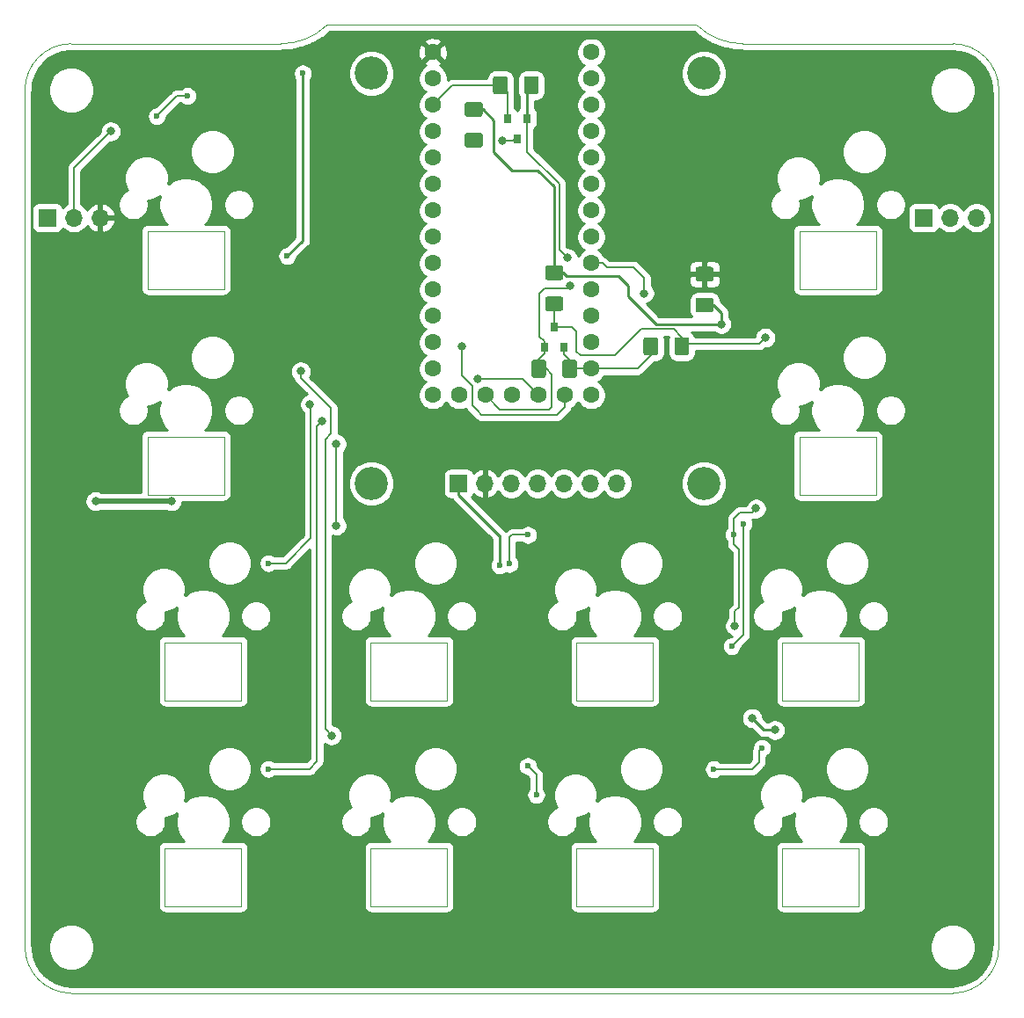
<source format=gbr>
G04 #@! TF.GenerationSoftware,KiCad,Pcbnew,(5.1.6)-1*
G04 #@! TF.CreationDate,2020-07-03T23:32:01-07:00*
G04 #@! TF.ProjectId,keypadV2,6b657970-6164-4563-922e-6b696361645f,rev?*
G04 #@! TF.SameCoordinates,Original*
G04 #@! TF.FileFunction,Copper,L1,Top*
G04 #@! TF.FilePolarity,Positive*
%FSLAX46Y46*%
G04 Gerber Fmt 4.6, Leading zero omitted, Abs format (unit mm)*
G04 Created by KiCad (PCBNEW (5.1.6)-1) date 2020-07-03 23:32:01*
%MOMM*%
%LPD*%
G01*
G04 APERTURE LIST*
G04 #@! TA.AperFunction,Profile*
%ADD10C,0.050000*%
G04 #@! TD*
G04 #@! TA.AperFunction,Profile*
%ADD11C,0.120000*%
G04 #@! TD*
G04 #@! TA.AperFunction,ComponentPad*
%ADD12C,3.200000*%
G04 #@! TD*
G04 #@! TA.AperFunction,ComponentPad*
%ADD13R,1.700000X1.700000*%
G04 #@! TD*
G04 #@! TA.AperFunction,ComponentPad*
%ADD14O,1.700000X1.700000*%
G04 #@! TD*
G04 #@! TA.AperFunction,SMDPad,CuDef*
%ADD15R,0.800000X0.900000*%
G04 #@! TD*
G04 #@! TA.AperFunction,ComponentPad*
%ADD16C,1.600000*%
G04 #@! TD*
G04 #@! TA.AperFunction,ViaPad*
%ADD17C,0.600000*%
G04 #@! TD*
G04 #@! TA.AperFunction,ViaPad*
%ADD18C,1.200000*%
G04 #@! TD*
G04 #@! TA.AperFunction,ViaPad*
%ADD19C,0.800000*%
G04 #@! TD*
G04 #@! TA.AperFunction,Conductor*
%ADD20C,0.250000*%
G04 #@! TD*
G04 #@! TA.AperFunction,Conductor*
%ADD21C,0.500000*%
G04 #@! TD*
G04 #@! TA.AperFunction,Conductor*
%ADD22C,0.135000*%
G04 #@! TD*
G04 #@! TA.AperFunction,Conductor*
%ADD23C,0.200000*%
G04 #@! TD*
G04 #@! TA.AperFunction,Conductor*
%ADD24C,0.254000*%
G04 #@! TD*
G04 APERTURE END LIST*
D10*
X154178000Y-69024500D02*
X154178000Y-63436500D01*
X146812000Y-69024500D02*
X154178000Y-69024500D01*
X154178000Y-63436500D02*
X146812000Y-63436500D01*
X146812000Y-63436500D02*
X146812000Y-69024500D01*
X154178000Y-88836500D02*
X154178000Y-83248500D01*
X146812000Y-88836500D02*
X154178000Y-88836500D01*
X154178000Y-83248500D02*
X146812000Y-83248500D01*
X146812000Y-83248500D02*
X146812000Y-88836500D01*
X155829000Y-108648500D02*
X155829000Y-103060500D01*
X148463000Y-108648500D02*
X155829000Y-108648500D01*
X155829000Y-103060500D02*
X148463000Y-103060500D01*
X148463000Y-103060500D02*
X148463000Y-108648500D01*
X155829000Y-128460500D02*
X155829000Y-122872500D01*
X148463000Y-128460500D02*
X155829000Y-128460500D01*
X155829000Y-122872500D02*
X148463000Y-122872500D01*
X148463000Y-122872500D02*
X148463000Y-128460500D01*
X175641000Y-128460500D02*
X175641000Y-122872500D01*
X168275000Y-128460500D02*
X175641000Y-128460500D01*
X175641000Y-122872500D02*
X168275000Y-122872500D01*
X168275000Y-122872500D02*
X168275000Y-128460500D01*
X175641000Y-108648500D02*
X175641000Y-103060500D01*
X168275000Y-108648500D02*
X175641000Y-108648500D01*
X175641000Y-103060500D02*
X168275000Y-103060500D01*
X168275000Y-103060500D02*
X168275000Y-108648500D01*
X195453000Y-108648500D02*
X195453000Y-103060500D01*
X188087000Y-108648500D02*
X195453000Y-108648500D01*
X195453000Y-103060500D02*
X188087000Y-103060500D01*
X188087000Y-103060500D02*
X188087000Y-108648500D01*
X195453000Y-128460500D02*
X195453000Y-122872500D01*
X188087000Y-128460500D02*
X195453000Y-128460500D01*
X195453000Y-122872500D02*
X188087000Y-122872500D01*
X188087000Y-122872500D02*
X188087000Y-128460500D01*
X215265000Y-128460500D02*
X215265000Y-122872500D01*
X207899000Y-128460500D02*
X215265000Y-128460500D01*
X215265000Y-122872500D02*
X207899000Y-122872500D01*
X207899000Y-122872500D02*
X207899000Y-128460500D01*
X215265000Y-108648500D02*
X215265000Y-103060500D01*
X207899000Y-108648500D02*
X215265000Y-108648500D01*
X215265000Y-103060500D02*
X207899000Y-103060500D01*
X207899000Y-103060500D02*
X207899000Y-108648500D01*
X216916000Y-83248500D02*
X209550000Y-83248500D01*
X209550000Y-88836500D02*
X216916000Y-88836500D01*
X216916000Y-88836500D02*
X216916000Y-83248500D01*
X209550000Y-83248500D02*
X209550000Y-88836500D01*
X216916000Y-69024500D02*
X216916000Y-63436500D01*
X209550000Y-69024500D02*
X216916000Y-69024500D01*
X209550000Y-63436500D02*
X209550000Y-69024500D01*
X216916000Y-63436500D02*
X209550000Y-63436500D01*
X224282000Y-45402500D02*
X204089000Y-45402500D01*
X199459533Y-43557442D02*
X164268467Y-43557442D01*
X199728941Y-43669034D02*
G75*
G03*
X204089000Y-45402500I4360059J4616534D01*
G01*
X199728941Y-43669034D02*
G75*
G03*
X199459533Y-43557442I-269408J-269408D01*
G01*
X163999059Y-43669034D02*
G75*
G02*
X164268467Y-43557442I269408J-269408D01*
G01*
X163999059Y-43669034D02*
G75*
G02*
X159639000Y-45402500I-4360059J4616534D01*
G01*
X139446000Y-45402500D02*
X159639000Y-45402500D01*
X135001000Y-49847500D02*
X135001000Y-132397500D01*
X224282000Y-136842500D02*
X139446000Y-136842500D01*
X228727000Y-49847500D02*
X228727000Y-132397500D01*
D11*
X135001000Y-49847500D02*
G75*
G02*
X139446000Y-45402500I4445000J0D01*
G01*
X224282000Y-45402500D02*
G75*
G02*
X228727000Y-49847500I0J-4445000D01*
G01*
X228727000Y-132397500D02*
G75*
G02*
X224282000Y-136842500I-4445000J0D01*
G01*
X139446000Y-136842500D02*
G75*
G02*
X135001000Y-132397500I0J4445000D01*
G01*
D12*
X200329800Y-87757000D03*
X200329800Y-48260000D03*
X168325800Y-48260000D03*
X168325800Y-87757000D03*
D13*
X221488000Y-62166500D03*
D14*
X224028000Y-62166500D03*
X226568000Y-62166500D03*
G04 #@! TA.AperFunction,SMDPad,CuDef*
G36*
G01*
X201031000Y-71288000D02*
X199781000Y-71288000D01*
G75*
G02*
X199531000Y-71038000I0J250000D01*
G01*
X199531000Y-70113000D01*
G75*
G02*
X199781000Y-69863000I250000J0D01*
G01*
X201031000Y-69863000D01*
G75*
G02*
X201281000Y-70113000I0J-250000D01*
G01*
X201281000Y-71038000D01*
G75*
G02*
X201031000Y-71288000I-250000J0D01*
G01*
G37*
G04 #@! TD.AperFunction*
G04 #@! TA.AperFunction,SMDPad,CuDef*
G36*
G01*
X201031000Y-68313000D02*
X199781000Y-68313000D01*
G75*
G02*
X199531000Y-68063000I0J250000D01*
G01*
X199531000Y-67138000D01*
G75*
G02*
X199781000Y-66888000I250000J0D01*
G01*
X201031000Y-66888000D01*
G75*
G02*
X201281000Y-67138000I0J-250000D01*
G01*
X201281000Y-68063000D01*
G75*
G02*
X201031000Y-68313000I-250000J0D01*
G01*
G37*
G04 #@! TD.AperFunction*
D15*
X183322000Y-52594000D03*
X181422000Y-52594000D03*
X182372000Y-54594000D03*
G04 #@! TA.AperFunction,SMDPad,CuDef*
G36*
G01*
X184445000Y-48778000D02*
X184445000Y-50028000D01*
G75*
G02*
X184195000Y-50278000I-250000J0D01*
G01*
X183270000Y-50278000D01*
G75*
G02*
X183020000Y-50028000I0J250000D01*
G01*
X183020000Y-48778000D01*
G75*
G02*
X183270000Y-48528000I250000J0D01*
G01*
X184195000Y-48528000D01*
G75*
G02*
X184445000Y-48778000I0J-250000D01*
G01*
G37*
G04 #@! TD.AperFunction*
G04 #@! TA.AperFunction,SMDPad,CuDef*
G36*
G01*
X181470000Y-48778000D02*
X181470000Y-50028000D01*
G75*
G02*
X181220000Y-50278000I-250000J0D01*
G01*
X180295000Y-50278000D01*
G75*
G02*
X180045000Y-50028000I0J250000D01*
G01*
X180045000Y-48778000D01*
G75*
G02*
X180295000Y-48528000I250000J0D01*
G01*
X181220000Y-48528000D01*
G75*
G02*
X181470000Y-48778000I0J-250000D01*
G01*
G37*
G04 #@! TD.AperFunction*
G04 #@! TA.AperFunction,SMDPad,CuDef*
G36*
G01*
X177556000Y-53988000D02*
X178806000Y-53988000D01*
G75*
G02*
X179056000Y-54238000I0J-250000D01*
G01*
X179056000Y-55163000D01*
G75*
G02*
X178806000Y-55413000I-250000J0D01*
G01*
X177556000Y-55413000D01*
G75*
G02*
X177306000Y-55163000I0J250000D01*
G01*
X177306000Y-54238000D01*
G75*
G02*
X177556000Y-53988000I250000J0D01*
G01*
G37*
G04 #@! TD.AperFunction*
G04 #@! TA.AperFunction,SMDPad,CuDef*
G36*
G01*
X177556000Y-51013000D02*
X178806000Y-51013000D01*
G75*
G02*
X179056000Y-51263000I0J-250000D01*
G01*
X179056000Y-52188000D01*
G75*
G02*
X178806000Y-52438000I-250000J0D01*
G01*
X177556000Y-52438000D01*
G75*
G02*
X177306000Y-52188000I0J250000D01*
G01*
X177306000Y-51263000D01*
G75*
G02*
X177556000Y-51013000I250000J0D01*
G01*
G37*
G04 #@! TD.AperFunction*
D14*
X191960500Y-87757000D03*
X189420500Y-87757000D03*
X186880500Y-87757000D03*
X184340500Y-87757000D03*
X181800500Y-87757000D03*
X179260500Y-87757000D03*
D13*
X176720500Y-87757000D03*
D16*
X174244000Y-79248000D03*
X189484000Y-79248000D03*
X186944000Y-79248000D03*
X174244000Y-46228000D03*
X189484000Y-56388000D03*
X189484000Y-58928000D03*
X174244000Y-53848000D03*
X184404000Y-79248000D03*
X189484000Y-48768000D03*
X174244000Y-58928000D03*
X189484000Y-53848000D03*
X179324000Y-79248000D03*
X174244000Y-56388000D03*
X174244000Y-76708000D03*
X174244000Y-74168000D03*
X174244000Y-61468000D03*
X174244000Y-64008000D03*
X174244000Y-66548000D03*
X174244000Y-69088000D03*
X174244000Y-71628000D03*
X189484000Y-51308000D03*
X189484000Y-61468000D03*
X189484000Y-71628000D03*
X189484000Y-76708000D03*
X181864000Y-79248000D03*
X174244000Y-48768000D03*
X176784000Y-79248000D03*
X174244000Y-51308000D03*
X189484000Y-46228000D03*
X189484000Y-66548000D03*
X189484000Y-74168000D03*
X189484000Y-64008000D03*
X189484000Y-69088000D03*
D13*
X137160000Y-62166500D03*
D14*
X139700000Y-62166500D03*
X142240000Y-62166500D03*
D15*
X184978000Y-74660000D03*
X186878000Y-74660000D03*
X185928000Y-72660000D03*
G04 #@! TA.AperFunction,SMDPad,CuDef*
G36*
G01*
X198923000Y-73924000D02*
X198923000Y-75174000D01*
G75*
G02*
X198673000Y-75424000I-250000J0D01*
G01*
X197748000Y-75424000D01*
G75*
G02*
X197498000Y-75174000I0J250000D01*
G01*
X197498000Y-73924000D01*
G75*
G02*
X197748000Y-73674000I250000J0D01*
G01*
X198673000Y-73674000D01*
G75*
G02*
X198923000Y-73924000I0J-250000D01*
G01*
G37*
G04 #@! TD.AperFunction*
G04 #@! TA.AperFunction,SMDPad,CuDef*
G36*
G01*
X195948000Y-73924000D02*
X195948000Y-75174000D01*
G75*
G02*
X195698000Y-75424000I-250000J0D01*
G01*
X194773000Y-75424000D01*
G75*
G02*
X194523000Y-75174000I0J250000D01*
G01*
X194523000Y-73924000D01*
G75*
G02*
X194773000Y-73674000I250000J0D01*
G01*
X195698000Y-73674000D01*
G75*
G02*
X195948000Y-73924000I0J-250000D01*
G01*
G37*
G04 #@! TD.AperFunction*
G04 #@! TA.AperFunction,SMDPad,CuDef*
G36*
G01*
X183728000Y-77333000D02*
X183728000Y-76083000D01*
G75*
G02*
X183978000Y-75833000I250000J0D01*
G01*
X184903000Y-75833000D01*
G75*
G02*
X185153000Y-76083000I0J-250000D01*
G01*
X185153000Y-77333000D01*
G75*
G02*
X184903000Y-77583000I-250000J0D01*
G01*
X183978000Y-77583000D01*
G75*
G02*
X183728000Y-77333000I0J250000D01*
G01*
G37*
G04 #@! TD.AperFunction*
G04 #@! TA.AperFunction,SMDPad,CuDef*
G36*
G01*
X186703000Y-77333000D02*
X186703000Y-76083000D01*
G75*
G02*
X186953000Y-75833000I250000J0D01*
G01*
X187878000Y-75833000D01*
G75*
G02*
X188128000Y-76083000I0J-250000D01*
G01*
X188128000Y-77333000D01*
G75*
G02*
X187878000Y-77583000I-250000J0D01*
G01*
X186953000Y-77583000D01*
G75*
G02*
X186703000Y-77333000I0J250000D01*
G01*
G37*
G04 #@! TD.AperFunction*
G04 #@! TA.AperFunction,SMDPad,CuDef*
G36*
G01*
X185303000Y-69736000D02*
X186553000Y-69736000D01*
G75*
G02*
X186803000Y-69986000I0J-250000D01*
G01*
X186803000Y-70911000D01*
G75*
G02*
X186553000Y-71161000I-250000J0D01*
G01*
X185303000Y-71161000D01*
G75*
G02*
X185053000Y-70911000I0J250000D01*
G01*
X185053000Y-69986000D01*
G75*
G02*
X185303000Y-69736000I250000J0D01*
G01*
G37*
G04 #@! TD.AperFunction*
G04 #@! TA.AperFunction,SMDPad,CuDef*
G36*
G01*
X185303000Y-66761000D02*
X186553000Y-66761000D01*
G75*
G02*
X186803000Y-67011000I0J-250000D01*
G01*
X186803000Y-67936000D01*
G75*
G02*
X186553000Y-68186000I-250000J0D01*
G01*
X185303000Y-68186000D01*
G75*
G02*
X185053000Y-67936000I0J250000D01*
G01*
X185053000Y-67011000D01*
G75*
G02*
X185303000Y-66761000I250000J0D01*
G01*
G37*
G04 #@! TD.AperFunction*
D17*
X157264100Y-65836800D03*
D18*
X215138000Y-48514000D03*
X216662000Y-48514000D03*
X215138000Y-50038000D03*
X216662000Y-50038000D03*
X218186000Y-50038000D03*
X218186000Y-48514000D03*
X218186000Y-51562000D03*
X216662000Y-51562000D03*
X215138000Y-51562000D03*
X195580000Y-59436000D03*
X197358000Y-59436000D03*
X199136000Y-59436000D03*
X198120000Y-60706000D03*
X196342000Y-60706000D03*
D19*
X160782000Y-100584000D03*
X160782000Y-101600000D03*
X160782000Y-102616000D03*
X159766000Y-102616000D03*
X159766000Y-101600000D03*
X159766000Y-100584000D03*
X160782000Y-99568000D03*
X159766000Y-99568000D03*
D17*
X180657500Y-95651236D03*
X160237500Y-65849500D03*
X161734500Y-48260000D03*
D19*
X141795500Y-89471500D03*
X149098000Y-89471500D03*
X178181000Y-51725500D03*
X202020000Y-72402500D03*
X204978000Y-110363000D03*
X207173500Y-111506000D03*
D17*
X150622000Y-50431700D03*
X147681000Y-52387500D03*
D19*
X164973000Y-91821000D03*
X164973000Y-83947000D03*
D17*
X183388000Y-92710000D03*
X181610000Y-95504000D03*
X201295000Y-115272500D03*
X205930500Y-113220500D03*
X203200000Y-92666500D03*
D19*
X203327000Y-101473000D03*
X205359000Y-90170000D03*
D17*
X184200800Y-117741700D03*
X183388000Y-114978500D03*
D19*
X161544000Y-76962000D03*
X164502000Y-112026500D03*
D17*
X204152500Y-91630500D03*
X203009500Y-103441500D03*
D19*
X143256000Y-53848000D03*
X178181000Y-54700500D03*
X180975000Y-54737000D03*
X187452000Y-68707000D03*
X187198000Y-66040000D03*
D17*
X158436000Y-95440500D03*
D19*
X162433000Y-80137000D03*
D17*
X158436000Y-115252500D03*
D19*
X163576000Y-81788000D03*
X177038000Y-74549000D03*
X178562000Y-77724000D03*
X194600000Y-69431000D03*
X206248000Y-73709500D03*
D20*
X180657500Y-95651236D02*
X180657500Y-92773500D01*
X180637000Y-92773500D02*
X176720500Y-88857000D01*
X176720500Y-88857000D02*
X176720500Y-87757000D01*
X180657500Y-92773500D02*
X180637000Y-92773500D01*
X161734500Y-64352500D02*
X160237500Y-65849500D01*
X161734500Y-48260000D02*
X161734500Y-64352500D01*
D21*
X141795500Y-89471500D02*
X142361185Y-89471500D01*
X142361185Y-89471500D02*
X149098000Y-89471500D01*
D22*
X202196000Y-72226500D02*
X202020000Y-72402500D01*
D20*
X179056000Y-51725500D02*
X180086000Y-52755500D01*
X178181000Y-51725500D02*
X179056000Y-51725500D01*
X180086000Y-55810002D02*
X181864000Y-57588002D01*
X180086000Y-52755500D02*
X180086000Y-55810002D01*
X181864000Y-57588002D02*
X184334002Y-57588002D01*
X185928000Y-59182000D02*
X185928000Y-67473500D01*
X184334002Y-57588002D02*
X185928000Y-59182000D01*
X195719500Y-72402500D02*
X202020000Y-72402500D01*
X186803000Y-67473500D02*
X187147500Y-67818000D01*
X185928000Y-67473500D02*
X186803000Y-67473500D01*
X192151000Y-67818000D02*
X193040000Y-68707000D01*
X193040000Y-69723000D02*
X195719500Y-72402500D01*
X193040000Y-68707000D02*
X193040000Y-69723000D01*
X187147500Y-67818000D02*
X192151000Y-67818000D01*
X202020000Y-71314500D02*
X202020000Y-72402500D01*
X200406000Y-70575500D02*
X201281000Y-70575500D01*
X201281000Y-70575500D02*
X202020000Y-71314500D01*
X204978000Y-110363000D02*
X206121000Y-111506000D01*
X206121000Y-111506000D02*
X207173500Y-111506000D01*
D22*
X150622000Y-50431700D02*
X149636800Y-50431700D01*
X149636800Y-50431700D02*
X147681000Y-52387500D01*
X147681000Y-52387500D02*
X147681000Y-52387500D01*
X164973000Y-91821000D02*
X164973000Y-83947000D01*
X181610000Y-95504000D02*
X181610000Y-95079736D01*
X183388000Y-92710000D02*
X181864000Y-92710000D01*
X181610000Y-92964000D02*
X181610000Y-95079736D01*
X181864000Y-92710000D02*
X181610000Y-92964000D01*
X204958000Y-115272500D02*
X201295000Y-115272500D01*
X205630501Y-114599999D02*
X204958000Y-115272500D01*
X205630501Y-113520499D02*
X205630501Y-114599999D01*
X205930500Y-113220500D02*
X205630501Y-113520499D01*
X203200000Y-92666500D02*
X203200000Y-93301500D01*
X203816001Y-90569999D02*
X203200000Y-91186000D01*
X203200000Y-91186000D02*
X203200000Y-92666500D01*
X205359000Y-90170000D02*
X204959001Y-90569999D01*
X204959001Y-90569999D02*
X203816001Y-90569999D01*
X203200000Y-93301500D02*
X203200000Y-93599000D01*
X203200000Y-93599000D02*
X203708000Y-94107000D01*
X203708000Y-94107000D02*
X203708000Y-99695000D01*
X203708000Y-99695000D02*
X203327000Y-100076000D01*
X203327000Y-100076000D02*
X203327000Y-101473000D01*
X184200800Y-117741700D02*
X184200800Y-115791300D01*
X184200800Y-115791300D02*
X183388000Y-114978500D01*
X163893500Y-111418000D02*
X164502000Y-112026500D01*
X163893500Y-83502500D02*
X163893500Y-111418000D01*
X164465000Y-80518000D02*
X164465000Y-82931000D01*
X161544000Y-76962000D02*
X161544000Y-77597000D01*
X164465000Y-82931000D02*
X163893500Y-83502500D01*
X161544000Y-77597000D02*
X164465000Y-80518000D01*
X204152500Y-91630500D02*
X204152500Y-102298500D01*
X204152500Y-102298500D02*
X203009500Y-103441500D01*
X139700000Y-58153300D02*
X139700000Y-62166500D01*
X139700000Y-58153300D02*
X139700000Y-57404000D01*
X139700000Y-57404000D02*
X143256000Y-53848000D01*
D23*
X178287500Y-54594000D02*
X178181000Y-54700500D01*
D22*
X178181000Y-54700500D02*
X178017500Y-54700500D01*
D23*
X178181000Y-54700500D02*
X178181000Y-54700500D01*
D22*
X182007000Y-54594000D02*
X182372000Y-54594000D01*
X182229000Y-54737000D02*
X182372000Y-54594000D01*
X180975000Y-54737000D02*
X182229000Y-54737000D01*
D20*
X183322000Y-49813500D02*
X183732500Y-49403000D01*
X183322000Y-52594000D02*
X183322000Y-49813500D01*
D22*
X184440500Y-75782500D02*
X184440500Y-76708000D01*
X184978000Y-74660000D02*
X184978000Y-75245000D01*
X184978000Y-75245000D02*
X184440500Y-75782500D01*
X179324000Y-79248000D02*
X180721000Y-80645000D01*
X180721000Y-80645000D02*
X185420000Y-80645000D01*
X185420000Y-80645000D02*
X185674000Y-80391000D01*
X185153000Y-76708000D02*
X184440500Y-76708000D01*
X185674000Y-77229000D02*
X185153000Y-76708000D01*
X185674000Y-80391000D02*
X185674000Y-77229000D01*
X184978000Y-74075000D02*
X184531000Y-73628000D01*
X184978000Y-74660000D02*
X184978000Y-74075000D01*
X184531000Y-73628000D02*
X184531000Y-70026128D01*
X184531000Y-70026128D02*
X184531000Y-69469000D01*
X184531000Y-69469000D02*
X185039000Y-68961000D01*
X185039000Y-68961000D02*
X187198000Y-68961000D01*
X187198000Y-68961000D02*
X187452000Y-68707000D01*
X183322000Y-55814000D02*
X183322000Y-52594000D01*
X186436000Y-58928000D02*
X183322000Y-55814000D01*
X187198000Y-66040000D02*
X186436000Y-65278000D01*
X186436000Y-65278000D02*
X186436000Y-58928000D01*
X162496500Y-93027500D02*
X160083500Y-95440500D01*
X160083500Y-95440500D02*
X158436000Y-95440500D01*
X162433000Y-80137000D02*
X162496500Y-80200500D01*
X162496500Y-80200500D02*
X162496500Y-93027500D01*
X163100501Y-114521499D02*
X162369500Y-115252500D01*
X162369500Y-115252500D02*
X158436000Y-115252500D01*
X163576000Y-81788000D02*
X163100501Y-82263499D01*
X163100501Y-82263499D02*
X163100501Y-114521499D01*
X186944000Y-80379370D02*
X186170370Y-81153000D01*
X186944000Y-79248000D02*
X186944000Y-80379370D01*
X186170370Y-81153000D02*
X178943000Y-81153000D01*
X178943000Y-81153000D02*
X178562000Y-80772000D01*
X178562000Y-80772000D02*
X178054000Y-80264000D01*
X178054000Y-80264000D02*
X178054000Y-78359000D01*
X178054000Y-78359000D02*
X177038000Y-77343000D01*
X177038000Y-77343000D02*
X177038000Y-74549000D01*
X184404000Y-79248000D02*
X182880000Y-77724000D01*
X182880000Y-77724000D02*
X178562000Y-77724000D01*
X190615370Y-66548000D02*
X190996370Y-66929000D01*
X189484000Y-66548000D02*
X190615370Y-66548000D01*
X190996370Y-66929000D02*
X193548000Y-66929000D01*
X193548000Y-66929000D02*
X194600000Y-67981000D01*
X194600000Y-67981000D02*
X194600000Y-69431000D01*
X185928000Y-72660000D02*
X185928000Y-70448500D01*
X185928000Y-72660000D02*
X187595000Y-72660000D01*
X187595000Y-72660000D02*
X188087000Y-73152000D01*
X188087000Y-73152000D02*
X188087000Y-75057000D01*
X188087000Y-75057000D02*
X188468000Y-75438000D01*
X188468000Y-75438000D02*
X191770000Y-75438000D01*
X191770000Y-75438000D02*
X194310000Y-72898000D01*
X198210500Y-73674000D02*
X198210500Y-74549000D01*
X197434500Y-72898000D02*
X198210500Y-73674000D01*
X194310000Y-72898000D02*
X197434500Y-72898000D01*
X205662500Y-74295000D02*
X206248000Y-73709500D01*
X198464500Y-74295000D02*
X205662500Y-74295000D01*
X198210500Y-74549000D02*
X198464500Y-74295000D01*
X176149000Y-49403000D02*
X180757500Y-49403000D01*
X174244000Y-51308000D02*
X176149000Y-49403000D01*
X181422000Y-50067500D02*
X180757500Y-49403000D01*
X181422000Y-52594000D02*
X181422000Y-50067500D01*
X187415500Y-76708000D02*
X187415500Y-75833000D01*
X186878000Y-75295500D02*
X186878000Y-74660000D01*
X187415500Y-75833000D02*
X186878000Y-75295500D01*
X188352630Y-76708000D02*
X187415500Y-76708000D01*
X189484000Y-76708000D02*
X188352630Y-76708000D01*
X195235500Y-75424000D02*
X195235500Y-74549000D01*
X193951500Y-76708000D02*
X195235500Y-75424000D01*
X189484000Y-76708000D02*
X193951500Y-76708000D01*
D24*
G36*
X199935140Y-44697697D02*
G01*
X199973595Y-44724805D01*
X200011715Y-44752501D01*
X200861311Y-45273134D01*
X200953590Y-45320152D01*
X200953597Y-45320154D01*
X201874171Y-45701469D01*
X201972668Y-45733473D01*
X202941567Y-45966085D01*
X203043858Y-45982286D01*
X204030757Y-46059957D01*
X204056581Y-46062500D01*
X224074132Y-46062500D01*
X224148792Y-46084615D01*
X224215991Y-46094358D01*
X224990512Y-46168254D01*
X225673454Y-46368607D01*
X226306192Y-46694488D01*
X226865898Y-47134143D01*
X227332363Y-47671695D01*
X227688766Y-48287760D01*
X227922243Y-48960104D01*
X228027916Y-49688924D01*
X228032207Y-49864481D01*
X228047954Y-49995557D01*
X228067000Y-50055058D01*
X228067001Y-132189629D01*
X228044885Y-132264292D01*
X228035142Y-132331490D01*
X227961246Y-133106012D01*
X227760893Y-133788954D01*
X227435009Y-134421695D01*
X226995357Y-134981398D01*
X226457805Y-135447863D01*
X225841738Y-135804267D01*
X225169397Y-136037743D01*
X224440576Y-136143416D01*
X224265019Y-136147707D01*
X224133943Y-136163454D01*
X224074442Y-136182500D01*
X139653868Y-136182500D01*
X139579208Y-136160385D01*
X139512010Y-136150642D01*
X138737488Y-136076746D01*
X138054546Y-135876393D01*
X137421805Y-135550509D01*
X136862102Y-135110857D01*
X136395637Y-134573305D01*
X136039233Y-133957238D01*
X135805757Y-133284897D01*
X135700084Y-132556076D01*
X135695793Y-132380519D01*
X135680046Y-132249443D01*
X135661000Y-132189942D01*
X135661000Y-132177372D01*
X137211000Y-132177372D01*
X137211000Y-132617628D01*
X137296890Y-133049425D01*
X137465369Y-133456169D01*
X137709962Y-133822229D01*
X138021271Y-134133538D01*
X138387331Y-134378131D01*
X138794075Y-134546610D01*
X139225872Y-134632500D01*
X139666128Y-134632500D01*
X140097925Y-134546610D01*
X140504669Y-134378131D01*
X140870729Y-134133538D01*
X141182038Y-133822229D01*
X141426631Y-133456169D01*
X141595110Y-133049425D01*
X141681000Y-132617628D01*
X141681000Y-132177372D01*
X222047000Y-132177372D01*
X222047000Y-132617628D01*
X222132890Y-133049425D01*
X222301369Y-133456169D01*
X222545962Y-133822229D01*
X222857271Y-134133538D01*
X223223331Y-134378131D01*
X223630075Y-134546610D01*
X224061872Y-134632500D01*
X224502128Y-134632500D01*
X224933925Y-134546610D01*
X225340669Y-134378131D01*
X225706729Y-134133538D01*
X226018038Y-133822229D01*
X226262631Y-133456169D01*
X226431110Y-133049425D01*
X226517000Y-132617628D01*
X226517000Y-132177372D01*
X226431110Y-131745575D01*
X226262631Y-131338831D01*
X226018038Y-130972771D01*
X225706729Y-130661462D01*
X225340669Y-130416869D01*
X224933925Y-130248390D01*
X224502128Y-130162500D01*
X224061872Y-130162500D01*
X223630075Y-130248390D01*
X223223331Y-130416869D01*
X222857271Y-130661462D01*
X222545962Y-130972771D01*
X222301369Y-131338831D01*
X222132890Y-131745575D01*
X222047000Y-132177372D01*
X141681000Y-132177372D01*
X141595110Y-131745575D01*
X141426631Y-131338831D01*
X141182038Y-130972771D01*
X140870729Y-130661462D01*
X140504669Y-130416869D01*
X140097925Y-130248390D01*
X139666128Y-130162500D01*
X139225872Y-130162500D01*
X138794075Y-130248390D01*
X138387331Y-130416869D01*
X138021271Y-130661462D01*
X137709962Y-130972771D01*
X137465369Y-131338831D01*
X137296890Y-131745575D01*
X137211000Y-132177372D01*
X135661000Y-132177372D01*
X135661000Y-120186152D01*
X145580100Y-120186152D01*
X145580100Y-120478848D01*
X145637202Y-120765921D01*
X145749212Y-121036338D01*
X145911826Y-121279706D01*
X146118794Y-121486674D01*
X146362162Y-121649288D01*
X146632579Y-121761298D01*
X146919652Y-121818400D01*
X147212348Y-121818400D01*
X147499421Y-121761298D01*
X147769838Y-121649288D01*
X148013206Y-121486674D01*
X148220174Y-121279706D01*
X148382788Y-121036338D01*
X148494798Y-120765921D01*
X148551900Y-120478848D01*
X148551900Y-120186152D01*
X148500451Y-119927500D01*
X148546279Y-119927500D01*
X148958756Y-119845453D01*
X149347302Y-119684512D01*
X149653708Y-119479779D01*
X149618127Y-119565678D01*
X149517100Y-120073576D01*
X149517100Y-120591424D01*
X149618127Y-121099322D01*
X149816299Y-121577751D01*
X150104000Y-122008326D01*
X150308174Y-122212500D01*
X148495419Y-122212500D01*
X148463000Y-122209307D01*
X148430581Y-122212500D01*
X148333617Y-122222050D01*
X148209207Y-122259790D01*
X148094550Y-122321075D01*
X147994052Y-122403552D01*
X147911575Y-122504050D01*
X147850290Y-122618707D01*
X147812550Y-122743117D01*
X147799807Y-122872500D01*
X147803000Y-122904919D01*
X147803001Y-128428071D01*
X147799807Y-128460500D01*
X147812550Y-128589883D01*
X147850290Y-128714293D01*
X147911575Y-128828950D01*
X147994052Y-128929448D01*
X148094550Y-129011925D01*
X148209207Y-129073210D01*
X148333617Y-129110950D01*
X148430581Y-129120500D01*
X148463000Y-129123693D01*
X148495419Y-129120500D01*
X155796581Y-129120500D01*
X155829000Y-129123693D01*
X155861419Y-129120500D01*
X155958383Y-129110950D01*
X156082793Y-129073210D01*
X156197450Y-129011925D01*
X156297948Y-128929448D01*
X156380425Y-128828950D01*
X156441710Y-128714293D01*
X156479450Y-128589883D01*
X156492193Y-128460500D01*
X156489000Y-128428081D01*
X156489000Y-122904919D01*
X156492193Y-122872500D01*
X156479450Y-122743117D01*
X156441710Y-122618707D01*
X156380425Y-122504050D01*
X156297948Y-122403552D01*
X156197450Y-122321075D01*
X156082793Y-122259790D01*
X155958383Y-122222050D01*
X155861419Y-122212500D01*
X155829000Y-122209307D01*
X155796581Y-122212500D01*
X153983826Y-122212500D01*
X154188000Y-122008326D01*
X154475701Y-121577751D01*
X154673873Y-121099322D01*
X154774900Y-120591424D01*
X154774900Y-120186152D01*
X155740100Y-120186152D01*
X155740100Y-120478848D01*
X155797202Y-120765921D01*
X155909212Y-121036338D01*
X156071826Y-121279706D01*
X156278794Y-121486674D01*
X156522162Y-121649288D01*
X156792579Y-121761298D01*
X157079652Y-121818400D01*
X157372348Y-121818400D01*
X157659421Y-121761298D01*
X157929838Y-121649288D01*
X158173206Y-121486674D01*
X158380174Y-121279706D01*
X158542788Y-121036338D01*
X158654798Y-120765921D01*
X158711900Y-120478848D01*
X158711900Y-120186152D01*
X165392100Y-120186152D01*
X165392100Y-120478848D01*
X165449202Y-120765921D01*
X165561212Y-121036338D01*
X165723826Y-121279706D01*
X165930794Y-121486674D01*
X166174162Y-121649288D01*
X166444579Y-121761298D01*
X166731652Y-121818400D01*
X167024348Y-121818400D01*
X167311421Y-121761298D01*
X167581838Y-121649288D01*
X167825206Y-121486674D01*
X168032174Y-121279706D01*
X168194788Y-121036338D01*
X168306798Y-120765921D01*
X168363900Y-120478848D01*
X168363900Y-120186152D01*
X168312451Y-119927500D01*
X168358279Y-119927500D01*
X168770756Y-119845453D01*
X169159302Y-119684512D01*
X169465708Y-119479779D01*
X169430127Y-119565678D01*
X169329100Y-120073576D01*
X169329100Y-120591424D01*
X169430127Y-121099322D01*
X169628299Y-121577751D01*
X169916000Y-122008326D01*
X170120174Y-122212500D01*
X168307419Y-122212500D01*
X168275000Y-122209307D01*
X168242581Y-122212500D01*
X168145617Y-122222050D01*
X168021207Y-122259790D01*
X167906550Y-122321075D01*
X167806052Y-122403552D01*
X167723575Y-122504050D01*
X167662290Y-122618707D01*
X167624550Y-122743117D01*
X167611807Y-122872500D01*
X167615000Y-122904919D01*
X167615001Y-128428071D01*
X167611807Y-128460500D01*
X167624550Y-128589883D01*
X167662290Y-128714293D01*
X167723575Y-128828950D01*
X167806052Y-128929448D01*
X167906550Y-129011925D01*
X168021207Y-129073210D01*
X168145617Y-129110950D01*
X168242581Y-129120500D01*
X168275000Y-129123693D01*
X168307419Y-129120500D01*
X175608581Y-129120500D01*
X175641000Y-129123693D01*
X175673419Y-129120500D01*
X175770383Y-129110950D01*
X175894793Y-129073210D01*
X176009450Y-129011925D01*
X176109948Y-128929448D01*
X176192425Y-128828950D01*
X176253710Y-128714293D01*
X176291450Y-128589883D01*
X176304193Y-128460500D01*
X176301000Y-128428081D01*
X176301000Y-122904919D01*
X176304193Y-122872500D01*
X176291450Y-122743117D01*
X176253710Y-122618707D01*
X176192425Y-122504050D01*
X176109948Y-122403552D01*
X176009450Y-122321075D01*
X175894793Y-122259790D01*
X175770383Y-122222050D01*
X175673419Y-122212500D01*
X175641000Y-122209307D01*
X175608581Y-122212500D01*
X173795826Y-122212500D01*
X174000000Y-122008326D01*
X174287701Y-121577751D01*
X174485873Y-121099322D01*
X174586900Y-120591424D01*
X174586900Y-120186152D01*
X175552100Y-120186152D01*
X175552100Y-120478848D01*
X175609202Y-120765921D01*
X175721212Y-121036338D01*
X175883826Y-121279706D01*
X176090794Y-121486674D01*
X176334162Y-121649288D01*
X176604579Y-121761298D01*
X176891652Y-121818400D01*
X177184348Y-121818400D01*
X177471421Y-121761298D01*
X177741838Y-121649288D01*
X177985206Y-121486674D01*
X178192174Y-121279706D01*
X178354788Y-121036338D01*
X178466798Y-120765921D01*
X178523900Y-120478848D01*
X178523900Y-120186152D01*
X185204100Y-120186152D01*
X185204100Y-120478848D01*
X185261202Y-120765921D01*
X185373212Y-121036338D01*
X185535826Y-121279706D01*
X185742794Y-121486674D01*
X185986162Y-121649288D01*
X186256579Y-121761298D01*
X186543652Y-121818400D01*
X186836348Y-121818400D01*
X187123421Y-121761298D01*
X187393838Y-121649288D01*
X187637206Y-121486674D01*
X187844174Y-121279706D01*
X188006788Y-121036338D01*
X188118798Y-120765921D01*
X188175900Y-120478848D01*
X188175900Y-120186152D01*
X188124451Y-119927500D01*
X188170279Y-119927500D01*
X188582756Y-119845453D01*
X188971302Y-119684512D01*
X189277708Y-119479779D01*
X189242127Y-119565678D01*
X189141100Y-120073576D01*
X189141100Y-120591424D01*
X189242127Y-121099322D01*
X189440299Y-121577751D01*
X189728000Y-122008326D01*
X189932174Y-122212500D01*
X188119419Y-122212500D01*
X188087000Y-122209307D01*
X188054581Y-122212500D01*
X187957617Y-122222050D01*
X187833207Y-122259790D01*
X187718550Y-122321075D01*
X187618052Y-122403552D01*
X187535575Y-122504050D01*
X187474290Y-122618707D01*
X187436550Y-122743117D01*
X187423807Y-122872500D01*
X187427000Y-122904919D01*
X187427001Y-128428071D01*
X187423807Y-128460500D01*
X187436550Y-128589883D01*
X187474290Y-128714293D01*
X187535575Y-128828950D01*
X187618052Y-128929448D01*
X187718550Y-129011925D01*
X187833207Y-129073210D01*
X187957617Y-129110950D01*
X188054581Y-129120500D01*
X188087000Y-129123693D01*
X188119419Y-129120500D01*
X195420581Y-129120500D01*
X195453000Y-129123693D01*
X195485419Y-129120500D01*
X195582383Y-129110950D01*
X195706793Y-129073210D01*
X195821450Y-129011925D01*
X195921948Y-128929448D01*
X196004425Y-128828950D01*
X196065710Y-128714293D01*
X196103450Y-128589883D01*
X196116193Y-128460500D01*
X196113000Y-128428081D01*
X196113000Y-122904919D01*
X196116193Y-122872500D01*
X196103450Y-122743117D01*
X196065710Y-122618707D01*
X196004425Y-122504050D01*
X195921948Y-122403552D01*
X195821450Y-122321075D01*
X195706793Y-122259790D01*
X195582383Y-122222050D01*
X195485419Y-122212500D01*
X195453000Y-122209307D01*
X195420581Y-122212500D01*
X193607826Y-122212500D01*
X193812000Y-122008326D01*
X194099701Y-121577751D01*
X194297873Y-121099322D01*
X194398900Y-120591424D01*
X194398900Y-120186152D01*
X195364100Y-120186152D01*
X195364100Y-120478848D01*
X195421202Y-120765921D01*
X195533212Y-121036338D01*
X195695826Y-121279706D01*
X195902794Y-121486674D01*
X196146162Y-121649288D01*
X196416579Y-121761298D01*
X196703652Y-121818400D01*
X196996348Y-121818400D01*
X197283421Y-121761298D01*
X197553838Y-121649288D01*
X197797206Y-121486674D01*
X198004174Y-121279706D01*
X198166788Y-121036338D01*
X198278798Y-120765921D01*
X198335900Y-120478848D01*
X198335900Y-120186152D01*
X205016100Y-120186152D01*
X205016100Y-120478848D01*
X205073202Y-120765921D01*
X205185212Y-121036338D01*
X205347826Y-121279706D01*
X205554794Y-121486674D01*
X205798162Y-121649288D01*
X206068579Y-121761298D01*
X206355652Y-121818400D01*
X206648348Y-121818400D01*
X206935421Y-121761298D01*
X207205838Y-121649288D01*
X207449206Y-121486674D01*
X207656174Y-121279706D01*
X207818788Y-121036338D01*
X207930798Y-120765921D01*
X207987900Y-120478848D01*
X207987900Y-120186152D01*
X207936451Y-119927500D01*
X207982279Y-119927500D01*
X208394756Y-119845453D01*
X208783302Y-119684512D01*
X209089708Y-119479779D01*
X209054127Y-119565678D01*
X208953100Y-120073576D01*
X208953100Y-120591424D01*
X209054127Y-121099322D01*
X209252299Y-121577751D01*
X209540000Y-122008326D01*
X209744174Y-122212500D01*
X207931419Y-122212500D01*
X207899000Y-122209307D01*
X207866581Y-122212500D01*
X207769617Y-122222050D01*
X207645207Y-122259790D01*
X207530550Y-122321075D01*
X207430052Y-122403552D01*
X207347575Y-122504050D01*
X207286290Y-122618707D01*
X207248550Y-122743117D01*
X207235807Y-122872500D01*
X207239000Y-122904919D01*
X207239001Y-128428071D01*
X207235807Y-128460500D01*
X207248550Y-128589883D01*
X207286290Y-128714293D01*
X207347575Y-128828950D01*
X207430052Y-128929448D01*
X207530550Y-129011925D01*
X207645207Y-129073210D01*
X207769617Y-129110950D01*
X207866581Y-129120500D01*
X207899000Y-129123693D01*
X207931419Y-129120500D01*
X215232581Y-129120500D01*
X215265000Y-129123693D01*
X215297419Y-129120500D01*
X215394383Y-129110950D01*
X215518793Y-129073210D01*
X215633450Y-129011925D01*
X215733948Y-128929448D01*
X215816425Y-128828950D01*
X215877710Y-128714293D01*
X215915450Y-128589883D01*
X215928193Y-128460500D01*
X215925000Y-128428081D01*
X215925000Y-122904919D01*
X215928193Y-122872500D01*
X215915450Y-122743117D01*
X215877710Y-122618707D01*
X215816425Y-122504050D01*
X215733948Y-122403552D01*
X215633450Y-122321075D01*
X215518793Y-122259790D01*
X215394383Y-122222050D01*
X215297419Y-122212500D01*
X215265000Y-122209307D01*
X215232581Y-122212500D01*
X213419826Y-122212500D01*
X213624000Y-122008326D01*
X213911701Y-121577751D01*
X214109873Y-121099322D01*
X214210900Y-120591424D01*
X214210900Y-120186152D01*
X215176100Y-120186152D01*
X215176100Y-120478848D01*
X215233202Y-120765921D01*
X215345212Y-121036338D01*
X215507826Y-121279706D01*
X215714794Y-121486674D01*
X215958162Y-121649288D01*
X216228579Y-121761298D01*
X216515652Y-121818400D01*
X216808348Y-121818400D01*
X217095421Y-121761298D01*
X217365838Y-121649288D01*
X217609206Y-121486674D01*
X217816174Y-121279706D01*
X217978788Y-121036338D01*
X218090798Y-120765921D01*
X218147900Y-120478848D01*
X218147900Y-120186152D01*
X218090798Y-119899079D01*
X217978788Y-119628662D01*
X217816174Y-119385294D01*
X217609206Y-119178326D01*
X217365838Y-119015712D01*
X217095421Y-118903702D01*
X216808348Y-118846600D01*
X216515652Y-118846600D01*
X216228579Y-118903702D01*
X215958162Y-119015712D01*
X215714794Y-119178326D01*
X215507826Y-119385294D01*
X215345212Y-119628662D01*
X215233202Y-119899079D01*
X215176100Y-120186152D01*
X214210900Y-120186152D01*
X214210900Y-120073576D01*
X214109873Y-119565678D01*
X213911701Y-119087249D01*
X213624000Y-118656674D01*
X213257826Y-118290500D01*
X212827251Y-118002799D01*
X212348822Y-117804627D01*
X211840924Y-117703600D01*
X211323076Y-117703600D01*
X210815178Y-117804627D01*
X210336749Y-118002799D01*
X209906174Y-118290500D01*
X209835763Y-118360911D01*
X209907000Y-118002779D01*
X209907000Y-117582221D01*
X209824953Y-117169744D01*
X209664012Y-116781198D01*
X209430363Y-116431517D01*
X209132983Y-116134137D01*
X208783302Y-115900488D01*
X208394756Y-115739547D01*
X207982279Y-115657500D01*
X207561721Y-115657500D01*
X207149244Y-115739547D01*
X206760698Y-115900488D01*
X206411017Y-116134137D01*
X206113637Y-116431517D01*
X205879988Y-116781198D01*
X205719047Y-117169744D01*
X205637000Y-117582221D01*
X205637000Y-118002779D01*
X205719047Y-118415256D01*
X205879988Y-118803802D01*
X205973150Y-118943230D01*
X205798162Y-119015712D01*
X205554794Y-119178326D01*
X205347826Y-119385294D01*
X205185212Y-119628662D01*
X205073202Y-119899079D01*
X205016100Y-120186152D01*
X198335900Y-120186152D01*
X198278798Y-119899079D01*
X198166788Y-119628662D01*
X198004174Y-119385294D01*
X197797206Y-119178326D01*
X197553838Y-119015712D01*
X197283421Y-118903702D01*
X196996348Y-118846600D01*
X196703652Y-118846600D01*
X196416579Y-118903702D01*
X196146162Y-119015712D01*
X195902794Y-119178326D01*
X195695826Y-119385294D01*
X195533212Y-119628662D01*
X195421202Y-119899079D01*
X195364100Y-120186152D01*
X194398900Y-120186152D01*
X194398900Y-120073576D01*
X194297873Y-119565678D01*
X194099701Y-119087249D01*
X193812000Y-118656674D01*
X193445826Y-118290500D01*
X193015251Y-118002799D01*
X192536822Y-117804627D01*
X192028924Y-117703600D01*
X191511076Y-117703600D01*
X191003178Y-117804627D01*
X190524749Y-118002799D01*
X190094174Y-118290500D01*
X190023763Y-118360911D01*
X190095000Y-118002779D01*
X190095000Y-117582221D01*
X190012953Y-117169744D01*
X189852012Y-116781198D01*
X189618363Y-116431517D01*
X189320983Y-116134137D01*
X188971302Y-115900488D01*
X188582756Y-115739547D01*
X188170279Y-115657500D01*
X187749721Y-115657500D01*
X187337244Y-115739547D01*
X186948698Y-115900488D01*
X186599017Y-116134137D01*
X186301637Y-116431517D01*
X186067988Y-116781198D01*
X185907047Y-117169744D01*
X185825000Y-117582221D01*
X185825000Y-118002779D01*
X185907047Y-118415256D01*
X186067988Y-118803802D01*
X186161150Y-118943230D01*
X185986162Y-119015712D01*
X185742794Y-119178326D01*
X185535826Y-119385294D01*
X185373212Y-119628662D01*
X185261202Y-119899079D01*
X185204100Y-120186152D01*
X178523900Y-120186152D01*
X178466798Y-119899079D01*
X178354788Y-119628662D01*
X178192174Y-119385294D01*
X177985206Y-119178326D01*
X177741838Y-119015712D01*
X177471421Y-118903702D01*
X177184348Y-118846600D01*
X176891652Y-118846600D01*
X176604579Y-118903702D01*
X176334162Y-119015712D01*
X176090794Y-119178326D01*
X175883826Y-119385294D01*
X175721212Y-119628662D01*
X175609202Y-119899079D01*
X175552100Y-120186152D01*
X174586900Y-120186152D01*
X174586900Y-120073576D01*
X174485873Y-119565678D01*
X174287701Y-119087249D01*
X174000000Y-118656674D01*
X173633826Y-118290500D01*
X173203251Y-118002799D01*
X172724822Y-117804627D01*
X172216924Y-117703600D01*
X171699076Y-117703600D01*
X171191178Y-117804627D01*
X170712749Y-118002799D01*
X170282174Y-118290500D01*
X170211763Y-118360911D01*
X170283000Y-118002779D01*
X170283000Y-117582221D01*
X170200953Y-117169744D01*
X170040012Y-116781198D01*
X169806363Y-116431517D01*
X169508983Y-116134137D01*
X169159302Y-115900488D01*
X168770756Y-115739547D01*
X168358279Y-115657500D01*
X167937721Y-115657500D01*
X167525244Y-115739547D01*
X167136698Y-115900488D01*
X166787017Y-116134137D01*
X166489637Y-116431517D01*
X166255988Y-116781198D01*
X166095047Y-117169744D01*
X166013000Y-117582221D01*
X166013000Y-118002779D01*
X166095047Y-118415256D01*
X166255988Y-118803802D01*
X166349150Y-118943230D01*
X166174162Y-119015712D01*
X165930794Y-119178326D01*
X165723826Y-119385294D01*
X165561212Y-119628662D01*
X165449202Y-119899079D01*
X165392100Y-120186152D01*
X158711900Y-120186152D01*
X158654798Y-119899079D01*
X158542788Y-119628662D01*
X158380174Y-119385294D01*
X158173206Y-119178326D01*
X157929838Y-119015712D01*
X157659421Y-118903702D01*
X157372348Y-118846600D01*
X157079652Y-118846600D01*
X156792579Y-118903702D01*
X156522162Y-119015712D01*
X156278794Y-119178326D01*
X156071826Y-119385294D01*
X155909212Y-119628662D01*
X155797202Y-119899079D01*
X155740100Y-120186152D01*
X154774900Y-120186152D01*
X154774900Y-120073576D01*
X154673873Y-119565678D01*
X154475701Y-119087249D01*
X154188000Y-118656674D01*
X153821826Y-118290500D01*
X153391251Y-118002799D01*
X152912822Y-117804627D01*
X152404924Y-117703600D01*
X151887076Y-117703600D01*
X151379178Y-117804627D01*
X150900749Y-118002799D01*
X150470174Y-118290500D01*
X150399763Y-118360911D01*
X150471000Y-118002779D01*
X150471000Y-117582221D01*
X150388953Y-117169744D01*
X150228012Y-116781198D01*
X149994363Y-116431517D01*
X149696983Y-116134137D01*
X149347302Y-115900488D01*
X148958756Y-115739547D01*
X148546279Y-115657500D01*
X148125721Y-115657500D01*
X147713244Y-115739547D01*
X147324698Y-115900488D01*
X146975017Y-116134137D01*
X146677637Y-116431517D01*
X146443988Y-116781198D01*
X146283047Y-117169744D01*
X146201000Y-117582221D01*
X146201000Y-118002779D01*
X146283047Y-118415256D01*
X146443988Y-118803802D01*
X146537150Y-118943230D01*
X146362162Y-119015712D01*
X146118794Y-119178326D01*
X145911826Y-119385294D01*
X145749212Y-119628662D01*
X145637202Y-119899079D01*
X145580100Y-120186152D01*
X135661000Y-120186152D01*
X135661000Y-115042221D01*
X152551000Y-115042221D01*
X152551000Y-115462779D01*
X152633047Y-115875256D01*
X152793988Y-116263802D01*
X153027637Y-116613483D01*
X153325017Y-116910863D01*
X153674698Y-117144512D01*
X154063244Y-117305453D01*
X154475721Y-117387500D01*
X154896279Y-117387500D01*
X155308756Y-117305453D01*
X155697302Y-117144512D01*
X156046983Y-116910863D01*
X156344363Y-116613483D01*
X156578012Y-116263802D01*
X156738953Y-115875256D01*
X156821000Y-115462779D01*
X156821000Y-115042221D01*
X156738953Y-114629744D01*
X156578012Y-114241198D01*
X156344363Y-113891517D01*
X156046983Y-113594137D01*
X155697302Y-113360488D01*
X155308756Y-113199547D01*
X154896279Y-113117500D01*
X154475721Y-113117500D01*
X154063244Y-113199547D01*
X153674698Y-113360488D01*
X153325017Y-113594137D01*
X153027637Y-113891517D01*
X152793988Y-114241198D01*
X152633047Y-114629744D01*
X152551000Y-115042221D01*
X135661000Y-115042221D01*
X135661000Y-100374152D01*
X145580100Y-100374152D01*
X145580100Y-100666848D01*
X145637202Y-100953921D01*
X145749212Y-101224338D01*
X145911826Y-101467706D01*
X146118794Y-101674674D01*
X146362162Y-101837288D01*
X146632579Y-101949298D01*
X146919652Y-102006400D01*
X147212348Y-102006400D01*
X147499421Y-101949298D01*
X147769838Y-101837288D01*
X148013206Y-101674674D01*
X148220174Y-101467706D01*
X148382788Y-101224338D01*
X148494798Y-100953921D01*
X148551900Y-100666848D01*
X148551900Y-100374152D01*
X148500451Y-100115500D01*
X148546279Y-100115500D01*
X148958756Y-100033453D01*
X149347302Y-99872512D01*
X149653708Y-99667779D01*
X149618127Y-99753678D01*
X149517100Y-100261576D01*
X149517100Y-100779424D01*
X149618127Y-101287322D01*
X149816299Y-101765751D01*
X150104000Y-102196326D01*
X150308174Y-102400500D01*
X148495419Y-102400500D01*
X148463000Y-102397307D01*
X148430581Y-102400500D01*
X148333617Y-102410050D01*
X148209207Y-102447790D01*
X148094550Y-102509075D01*
X147994052Y-102591552D01*
X147911575Y-102692050D01*
X147850290Y-102806707D01*
X147812550Y-102931117D01*
X147799807Y-103060500D01*
X147803000Y-103092919D01*
X147803001Y-108616071D01*
X147799807Y-108648500D01*
X147812550Y-108777883D01*
X147850290Y-108902293D01*
X147911575Y-109016950D01*
X147994052Y-109117448D01*
X148094550Y-109199925D01*
X148209207Y-109261210D01*
X148333617Y-109298950D01*
X148430581Y-109308500D01*
X148463000Y-109311693D01*
X148495419Y-109308500D01*
X155796581Y-109308500D01*
X155829000Y-109311693D01*
X155861419Y-109308500D01*
X155958383Y-109298950D01*
X156082793Y-109261210D01*
X156197450Y-109199925D01*
X156297948Y-109117448D01*
X156380425Y-109016950D01*
X156441710Y-108902293D01*
X156479450Y-108777883D01*
X156492193Y-108648500D01*
X156489000Y-108616081D01*
X156489000Y-103092919D01*
X156492193Y-103060500D01*
X156479450Y-102931117D01*
X156441710Y-102806707D01*
X156380425Y-102692050D01*
X156297948Y-102591552D01*
X156197450Y-102509075D01*
X156082793Y-102447790D01*
X155958383Y-102410050D01*
X155861419Y-102400500D01*
X155829000Y-102397307D01*
X155796581Y-102400500D01*
X153983826Y-102400500D01*
X154188000Y-102196326D01*
X154475701Y-101765751D01*
X154673873Y-101287322D01*
X154774900Y-100779424D01*
X154774900Y-100374152D01*
X155740100Y-100374152D01*
X155740100Y-100666848D01*
X155797202Y-100953921D01*
X155909212Y-101224338D01*
X156071826Y-101467706D01*
X156278794Y-101674674D01*
X156522162Y-101837288D01*
X156792579Y-101949298D01*
X157079652Y-102006400D01*
X157372348Y-102006400D01*
X157659421Y-101949298D01*
X157929838Y-101837288D01*
X158173206Y-101674674D01*
X158380174Y-101467706D01*
X158542788Y-101224338D01*
X158654798Y-100953921D01*
X158711900Y-100666848D01*
X158711900Y-100374152D01*
X158654798Y-100087079D01*
X158542788Y-99816662D01*
X158380174Y-99573294D01*
X158173206Y-99366326D01*
X157929838Y-99203712D01*
X157659421Y-99091702D01*
X157372348Y-99034600D01*
X157079652Y-99034600D01*
X156792579Y-99091702D01*
X156522162Y-99203712D01*
X156278794Y-99366326D01*
X156071826Y-99573294D01*
X155909212Y-99816662D01*
X155797202Y-100087079D01*
X155740100Y-100374152D01*
X154774900Y-100374152D01*
X154774900Y-100261576D01*
X154673873Y-99753678D01*
X154475701Y-99275249D01*
X154188000Y-98844674D01*
X153821826Y-98478500D01*
X153391251Y-98190799D01*
X152912822Y-97992627D01*
X152404924Y-97891600D01*
X151887076Y-97891600D01*
X151379178Y-97992627D01*
X150900749Y-98190799D01*
X150470174Y-98478500D01*
X150399763Y-98548911D01*
X150471000Y-98190779D01*
X150471000Y-97770221D01*
X150388953Y-97357744D01*
X150228012Y-96969198D01*
X149994363Y-96619517D01*
X149696983Y-96322137D01*
X149347302Y-96088488D01*
X148958756Y-95927547D01*
X148546279Y-95845500D01*
X148125721Y-95845500D01*
X147713244Y-95927547D01*
X147324698Y-96088488D01*
X146975017Y-96322137D01*
X146677637Y-96619517D01*
X146443988Y-96969198D01*
X146283047Y-97357744D01*
X146201000Y-97770221D01*
X146201000Y-98190779D01*
X146283047Y-98603256D01*
X146443988Y-98991802D01*
X146537150Y-99131230D01*
X146362162Y-99203712D01*
X146118794Y-99366326D01*
X145911826Y-99573294D01*
X145749212Y-99816662D01*
X145637202Y-100087079D01*
X145580100Y-100374152D01*
X135661000Y-100374152D01*
X135661000Y-95230221D01*
X152551000Y-95230221D01*
X152551000Y-95650779D01*
X152633047Y-96063256D01*
X152793988Y-96451802D01*
X153027637Y-96801483D01*
X153325017Y-97098863D01*
X153674698Y-97332512D01*
X154063244Y-97493453D01*
X154475721Y-97575500D01*
X154896279Y-97575500D01*
X155308756Y-97493453D01*
X155697302Y-97332512D01*
X156046983Y-97098863D01*
X156344363Y-96801483D01*
X156578012Y-96451802D01*
X156738953Y-96063256D01*
X156821000Y-95650779D01*
X156821000Y-95348411D01*
X157501000Y-95348411D01*
X157501000Y-95532589D01*
X157536932Y-95713229D01*
X157607414Y-95883389D01*
X157709738Y-96036528D01*
X157839972Y-96166762D01*
X157993111Y-96269086D01*
X158163271Y-96339568D01*
X158343911Y-96375500D01*
X158528089Y-96375500D01*
X158708729Y-96339568D01*
X158878889Y-96269086D01*
X159032028Y-96166762D01*
X159055790Y-96143000D01*
X160048990Y-96143000D01*
X160083500Y-96146399D01*
X160221214Y-96132835D01*
X160353636Y-96092666D01*
X160475676Y-96027434D01*
X160582646Y-95939646D01*
X160604650Y-95912834D01*
X162398001Y-94119483D01*
X162398002Y-114230513D01*
X162078516Y-114550000D01*
X159055790Y-114550000D01*
X159032028Y-114526238D01*
X158878889Y-114423914D01*
X158708729Y-114353432D01*
X158528089Y-114317500D01*
X158343911Y-114317500D01*
X158163271Y-114353432D01*
X157993111Y-114423914D01*
X157839972Y-114526238D01*
X157709738Y-114656472D01*
X157607414Y-114809611D01*
X157536932Y-114979771D01*
X157501000Y-115160411D01*
X157501000Y-115344589D01*
X157536932Y-115525229D01*
X157607414Y-115695389D01*
X157709738Y-115848528D01*
X157839972Y-115978762D01*
X157993111Y-116081086D01*
X158163271Y-116151568D01*
X158343911Y-116187500D01*
X158528089Y-116187500D01*
X158708729Y-116151568D01*
X158878889Y-116081086D01*
X159032028Y-115978762D01*
X159055790Y-115955000D01*
X162334990Y-115955000D01*
X162369500Y-115958399D01*
X162507214Y-115944835D01*
X162639636Y-115904666D01*
X162761676Y-115839434D01*
X162868646Y-115751646D01*
X162890650Y-115724834D01*
X163572840Y-115042645D01*
X163573356Y-115042221D01*
X172363000Y-115042221D01*
X172363000Y-115462779D01*
X172445047Y-115875256D01*
X172605988Y-116263802D01*
X172839637Y-116613483D01*
X173137017Y-116910863D01*
X173486698Y-117144512D01*
X173875244Y-117305453D01*
X174287721Y-117387500D01*
X174708279Y-117387500D01*
X175120756Y-117305453D01*
X175509302Y-117144512D01*
X175858983Y-116910863D01*
X176156363Y-116613483D01*
X176390012Y-116263802D01*
X176550953Y-115875256D01*
X176633000Y-115462779D01*
X176633000Y-115042221D01*
X176602008Y-114886411D01*
X182453000Y-114886411D01*
X182453000Y-115070589D01*
X182488932Y-115251229D01*
X182559414Y-115421389D01*
X182661738Y-115574528D01*
X182791972Y-115704762D01*
X182945111Y-115807086D01*
X183115271Y-115877568D01*
X183295911Y-115913500D01*
X183329515Y-115913500D01*
X183498301Y-116082286D01*
X183498300Y-117121910D01*
X183474538Y-117145672D01*
X183372214Y-117298811D01*
X183301732Y-117468971D01*
X183265800Y-117649611D01*
X183265800Y-117833789D01*
X183301732Y-118014429D01*
X183372214Y-118184589D01*
X183474538Y-118337728D01*
X183604772Y-118467962D01*
X183757911Y-118570286D01*
X183928071Y-118640768D01*
X184108711Y-118676700D01*
X184292889Y-118676700D01*
X184473529Y-118640768D01*
X184643689Y-118570286D01*
X184796828Y-118467962D01*
X184927062Y-118337728D01*
X185029386Y-118184589D01*
X185099868Y-118014429D01*
X185135800Y-117833789D01*
X185135800Y-117649611D01*
X185099868Y-117468971D01*
X185029386Y-117298811D01*
X184927062Y-117145672D01*
X184903300Y-117121910D01*
X184903300Y-115825810D01*
X184906699Y-115791300D01*
X184893135Y-115653585D01*
X184852966Y-115521164D01*
X184799635Y-115421389D01*
X184787734Y-115399124D01*
X184699946Y-115292154D01*
X184673139Y-115270154D01*
X184445206Y-115042221D01*
X192175000Y-115042221D01*
X192175000Y-115462779D01*
X192257047Y-115875256D01*
X192417988Y-116263802D01*
X192651637Y-116613483D01*
X192949017Y-116910863D01*
X193298698Y-117144512D01*
X193687244Y-117305453D01*
X194099721Y-117387500D01*
X194520279Y-117387500D01*
X194932756Y-117305453D01*
X195321302Y-117144512D01*
X195670983Y-116910863D01*
X195968363Y-116613483D01*
X196202012Y-116263802D01*
X196362953Y-115875256D01*
X196445000Y-115462779D01*
X196445000Y-115180411D01*
X200360000Y-115180411D01*
X200360000Y-115364589D01*
X200395932Y-115545229D01*
X200466414Y-115715389D01*
X200568738Y-115868528D01*
X200698972Y-115998762D01*
X200852111Y-116101086D01*
X201022271Y-116171568D01*
X201202911Y-116207500D01*
X201387089Y-116207500D01*
X201567729Y-116171568D01*
X201737889Y-116101086D01*
X201891028Y-115998762D01*
X201914790Y-115975000D01*
X204923490Y-115975000D01*
X204958000Y-115978399D01*
X205095714Y-115964835D01*
X205116931Y-115958399D01*
X205228136Y-115924666D01*
X205350176Y-115859434D01*
X205457146Y-115771646D01*
X205479150Y-115744834D01*
X206102840Y-115121145D01*
X206129647Y-115099145D01*
X206176363Y-115042221D01*
X211987000Y-115042221D01*
X211987000Y-115462779D01*
X212069047Y-115875256D01*
X212229988Y-116263802D01*
X212463637Y-116613483D01*
X212761017Y-116910863D01*
X213110698Y-117144512D01*
X213499244Y-117305453D01*
X213911721Y-117387500D01*
X214332279Y-117387500D01*
X214744756Y-117305453D01*
X215133302Y-117144512D01*
X215482983Y-116910863D01*
X215780363Y-116613483D01*
X216014012Y-116263802D01*
X216174953Y-115875256D01*
X216257000Y-115462779D01*
X216257000Y-115042221D01*
X216174953Y-114629744D01*
X216014012Y-114241198D01*
X215780363Y-113891517D01*
X215482983Y-113594137D01*
X215133302Y-113360488D01*
X214744756Y-113199547D01*
X214332279Y-113117500D01*
X213911721Y-113117500D01*
X213499244Y-113199547D01*
X213110698Y-113360488D01*
X212761017Y-113594137D01*
X212463637Y-113891517D01*
X212229988Y-114241198D01*
X212069047Y-114629744D01*
X211987000Y-115042221D01*
X206176363Y-115042221D01*
X206217435Y-114992175D01*
X206282667Y-114870135D01*
X206312025Y-114773354D01*
X206322836Y-114737714D01*
X206336400Y-114600000D01*
X206333001Y-114565490D01*
X206333001Y-114065815D01*
X206373389Y-114049086D01*
X206526528Y-113946762D01*
X206656762Y-113816528D01*
X206759086Y-113663389D01*
X206829568Y-113493229D01*
X206865500Y-113312589D01*
X206865500Y-113128411D01*
X206829568Y-112947771D01*
X206759086Y-112777611D01*
X206656762Y-112624472D01*
X206526528Y-112494238D01*
X206373389Y-112391914D01*
X206203229Y-112321432D01*
X206022589Y-112285500D01*
X205838411Y-112285500D01*
X205657771Y-112321432D01*
X205487611Y-112391914D01*
X205334472Y-112494238D01*
X205204238Y-112624472D01*
X205101914Y-112777611D01*
X205031432Y-112947771D01*
X204995500Y-113128411D01*
X204995500Y-113218251D01*
X204978335Y-113250364D01*
X204959460Y-113312589D01*
X204938166Y-113382785D01*
X204924602Y-113520499D01*
X204928001Y-113555009D01*
X204928002Y-114309014D01*
X204667016Y-114570000D01*
X201914790Y-114570000D01*
X201891028Y-114546238D01*
X201737889Y-114443914D01*
X201567729Y-114373432D01*
X201387089Y-114337500D01*
X201202911Y-114337500D01*
X201022271Y-114373432D01*
X200852111Y-114443914D01*
X200698972Y-114546238D01*
X200568738Y-114676472D01*
X200466414Y-114829611D01*
X200395932Y-114999771D01*
X200360000Y-115180411D01*
X196445000Y-115180411D01*
X196445000Y-115042221D01*
X196362953Y-114629744D01*
X196202012Y-114241198D01*
X195968363Y-113891517D01*
X195670983Y-113594137D01*
X195321302Y-113360488D01*
X194932756Y-113199547D01*
X194520279Y-113117500D01*
X194099721Y-113117500D01*
X193687244Y-113199547D01*
X193298698Y-113360488D01*
X192949017Y-113594137D01*
X192651637Y-113891517D01*
X192417988Y-114241198D01*
X192257047Y-114629744D01*
X192175000Y-115042221D01*
X184445206Y-115042221D01*
X184323000Y-114920015D01*
X184323000Y-114886411D01*
X184287068Y-114705771D01*
X184216586Y-114535611D01*
X184114262Y-114382472D01*
X183984028Y-114252238D01*
X183830889Y-114149914D01*
X183660729Y-114079432D01*
X183480089Y-114043500D01*
X183295911Y-114043500D01*
X183115271Y-114079432D01*
X182945111Y-114149914D01*
X182791972Y-114252238D01*
X182661738Y-114382472D01*
X182559414Y-114535611D01*
X182488932Y-114705771D01*
X182453000Y-114886411D01*
X176602008Y-114886411D01*
X176550953Y-114629744D01*
X176390012Y-114241198D01*
X176156363Y-113891517D01*
X175858983Y-113594137D01*
X175509302Y-113360488D01*
X175120756Y-113199547D01*
X174708279Y-113117500D01*
X174287721Y-113117500D01*
X173875244Y-113199547D01*
X173486698Y-113360488D01*
X173137017Y-113594137D01*
X172839637Y-113891517D01*
X172605988Y-114241198D01*
X172445047Y-114629744D01*
X172363000Y-115042221D01*
X163573356Y-115042221D01*
X163599647Y-115020645D01*
X163687435Y-114913675D01*
X163752667Y-114791635D01*
X163764279Y-114753354D01*
X163792836Y-114659214D01*
X163806400Y-114521499D01*
X163803001Y-114486989D01*
X163803001Y-112791212D01*
X163842226Y-112830437D01*
X164011744Y-112943705D01*
X164200102Y-113021726D01*
X164400061Y-113061500D01*
X164603939Y-113061500D01*
X164803898Y-113021726D01*
X164992256Y-112943705D01*
X165161774Y-112830437D01*
X165305937Y-112686274D01*
X165419205Y-112516756D01*
X165497226Y-112328398D01*
X165537000Y-112128439D01*
X165537000Y-111924561D01*
X165497226Y-111724602D01*
X165419205Y-111536244D01*
X165305937Y-111366726D01*
X165161774Y-111222563D01*
X164992256Y-111109295D01*
X164803898Y-111031274D01*
X164603939Y-110991500D01*
X164596000Y-110991500D01*
X164596000Y-110261061D01*
X203943000Y-110261061D01*
X203943000Y-110464939D01*
X203982774Y-110664898D01*
X204060795Y-110853256D01*
X204174063Y-111022774D01*
X204318226Y-111166937D01*
X204487744Y-111280205D01*
X204676102Y-111358226D01*
X204876061Y-111398000D01*
X204938199Y-111398000D01*
X205557201Y-112017003D01*
X205580999Y-112046001D01*
X205609997Y-112069799D01*
X205696723Y-112140974D01*
X205828753Y-112211546D01*
X205972014Y-112255003D01*
X206083667Y-112266000D01*
X206083676Y-112266000D01*
X206120999Y-112269676D01*
X206158322Y-112266000D01*
X206469789Y-112266000D01*
X206513726Y-112309937D01*
X206683244Y-112423205D01*
X206871602Y-112501226D01*
X207071561Y-112541000D01*
X207275439Y-112541000D01*
X207475398Y-112501226D01*
X207663756Y-112423205D01*
X207833274Y-112309937D01*
X207977437Y-112165774D01*
X208090705Y-111996256D01*
X208168726Y-111807898D01*
X208208500Y-111607939D01*
X208208500Y-111404061D01*
X208168726Y-111204102D01*
X208090705Y-111015744D01*
X207977437Y-110846226D01*
X207833274Y-110702063D01*
X207663756Y-110588795D01*
X207475398Y-110510774D01*
X207275439Y-110471000D01*
X207071561Y-110471000D01*
X206871602Y-110510774D01*
X206683244Y-110588795D01*
X206513726Y-110702063D01*
X206469789Y-110746000D01*
X206435802Y-110746000D01*
X206013000Y-110323199D01*
X206013000Y-110261061D01*
X205973226Y-110061102D01*
X205895205Y-109872744D01*
X205781937Y-109703226D01*
X205637774Y-109559063D01*
X205468256Y-109445795D01*
X205279898Y-109367774D01*
X205079939Y-109328000D01*
X204876061Y-109328000D01*
X204676102Y-109367774D01*
X204487744Y-109445795D01*
X204318226Y-109559063D01*
X204174063Y-109703226D01*
X204060795Y-109872744D01*
X203982774Y-110061102D01*
X203943000Y-110261061D01*
X164596000Y-110261061D01*
X164596000Y-100374152D01*
X165392100Y-100374152D01*
X165392100Y-100666848D01*
X165449202Y-100953921D01*
X165561212Y-101224338D01*
X165723826Y-101467706D01*
X165930794Y-101674674D01*
X166174162Y-101837288D01*
X166444579Y-101949298D01*
X166731652Y-102006400D01*
X167024348Y-102006400D01*
X167311421Y-101949298D01*
X167581838Y-101837288D01*
X167825206Y-101674674D01*
X168032174Y-101467706D01*
X168194788Y-101224338D01*
X168306798Y-100953921D01*
X168363900Y-100666848D01*
X168363900Y-100374152D01*
X168312451Y-100115500D01*
X168358279Y-100115500D01*
X168770756Y-100033453D01*
X169159302Y-99872512D01*
X169465708Y-99667779D01*
X169430127Y-99753678D01*
X169329100Y-100261576D01*
X169329100Y-100779424D01*
X169430127Y-101287322D01*
X169628299Y-101765751D01*
X169916000Y-102196326D01*
X170120174Y-102400500D01*
X168307419Y-102400500D01*
X168275000Y-102397307D01*
X168242581Y-102400500D01*
X168145617Y-102410050D01*
X168021207Y-102447790D01*
X167906550Y-102509075D01*
X167806052Y-102591552D01*
X167723575Y-102692050D01*
X167662290Y-102806707D01*
X167624550Y-102931117D01*
X167611807Y-103060500D01*
X167615000Y-103092919D01*
X167615001Y-108616071D01*
X167611807Y-108648500D01*
X167624550Y-108777883D01*
X167662290Y-108902293D01*
X167723575Y-109016950D01*
X167806052Y-109117448D01*
X167906550Y-109199925D01*
X168021207Y-109261210D01*
X168145617Y-109298950D01*
X168242581Y-109308500D01*
X168275000Y-109311693D01*
X168307419Y-109308500D01*
X175608581Y-109308500D01*
X175641000Y-109311693D01*
X175673419Y-109308500D01*
X175770383Y-109298950D01*
X175894793Y-109261210D01*
X176009450Y-109199925D01*
X176109948Y-109117448D01*
X176192425Y-109016950D01*
X176253710Y-108902293D01*
X176291450Y-108777883D01*
X176304193Y-108648500D01*
X176301000Y-108616081D01*
X176301000Y-103092919D01*
X176304193Y-103060500D01*
X176291450Y-102931117D01*
X176253710Y-102806707D01*
X176192425Y-102692050D01*
X176109948Y-102591552D01*
X176009450Y-102509075D01*
X175894793Y-102447790D01*
X175770383Y-102410050D01*
X175673419Y-102400500D01*
X175641000Y-102397307D01*
X175608581Y-102400500D01*
X173795826Y-102400500D01*
X174000000Y-102196326D01*
X174287701Y-101765751D01*
X174485873Y-101287322D01*
X174586900Y-100779424D01*
X174586900Y-100374152D01*
X175552100Y-100374152D01*
X175552100Y-100666848D01*
X175609202Y-100953921D01*
X175721212Y-101224338D01*
X175883826Y-101467706D01*
X176090794Y-101674674D01*
X176334162Y-101837288D01*
X176604579Y-101949298D01*
X176891652Y-102006400D01*
X177184348Y-102006400D01*
X177471421Y-101949298D01*
X177741838Y-101837288D01*
X177985206Y-101674674D01*
X178192174Y-101467706D01*
X178354788Y-101224338D01*
X178466798Y-100953921D01*
X178523900Y-100666848D01*
X178523900Y-100374152D01*
X185204100Y-100374152D01*
X185204100Y-100666848D01*
X185261202Y-100953921D01*
X185373212Y-101224338D01*
X185535826Y-101467706D01*
X185742794Y-101674674D01*
X185986162Y-101837288D01*
X186256579Y-101949298D01*
X186543652Y-102006400D01*
X186836348Y-102006400D01*
X187123421Y-101949298D01*
X187393838Y-101837288D01*
X187637206Y-101674674D01*
X187844174Y-101467706D01*
X188006788Y-101224338D01*
X188118798Y-100953921D01*
X188175900Y-100666848D01*
X188175900Y-100374152D01*
X188124451Y-100115500D01*
X188170279Y-100115500D01*
X188582756Y-100033453D01*
X188971302Y-99872512D01*
X189277708Y-99667779D01*
X189242127Y-99753678D01*
X189141100Y-100261576D01*
X189141100Y-100779424D01*
X189242127Y-101287322D01*
X189440299Y-101765751D01*
X189728000Y-102196326D01*
X189932174Y-102400500D01*
X188119419Y-102400500D01*
X188087000Y-102397307D01*
X188054581Y-102400500D01*
X187957617Y-102410050D01*
X187833207Y-102447790D01*
X187718550Y-102509075D01*
X187618052Y-102591552D01*
X187535575Y-102692050D01*
X187474290Y-102806707D01*
X187436550Y-102931117D01*
X187423807Y-103060500D01*
X187427000Y-103092919D01*
X187427001Y-108616071D01*
X187423807Y-108648500D01*
X187436550Y-108777883D01*
X187474290Y-108902293D01*
X187535575Y-109016950D01*
X187618052Y-109117448D01*
X187718550Y-109199925D01*
X187833207Y-109261210D01*
X187957617Y-109298950D01*
X188054581Y-109308500D01*
X188087000Y-109311693D01*
X188119419Y-109308500D01*
X195420581Y-109308500D01*
X195453000Y-109311693D01*
X195485419Y-109308500D01*
X195582383Y-109298950D01*
X195706793Y-109261210D01*
X195821450Y-109199925D01*
X195921948Y-109117448D01*
X196004425Y-109016950D01*
X196065710Y-108902293D01*
X196103450Y-108777883D01*
X196116193Y-108648500D01*
X196113000Y-108616081D01*
X196113000Y-103349411D01*
X202074500Y-103349411D01*
X202074500Y-103533589D01*
X202110432Y-103714229D01*
X202180914Y-103884389D01*
X202283238Y-104037528D01*
X202413472Y-104167762D01*
X202566611Y-104270086D01*
X202736771Y-104340568D01*
X202917411Y-104376500D01*
X203101589Y-104376500D01*
X203282229Y-104340568D01*
X203452389Y-104270086D01*
X203605528Y-104167762D01*
X203735762Y-104037528D01*
X203838086Y-103884389D01*
X203908568Y-103714229D01*
X203944500Y-103533589D01*
X203944500Y-103499984D01*
X204624839Y-102819646D01*
X204651646Y-102797646D01*
X204739434Y-102690676D01*
X204804666Y-102568636D01*
X204832650Y-102476384D01*
X204844835Y-102436215D01*
X204847412Y-102410050D01*
X204855000Y-102333010D01*
X204855000Y-102333003D01*
X204858398Y-102298501D01*
X204855000Y-102263999D01*
X204855000Y-100374152D01*
X205016100Y-100374152D01*
X205016100Y-100666848D01*
X205073202Y-100953921D01*
X205185212Y-101224338D01*
X205347826Y-101467706D01*
X205554794Y-101674674D01*
X205798162Y-101837288D01*
X206068579Y-101949298D01*
X206355652Y-102006400D01*
X206648348Y-102006400D01*
X206935421Y-101949298D01*
X207205838Y-101837288D01*
X207449206Y-101674674D01*
X207656174Y-101467706D01*
X207818788Y-101224338D01*
X207930798Y-100953921D01*
X207987900Y-100666848D01*
X207987900Y-100374152D01*
X207936451Y-100115500D01*
X207982279Y-100115500D01*
X208394756Y-100033453D01*
X208783302Y-99872512D01*
X209089708Y-99667779D01*
X209054127Y-99753678D01*
X208953100Y-100261576D01*
X208953100Y-100779424D01*
X209054127Y-101287322D01*
X209252299Y-101765751D01*
X209540000Y-102196326D01*
X209744174Y-102400500D01*
X207931419Y-102400500D01*
X207899000Y-102397307D01*
X207866581Y-102400500D01*
X207769617Y-102410050D01*
X207645207Y-102447790D01*
X207530550Y-102509075D01*
X207430052Y-102591552D01*
X207347575Y-102692050D01*
X207286290Y-102806707D01*
X207248550Y-102931117D01*
X207235807Y-103060500D01*
X207239000Y-103092919D01*
X207239001Y-108616071D01*
X207235807Y-108648500D01*
X207248550Y-108777883D01*
X207286290Y-108902293D01*
X207347575Y-109016950D01*
X207430052Y-109117448D01*
X207530550Y-109199925D01*
X207645207Y-109261210D01*
X207769617Y-109298950D01*
X207866581Y-109308500D01*
X207899000Y-109311693D01*
X207931419Y-109308500D01*
X215232581Y-109308500D01*
X215265000Y-109311693D01*
X215297419Y-109308500D01*
X215394383Y-109298950D01*
X215518793Y-109261210D01*
X215633450Y-109199925D01*
X215733948Y-109117448D01*
X215816425Y-109016950D01*
X215877710Y-108902293D01*
X215915450Y-108777883D01*
X215928193Y-108648500D01*
X215925000Y-108616081D01*
X215925000Y-103092919D01*
X215928193Y-103060500D01*
X215915450Y-102931117D01*
X215877710Y-102806707D01*
X215816425Y-102692050D01*
X215733948Y-102591552D01*
X215633450Y-102509075D01*
X215518793Y-102447790D01*
X215394383Y-102410050D01*
X215297419Y-102400500D01*
X215265000Y-102397307D01*
X215232581Y-102400500D01*
X213419826Y-102400500D01*
X213624000Y-102196326D01*
X213911701Y-101765751D01*
X214109873Y-101287322D01*
X214210900Y-100779424D01*
X214210900Y-100374152D01*
X215176100Y-100374152D01*
X215176100Y-100666848D01*
X215233202Y-100953921D01*
X215345212Y-101224338D01*
X215507826Y-101467706D01*
X215714794Y-101674674D01*
X215958162Y-101837288D01*
X216228579Y-101949298D01*
X216515652Y-102006400D01*
X216808348Y-102006400D01*
X217095421Y-101949298D01*
X217365838Y-101837288D01*
X217609206Y-101674674D01*
X217816174Y-101467706D01*
X217978788Y-101224338D01*
X218090798Y-100953921D01*
X218147900Y-100666848D01*
X218147900Y-100374152D01*
X218090798Y-100087079D01*
X217978788Y-99816662D01*
X217816174Y-99573294D01*
X217609206Y-99366326D01*
X217365838Y-99203712D01*
X217095421Y-99091702D01*
X216808348Y-99034600D01*
X216515652Y-99034600D01*
X216228579Y-99091702D01*
X215958162Y-99203712D01*
X215714794Y-99366326D01*
X215507826Y-99573294D01*
X215345212Y-99816662D01*
X215233202Y-100087079D01*
X215176100Y-100374152D01*
X214210900Y-100374152D01*
X214210900Y-100261576D01*
X214109873Y-99753678D01*
X213911701Y-99275249D01*
X213624000Y-98844674D01*
X213257826Y-98478500D01*
X212827251Y-98190799D01*
X212348822Y-97992627D01*
X211840924Y-97891600D01*
X211323076Y-97891600D01*
X210815178Y-97992627D01*
X210336749Y-98190799D01*
X209906174Y-98478500D01*
X209835763Y-98548911D01*
X209907000Y-98190779D01*
X209907000Y-97770221D01*
X209824953Y-97357744D01*
X209664012Y-96969198D01*
X209430363Y-96619517D01*
X209132983Y-96322137D01*
X208783302Y-96088488D01*
X208394756Y-95927547D01*
X207982279Y-95845500D01*
X207561721Y-95845500D01*
X207149244Y-95927547D01*
X206760698Y-96088488D01*
X206411017Y-96322137D01*
X206113637Y-96619517D01*
X205879988Y-96969198D01*
X205719047Y-97357744D01*
X205637000Y-97770221D01*
X205637000Y-98190779D01*
X205719047Y-98603256D01*
X205879988Y-98991802D01*
X205973150Y-99131230D01*
X205798162Y-99203712D01*
X205554794Y-99366326D01*
X205347826Y-99573294D01*
X205185212Y-99816662D01*
X205073202Y-100087079D01*
X205016100Y-100374152D01*
X204855000Y-100374152D01*
X204855000Y-95230221D01*
X211987000Y-95230221D01*
X211987000Y-95650779D01*
X212069047Y-96063256D01*
X212229988Y-96451802D01*
X212463637Y-96801483D01*
X212761017Y-97098863D01*
X213110698Y-97332512D01*
X213499244Y-97493453D01*
X213911721Y-97575500D01*
X214332279Y-97575500D01*
X214744756Y-97493453D01*
X215133302Y-97332512D01*
X215482983Y-97098863D01*
X215780363Y-96801483D01*
X216014012Y-96451802D01*
X216174953Y-96063256D01*
X216257000Y-95650779D01*
X216257000Y-95230221D01*
X216174953Y-94817744D01*
X216014012Y-94429198D01*
X215780363Y-94079517D01*
X215482983Y-93782137D01*
X215133302Y-93548488D01*
X214744756Y-93387547D01*
X214332279Y-93305500D01*
X213911721Y-93305500D01*
X213499244Y-93387547D01*
X213110698Y-93548488D01*
X212761017Y-93782137D01*
X212463637Y-94079517D01*
X212229988Y-94429198D01*
X212069047Y-94817744D01*
X211987000Y-95230221D01*
X204855000Y-95230221D01*
X204855000Y-92250290D01*
X204878762Y-92226528D01*
X204981086Y-92073389D01*
X205051568Y-91903229D01*
X205087500Y-91722589D01*
X205087500Y-91538411D01*
X205051568Y-91357771D01*
X205015356Y-91270347D01*
X205096715Y-91262334D01*
X205229137Y-91222165D01*
X205261250Y-91205000D01*
X205460939Y-91205000D01*
X205660898Y-91165226D01*
X205849256Y-91087205D01*
X206018774Y-90973937D01*
X206162937Y-90829774D01*
X206276205Y-90660256D01*
X206354226Y-90471898D01*
X206394000Y-90271939D01*
X206394000Y-90068061D01*
X206354226Y-89868102D01*
X206276205Y-89679744D01*
X206162937Y-89510226D01*
X206018774Y-89366063D01*
X205849256Y-89252795D01*
X205660898Y-89174774D01*
X205460939Y-89135000D01*
X205257061Y-89135000D01*
X205057102Y-89174774D01*
X204868744Y-89252795D01*
X204699226Y-89366063D01*
X204555063Y-89510226D01*
X204441795Y-89679744D01*
X204364024Y-89867499D01*
X203850511Y-89867499D01*
X203816001Y-89864100D01*
X203678286Y-89877664D01*
X203584511Y-89906110D01*
X203545865Y-89917833D01*
X203423825Y-89983065D01*
X203316855Y-90070853D01*
X203294856Y-90097659D01*
X202727662Y-90664854D01*
X202700854Y-90686855D01*
X202613066Y-90793825D01*
X202547834Y-90915865D01*
X202528885Y-90978334D01*
X202507665Y-91048286D01*
X202494101Y-91186000D01*
X202497500Y-91220510D01*
X202497501Y-92046709D01*
X202473738Y-92070472D01*
X202371414Y-92223611D01*
X202300932Y-92393771D01*
X202265000Y-92574411D01*
X202265000Y-92758589D01*
X202300932Y-92939229D01*
X202371414Y-93109389D01*
X202473738Y-93262528D01*
X202497500Y-93286290D01*
X202497500Y-93564490D01*
X202494101Y-93599000D01*
X202497500Y-93633509D01*
X202497500Y-93633510D01*
X202507665Y-93736714D01*
X202547834Y-93869136D01*
X202613066Y-93991176D01*
X202700855Y-94098146D01*
X202727661Y-94120145D01*
X203005500Y-94397985D01*
X203005501Y-99404015D01*
X202854662Y-99554854D01*
X202827854Y-99576855D01*
X202740066Y-99683825D01*
X202674834Y-99805865D01*
X202654617Y-99872512D01*
X202634665Y-99938286D01*
X202621101Y-100076000D01*
X202624500Y-100110510D01*
X202624500Y-100711789D01*
X202523063Y-100813226D01*
X202409795Y-100982744D01*
X202331774Y-101171102D01*
X202292000Y-101371061D01*
X202292000Y-101574939D01*
X202331774Y-101774898D01*
X202409795Y-101963256D01*
X202523063Y-102132774D01*
X202667226Y-102276937D01*
X202836744Y-102390205D01*
X202999779Y-102457737D01*
X202951016Y-102506500D01*
X202917411Y-102506500D01*
X202736771Y-102542432D01*
X202566611Y-102612914D01*
X202413472Y-102715238D01*
X202283238Y-102845472D01*
X202180914Y-102998611D01*
X202110432Y-103168771D01*
X202074500Y-103349411D01*
X196113000Y-103349411D01*
X196113000Y-103092919D01*
X196116193Y-103060500D01*
X196103450Y-102931117D01*
X196065710Y-102806707D01*
X196004425Y-102692050D01*
X195921948Y-102591552D01*
X195821450Y-102509075D01*
X195706793Y-102447790D01*
X195582383Y-102410050D01*
X195485419Y-102400500D01*
X195453000Y-102397307D01*
X195420581Y-102400500D01*
X193607826Y-102400500D01*
X193812000Y-102196326D01*
X194099701Y-101765751D01*
X194297873Y-101287322D01*
X194398900Y-100779424D01*
X194398900Y-100374152D01*
X195364100Y-100374152D01*
X195364100Y-100666848D01*
X195421202Y-100953921D01*
X195533212Y-101224338D01*
X195695826Y-101467706D01*
X195902794Y-101674674D01*
X196146162Y-101837288D01*
X196416579Y-101949298D01*
X196703652Y-102006400D01*
X196996348Y-102006400D01*
X197283421Y-101949298D01*
X197553838Y-101837288D01*
X197797206Y-101674674D01*
X198004174Y-101467706D01*
X198166788Y-101224338D01*
X198278798Y-100953921D01*
X198335900Y-100666848D01*
X198335900Y-100374152D01*
X198278798Y-100087079D01*
X198166788Y-99816662D01*
X198004174Y-99573294D01*
X197797206Y-99366326D01*
X197553838Y-99203712D01*
X197283421Y-99091702D01*
X196996348Y-99034600D01*
X196703652Y-99034600D01*
X196416579Y-99091702D01*
X196146162Y-99203712D01*
X195902794Y-99366326D01*
X195695826Y-99573294D01*
X195533212Y-99816662D01*
X195421202Y-100087079D01*
X195364100Y-100374152D01*
X194398900Y-100374152D01*
X194398900Y-100261576D01*
X194297873Y-99753678D01*
X194099701Y-99275249D01*
X193812000Y-98844674D01*
X193445826Y-98478500D01*
X193015251Y-98190799D01*
X192536822Y-97992627D01*
X192028924Y-97891600D01*
X191511076Y-97891600D01*
X191003178Y-97992627D01*
X190524749Y-98190799D01*
X190094174Y-98478500D01*
X190023763Y-98548911D01*
X190095000Y-98190779D01*
X190095000Y-97770221D01*
X190012953Y-97357744D01*
X189852012Y-96969198D01*
X189618363Y-96619517D01*
X189320983Y-96322137D01*
X188971302Y-96088488D01*
X188582756Y-95927547D01*
X188170279Y-95845500D01*
X187749721Y-95845500D01*
X187337244Y-95927547D01*
X186948698Y-96088488D01*
X186599017Y-96322137D01*
X186301637Y-96619517D01*
X186067988Y-96969198D01*
X185907047Y-97357744D01*
X185825000Y-97770221D01*
X185825000Y-98190779D01*
X185907047Y-98603256D01*
X186067988Y-98991802D01*
X186161150Y-99131230D01*
X185986162Y-99203712D01*
X185742794Y-99366326D01*
X185535826Y-99573294D01*
X185373212Y-99816662D01*
X185261202Y-100087079D01*
X185204100Y-100374152D01*
X178523900Y-100374152D01*
X178466798Y-100087079D01*
X178354788Y-99816662D01*
X178192174Y-99573294D01*
X177985206Y-99366326D01*
X177741838Y-99203712D01*
X177471421Y-99091702D01*
X177184348Y-99034600D01*
X176891652Y-99034600D01*
X176604579Y-99091702D01*
X176334162Y-99203712D01*
X176090794Y-99366326D01*
X175883826Y-99573294D01*
X175721212Y-99816662D01*
X175609202Y-100087079D01*
X175552100Y-100374152D01*
X174586900Y-100374152D01*
X174586900Y-100261576D01*
X174485873Y-99753678D01*
X174287701Y-99275249D01*
X174000000Y-98844674D01*
X173633826Y-98478500D01*
X173203251Y-98190799D01*
X172724822Y-97992627D01*
X172216924Y-97891600D01*
X171699076Y-97891600D01*
X171191178Y-97992627D01*
X170712749Y-98190799D01*
X170282174Y-98478500D01*
X170211763Y-98548911D01*
X170283000Y-98190779D01*
X170283000Y-97770221D01*
X170200953Y-97357744D01*
X170040012Y-96969198D01*
X169806363Y-96619517D01*
X169508983Y-96322137D01*
X169159302Y-96088488D01*
X168770756Y-95927547D01*
X168358279Y-95845500D01*
X167937721Y-95845500D01*
X167525244Y-95927547D01*
X167136698Y-96088488D01*
X166787017Y-96322137D01*
X166489637Y-96619517D01*
X166255988Y-96969198D01*
X166095047Y-97357744D01*
X166013000Y-97770221D01*
X166013000Y-98190779D01*
X166095047Y-98603256D01*
X166255988Y-98991802D01*
X166349150Y-99131230D01*
X166174162Y-99203712D01*
X165930794Y-99366326D01*
X165723826Y-99573294D01*
X165561212Y-99816662D01*
X165449202Y-100087079D01*
X165392100Y-100374152D01*
X164596000Y-100374152D01*
X164596000Y-95230221D01*
X172363000Y-95230221D01*
X172363000Y-95650779D01*
X172445047Y-96063256D01*
X172605988Y-96451802D01*
X172839637Y-96801483D01*
X173137017Y-97098863D01*
X173486698Y-97332512D01*
X173875244Y-97493453D01*
X174287721Y-97575500D01*
X174708279Y-97575500D01*
X175120756Y-97493453D01*
X175509302Y-97332512D01*
X175858983Y-97098863D01*
X176156363Y-96801483D01*
X176390012Y-96451802D01*
X176550953Y-96063256D01*
X176633000Y-95650779D01*
X176633000Y-95230221D01*
X176550953Y-94817744D01*
X176390012Y-94429198D01*
X176156363Y-94079517D01*
X175858983Y-93782137D01*
X175509302Y-93548488D01*
X175120756Y-93387547D01*
X174708279Y-93305500D01*
X174287721Y-93305500D01*
X173875244Y-93387547D01*
X173486698Y-93548488D01*
X173137017Y-93782137D01*
X172839637Y-94079517D01*
X172605988Y-94429198D01*
X172445047Y-94817744D01*
X172363000Y-95230221D01*
X164596000Y-95230221D01*
X164596000Y-92785118D01*
X164671102Y-92816226D01*
X164871061Y-92856000D01*
X165074939Y-92856000D01*
X165274898Y-92816226D01*
X165463256Y-92738205D01*
X165632774Y-92624937D01*
X165776937Y-92480774D01*
X165890205Y-92311256D01*
X165968226Y-92122898D01*
X166008000Y-91922939D01*
X166008000Y-91719061D01*
X165968226Y-91519102D01*
X165890205Y-91330744D01*
X165776937Y-91161226D01*
X165675500Y-91059789D01*
X165675500Y-87536872D01*
X166090800Y-87536872D01*
X166090800Y-87977128D01*
X166176690Y-88408925D01*
X166345169Y-88815669D01*
X166589762Y-89181729D01*
X166901071Y-89493038D01*
X167267131Y-89737631D01*
X167673875Y-89906110D01*
X168105672Y-89992000D01*
X168545928Y-89992000D01*
X168977725Y-89906110D01*
X169384469Y-89737631D01*
X169750529Y-89493038D01*
X170061838Y-89181729D01*
X170306431Y-88815669D01*
X170474910Y-88408925D01*
X170560800Y-87977128D01*
X170560800Y-87536872D01*
X170474910Y-87105075D01*
X170392865Y-86907000D01*
X175232428Y-86907000D01*
X175232428Y-88607000D01*
X175244688Y-88731482D01*
X175280998Y-88851180D01*
X175339963Y-88961494D01*
X175419315Y-89058185D01*
X175516006Y-89137537D01*
X175626320Y-89196502D01*
X175746018Y-89232812D01*
X175870500Y-89245072D01*
X176066174Y-89245072D01*
X176085526Y-89281276D01*
X176105364Y-89305448D01*
X176180499Y-89397001D01*
X176209503Y-89420804D01*
X179897501Y-93108804D01*
X179897500Y-95105700D01*
X179828914Y-95208347D01*
X179758432Y-95378507D01*
X179722500Y-95559147D01*
X179722500Y-95743325D01*
X179758432Y-95923965D01*
X179828914Y-96094125D01*
X179931238Y-96247264D01*
X180061472Y-96377498D01*
X180214611Y-96479822D01*
X180384771Y-96550304D01*
X180565411Y-96586236D01*
X180749589Y-96586236D01*
X180930229Y-96550304D01*
X181100389Y-96479822D01*
X181253528Y-96377498D01*
X181259975Y-96371051D01*
X181337271Y-96403068D01*
X181517911Y-96439000D01*
X181702089Y-96439000D01*
X181882729Y-96403068D01*
X182052889Y-96332586D01*
X182206028Y-96230262D01*
X182336262Y-96100028D01*
X182438586Y-95946889D01*
X182509068Y-95776729D01*
X182545000Y-95596089D01*
X182545000Y-95411911D01*
X182509068Y-95231271D01*
X182508634Y-95230221D01*
X192175000Y-95230221D01*
X192175000Y-95650779D01*
X192257047Y-96063256D01*
X192417988Y-96451802D01*
X192651637Y-96801483D01*
X192949017Y-97098863D01*
X193298698Y-97332512D01*
X193687244Y-97493453D01*
X194099721Y-97575500D01*
X194520279Y-97575500D01*
X194932756Y-97493453D01*
X195321302Y-97332512D01*
X195670983Y-97098863D01*
X195968363Y-96801483D01*
X196202012Y-96451802D01*
X196362953Y-96063256D01*
X196445000Y-95650779D01*
X196445000Y-95230221D01*
X196362953Y-94817744D01*
X196202012Y-94429198D01*
X195968363Y-94079517D01*
X195670983Y-93782137D01*
X195321302Y-93548488D01*
X194932756Y-93387547D01*
X194520279Y-93305500D01*
X194099721Y-93305500D01*
X193687244Y-93387547D01*
X193298698Y-93548488D01*
X192949017Y-93782137D01*
X192651637Y-94079517D01*
X192417988Y-94429198D01*
X192257047Y-94817744D01*
X192175000Y-95230221D01*
X182508634Y-95230221D01*
X182438586Y-95061111D01*
X182336262Y-94907972D01*
X182312500Y-94884210D01*
X182312500Y-93412500D01*
X182768210Y-93412500D01*
X182791972Y-93436262D01*
X182945111Y-93538586D01*
X183115271Y-93609068D01*
X183295911Y-93645000D01*
X183480089Y-93645000D01*
X183660729Y-93609068D01*
X183830889Y-93538586D01*
X183984028Y-93436262D01*
X184114262Y-93306028D01*
X184216586Y-93152889D01*
X184287068Y-92982729D01*
X184323000Y-92802089D01*
X184323000Y-92617911D01*
X184287068Y-92437271D01*
X184216586Y-92267111D01*
X184114262Y-92113972D01*
X183984028Y-91983738D01*
X183830889Y-91881414D01*
X183660729Y-91810932D01*
X183480089Y-91775000D01*
X183295911Y-91775000D01*
X183115271Y-91810932D01*
X182945111Y-91881414D01*
X182791972Y-91983738D01*
X182768210Y-92007500D01*
X181898501Y-92007500D01*
X181863999Y-92004102D01*
X181829497Y-92007500D01*
X181829490Y-92007500D01*
X181739373Y-92016376D01*
X181726285Y-92017665D01*
X181703763Y-92024497D01*
X181593864Y-92057834D01*
X181471824Y-92123066D01*
X181364854Y-92210854D01*
X181342850Y-92237666D01*
X181264896Y-92315620D01*
X181197501Y-92233499D01*
X181081776Y-92138526D01*
X181071148Y-92132845D01*
X178007845Y-89069543D01*
X178021685Y-89058185D01*
X178101037Y-88961494D01*
X178160002Y-88851180D01*
X178184466Y-88770534D01*
X178260231Y-88854588D01*
X178493580Y-89028641D01*
X178756401Y-89153825D01*
X178903610Y-89198476D01*
X179133500Y-89077155D01*
X179133500Y-87884000D01*
X179113500Y-87884000D01*
X179113500Y-87630000D01*
X179133500Y-87630000D01*
X179133500Y-86436845D01*
X179387500Y-86436845D01*
X179387500Y-87630000D01*
X179407500Y-87630000D01*
X179407500Y-87884000D01*
X179387500Y-87884000D01*
X179387500Y-89077155D01*
X179617390Y-89198476D01*
X179764599Y-89153825D01*
X180027420Y-89028641D01*
X180260769Y-88854588D01*
X180455678Y-88638355D01*
X180525305Y-88521466D01*
X180647025Y-88703632D01*
X180853868Y-88910475D01*
X181097089Y-89072990D01*
X181367342Y-89184932D01*
X181654240Y-89242000D01*
X181946760Y-89242000D01*
X182233658Y-89184932D01*
X182503911Y-89072990D01*
X182747132Y-88910475D01*
X182953975Y-88703632D01*
X183070500Y-88529240D01*
X183187025Y-88703632D01*
X183393868Y-88910475D01*
X183637089Y-89072990D01*
X183907342Y-89184932D01*
X184194240Y-89242000D01*
X184486760Y-89242000D01*
X184773658Y-89184932D01*
X185043911Y-89072990D01*
X185287132Y-88910475D01*
X185493975Y-88703632D01*
X185610500Y-88529240D01*
X185727025Y-88703632D01*
X185933868Y-88910475D01*
X186177089Y-89072990D01*
X186447342Y-89184932D01*
X186734240Y-89242000D01*
X187026760Y-89242000D01*
X187313658Y-89184932D01*
X187583911Y-89072990D01*
X187827132Y-88910475D01*
X188033975Y-88703632D01*
X188150500Y-88529240D01*
X188267025Y-88703632D01*
X188473868Y-88910475D01*
X188717089Y-89072990D01*
X188987342Y-89184932D01*
X189274240Y-89242000D01*
X189566760Y-89242000D01*
X189853658Y-89184932D01*
X190123911Y-89072990D01*
X190367132Y-88910475D01*
X190573975Y-88703632D01*
X190690500Y-88529240D01*
X190807025Y-88703632D01*
X191013868Y-88910475D01*
X191257089Y-89072990D01*
X191527342Y-89184932D01*
X191814240Y-89242000D01*
X192106760Y-89242000D01*
X192393658Y-89184932D01*
X192663911Y-89072990D01*
X192907132Y-88910475D01*
X193113975Y-88703632D01*
X193276490Y-88460411D01*
X193388432Y-88190158D01*
X193445500Y-87903260D01*
X193445500Y-87610740D01*
X193430807Y-87536872D01*
X198094800Y-87536872D01*
X198094800Y-87977128D01*
X198180690Y-88408925D01*
X198349169Y-88815669D01*
X198593762Y-89181729D01*
X198905071Y-89493038D01*
X199271131Y-89737631D01*
X199677875Y-89906110D01*
X200109672Y-89992000D01*
X200549928Y-89992000D01*
X200981725Y-89906110D01*
X201388469Y-89737631D01*
X201754529Y-89493038D01*
X202065838Y-89181729D01*
X202310431Y-88815669D01*
X202478910Y-88408925D01*
X202564800Y-87977128D01*
X202564800Y-87536872D01*
X202478910Y-87105075D01*
X202310431Y-86698331D01*
X202065838Y-86332271D01*
X201754529Y-86020962D01*
X201388469Y-85776369D01*
X200981725Y-85607890D01*
X200549928Y-85522000D01*
X200109672Y-85522000D01*
X199677875Y-85607890D01*
X199271131Y-85776369D01*
X198905071Y-86020962D01*
X198593762Y-86332271D01*
X198349169Y-86698331D01*
X198180690Y-87105075D01*
X198094800Y-87536872D01*
X193430807Y-87536872D01*
X193388432Y-87323842D01*
X193276490Y-87053589D01*
X193113975Y-86810368D01*
X192907132Y-86603525D01*
X192663911Y-86441010D01*
X192393658Y-86329068D01*
X192106760Y-86272000D01*
X191814240Y-86272000D01*
X191527342Y-86329068D01*
X191257089Y-86441010D01*
X191013868Y-86603525D01*
X190807025Y-86810368D01*
X190690500Y-86984760D01*
X190573975Y-86810368D01*
X190367132Y-86603525D01*
X190123911Y-86441010D01*
X189853658Y-86329068D01*
X189566760Y-86272000D01*
X189274240Y-86272000D01*
X188987342Y-86329068D01*
X188717089Y-86441010D01*
X188473868Y-86603525D01*
X188267025Y-86810368D01*
X188150500Y-86984760D01*
X188033975Y-86810368D01*
X187827132Y-86603525D01*
X187583911Y-86441010D01*
X187313658Y-86329068D01*
X187026760Y-86272000D01*
X186734240Y-86272000D01*
X186447342Y-86329068D01*
X186177089Y-86441010D01*
X185933868Y-86603525D01*
X185727025Y-86810368D01*
X185610500Y-86984760D01*
X185493975Y-86810368D01*
X185287132Y-86603525D01*
X185043911Y-86441010D01*
X184773658Y-86329068D01*
X184486760Y-86272000D01*
X184194240Y-86272000D01*
X183907342Y-86329068D01*
X183637089Y-86441010D01*
X183393868Y-86603525D01*
X183187025Y-86810368D01*
X183070500Y-86984760D01*
X182953975Y-86810368D01*
X182747132Y-86603525D01*
X182503911Y-86441010D01*
X182233658Y-86329068D01*
X181946760Y-86272000D01*
X181654240Y-86272000D01*
X181367342Y-86329068D01*
X181097089Y-86441010D01*
X180853868Y-86603525D01*
X180647025Y-86810368D01*
X180525305Y-86992534D01*
X180455678Y-86875645D01*
X180260769Y-86659412D01*
X180027420Y-86485359D01*
X179764599Y-86360175D01*
X179617390Y-86315524D01*
X179387500Y-86436845D01*
X179133500Y-86436845D01*
X178903610Y-86315524D01*
X178756401Y-86360175D01*
X178493580Y-86485359D01*
X178260231Y-86659412D01*
X178184466Y-86743466D01*
X178160002Y-86662820D01*
X178101037Y-86552506D01*
X178021685Y-86455815D01*
X177924994Y-86376463D01*
X177814680Y-86317498D01*
X177694982Y-86281188D01*
X177570500Y-86268928D01*
X175870500Y-86268928D01*
X175746018Y-86281188D01*
X175626320Y-86317498D01*
X175516006Y-86376463D01*
X175419315Y-86455815D01*
X175339963Y-86552506D01*
X175280998Y-86662820D01*
X175244688Y-86782518D01*
X175232428Y-86907000D01*
X170392865Y-86907000D01*
X170306431Y-86698331D01*
X170061838Y-86332271D01*
X169750529Y-86020962D01*
X169384469Y-85776369D01*
X168977725Y-85607890D01*
X168545928Y-85522000D01*
X168105672Y-85522000D01*
X167673875Y-85607890D01*
X167267131Y-85776369D01*
X166901071Y-86020962D01*
X166589762Y-86332271D01*
X166345169Y-86698331D01*
X166176690Y-87105075D01*
X166090800Y-87536872D01*
X165675500Y-87536872D01*
X165675500Y-84708211D01*
X165776937Y-84606774D01*
X165890205Y-84437256D01*
X165968226Y-84248898D01*
X166008000Y-84048939D01*
X166008000Y-83845061D01*
X165968226Y-83645102D01*
X165890205Y-83456744D01*
X165776937Y-83287226D01*
X165632774Y-83143063D01*
X165463256Y-83029795D01*
X165274898Y-82951774D01*
X165170891Y-82931086D01*
X165170899Y-82931001D01*
X165167500Y-82896491D01*
X165167500Y-80552510D01*
X165170899Y-80518000D01*
X165157335Y-80380285D01*
X165117166Y-80247864D01*
X165076968Y-80172659D01*
X165051934Y-80125824D01*
X165002920Y-80066101D01*
X164986144Y-80045659D01*
X164986141Y-80045656D01*
X164964145Y-80018854D01*
X164937344Y-79996859D01*
X162433782Y-77493298D01*
X162461205Y-77452256D01*
X162539226Y-77263898D01*
X162579000Y-77063939D01*
X162579000Y-76860061D01*
X162539226Y-76660102D01*
X162461205Y-76471744D01*
X162347937Y-76302226D01*
X162203774Y-76158063D01*
X162034256Y-76044795D01*
X161845898Y-75966774D01*
X161645939Y-75927000D01*
X161442061Y-75927000D01*
X161242102Y-75966774D01*
X161053744Y-76044795D01*
X160884226Y-76158063D01*
X160740063Y-76302226D01*
X160626795Y-76471744D01*
X160548774Y-76660102D01*
X160509000Y-76860061D01*
X160509000Y-77063939D01*
X160548774Y-77263898D01*
X160626795Y-77452256D01*
X160740063Y-77621774D01*
X160851519Y-77733230D01*
X160851665Y-77734714D01*
X160891834Y-77867136D01*
X160957067Y-77989176D01*
X161044855Y-78096146D01*
X161071662Y-78118146D01*
X162105779Y-79152263D01*
X161942744Y-79219795D01*
X161773226Y-79333063D01*
X161629063Y-79477226D01*
X161515795Y-79646744D01*
X161437774Y-79835102D01*
X161398000Y-80035061D01*
X161398000Y-80238939D01*
X161437774Y-80438898D01*
X161515795Y-80627256D01*
X161629063Y-80796774D01*
X161773226Y-80940937D01*
X161794000Y-80954818D01*
X161794001Y-92736514D01*
X159792516Y-94738000D01*
X159055790Y-94738000D01*
X159032028Y-94714238D01*
X158878889Y-94611914D01*
X158708729Y-94541432D01*
X158528089Y-94505500D01*
X158343911Y-94505500D01*
X158163271Y-94541432D01*
X157993111Y-94611914D01*
X157839972Y-94714238D01*
X157709738Y-94844472D01*
X157607414Y-94997611D01*
X157536932Y-95167771D01*
X157501000Y-95348411D01*
X156821000Y-95348411D01*
X156821000Y-95230221D01*
X156738953Y-94817744D01*
X156578012Y-94429198D01*
X156344363Y-94079517D01*
X156046983Y-93782137D01*
X155697302Y-93548488D01*
X155308756Y-93387547D01*
X154896279Y-93305500D01*
X154475721Y-93305500D01*
X154063244Y-93387547D01*
X153674698Y-93548488D01*
X153325017Y-93782137D01*
X153027637Y-94079517D01*
X152793988Y-94429198D01*
X152633047Y-94817744D01*
X152551000Y-95230221D01*
X135661000Y-95230221D01*
X135661000Y-89369561D01*
X140760500Y-89369561D01*
X140760500Y-89573439D01*
X140800274Y-89773398D01*
X140878295Y-89961756D01*
X140991563Y-90131274D01*
X141135726Y-90275437D01*
X141305244Y-90388705D01*
X141493602Y-90466726D01*
X141693561Y-90506500D01*
X141897439Y-90506500D01*
X142097398Y-90466726D01*
X142285756Y-90388705D01*
X142333954Y-90356500D01*
X148559546Y-90356500D01*
X148607744Y-90388705D01*
X148796102Y-90466726D01*
X148996061Y-90506500D01*
X149199939Y-90506500D01*
X149399898Y-90466726D01*
X149588256Y-90388705D01*
X149757774Y-90275437D01*
X149901937Y-90131274D01*
X150015205Y-89961756D01*
X150093226Y-89773398D01*
X150133000Y-89573439D01*
X150133000Y-89496500D01*
X154145581Y-89496500D01*
X154178000Y-89499693D01*
X154210419Y-89496500D01*
X154307383Y-89486950D01*
X154431793Y-89449210D01*
X154546450Y-89387925D01*
X154646948Y-89305448D01*
X154729425Y-89204950D01*
X154790710Y-89090293D01*
X154828450Y-88965883D01*
X154841193Y-88836500D01*
X154838000Y-88804081D01*
X154838000Y-83280919D01*
X154841193Y-83248500D01*
X154828450Y-83119117D01*
X154790710Y-82994707D01*
X154729425Y-82880050D01*
X154646948Y-82779552D01*
X154546450Y-82697075D01*
X154431793Y-82635790D01*
X154307383Y-82598050D01*
X154210419Y-82588500D01*
X154178000Y-82585307D01*
X154145581Y-82588500D01*
X152332826Y-82588500D01*
X152537000Y-82384326D01*
X152824701Y-81953751D01*
X153022873Y-81475322D01*
X153123900Y-80967424D01*
X153123900Y-80562152D01*
X154089100Y-80562152D01*
X154089100Y-80854848D01*
X154146202Y-81141921D01*
X154258212Y-81412338D01*
X154420826Y-81655706D01*
X154627794Y-81862674D01*
X154871162Y-82025288D01*
X155141579Y-82137298D01*
X155428652Y-82194400D01*
X155721348Y-82194400D01*
X156008421Y-82137298D01*
X156278838Y-82025288D01*
X156522206Y-81862674D01*
X156729174Y-81655706D01*
X156891788Y-81412338D01*
X157003798Y-81141921D01*
X157060900Y-80854848D01*
X157060900Y-80562152D01*
X157003798Y-80275079D01*
X156891788Y-80004662D01*
X156729174Y-79761294D01*
X156522206Y-79554326D01*
X156278838Y-79391712D01*
X156008421Y-79279702D01*
X155721348Y-79222600D01*
X155428652Y-79222600D01*
X155141579Y-79279702D01*
X154871162Y-79391712D01*
X154627794Y-79554326D01*
X154420826Y-79761294D01*
X154258212Y-80004662D01*
X154146202Y-80275079D01*
X154089100Y-80562152D01*
X153123900Y-80562152D01*
X153123900Y-80449576D01*
X153022873Y-79941678D01*
X152824701Y-79463249D01*
X152537000Y-79032674D01*
X152170826Y-78666500D01*
X151740251Y-78378799D01*
X151261822Y-78180627D01*
X150753924Y-78079600D01*
X150236076Y-78079600D01*
X149728178Y-78180627D01*
X149249749Y-78378799D01*
X148819174Y-78666500D01*
X148748763Y-78736911D01*
X148820000Y-78378779D01*
X148820000Y-77958221D01*
X148737953Y-77545744D01*
X148577012Y-77157198D01*
X148343363Y-76807517D01*
X148045983Y-76510137D01*
X147696302Y-76276488D01*
X147307756Y-76115547D01*
X146895279Y-76033500D01*
X146474721Y-76033500D01*
X146062244Y-76115547D01*
X145673698Y-76276488D01*
X145324017Y-76510137D01*
X145026637Y-76807517D01*
X144792988Y-77157198D01*
X144632047Y-77545744D01*
X144550000Y-77958221D01*
X144550000Y-78378779D01*
X144632047Y-78791256D01*
X144792988Y-79179802D01*
X144886150Y-79319230D01*
X144711162Y-79391712D01*
X144467794Y-79554326D01*
X144260826Y-79761294D01*
X144098212Y-80004662D01*
X143986202Y-80275079D01*
X143929100Y-80562152D01*
X143929100Y-80854848D01*
X143986202Y-81141921D01*
X144098212Y-81412338D01*
X144260826Y-81655706D01*
X144467794Y-81862674D01*
X144711162Y-82025288D01*
X144981579Y-82137298D01*
X145268652Y-82194400D01*
X145561348Y-82194400D01*
X145848421Y-82137298D01*
X146118838Y-82025288D01*
X146362206Y-81862674D01*
X146569174Y-81655706D01*
X146731788Y-81412338D01*
X146843798Y-81141921D01*
X146900900Y-80854848D01*
X146900900Y-80562152D01*
X146849451Y-80303500D01*
X146895279Y-80303500D01*
X147307756Y-80221453D01*
X147696302Y-80060512D01*
X148002708Y-79855779D01*
X147967127Y-79941678D01*
X147866100Y-80449576D01*
X147866100Y-80967424D01*
X147967127Y-81475322D01*
X148165299Y-81953751D01*
X148453000Y-82384326D01*
X148657174Y-82588500D01*
X146844419Y-82588500D01*
X146812000Y-82585307D01*
X146779581Y-82588500D01*
X146682617Y-82598050D01*
X146558207Y-82635790D01*
X146443550Y-82697075D01*
X146343052Y-82779552D01*
X146260575Y-82880050D01*
X146199290Y-82994707D01*
X146161550Y-83119117D01*
X146148807Y-83248500D01*
X146152000Y-83280919D01*
X146152001Y-88586500D01*
X142333954Y-88586500D01*
X142285756Y-88554295D01*
X142097398Y-88476274D01*
X141897439Y-88436500D01*
X141693561Y-88436500D01*
X141493602Y-88476274D01*
X141305244Y-88554295D01*
X141135726Y-88667563D01*
X140991563Y-88811726D01*
X140878295Y-88981244D01*
X140800274Y-89169602D01*
X140760500Y-89369561D01*
X135661000Y-89369561D01*
X135661000Y-75418221D01*
X150900000Y-75418221D01*
X150900000Y-75838779D01*
X150982047Y-76251256D01*
X151142988Y-76639802D01*
X151376637Y-76989483D01*
X151674017Y-77286863D01*
X152023698Y-77520512D01*
X152412244Y-77681453D01*
X152824721Y-77763500D01*
X153245279Y-77763500D01*
X153657756Y-77681453D01*
X154046302Y-77520512D01*
X154395983Y-77286863D01*
X154693363Y-76989483D01*
X154927012Y-76639802D01*
X155087953Y-76251256D01*
X155170000Y-75838779D01*
X155170000Y-75418221D01*
X155087953Y-75005744D01*
X154927012Y-74617198D01*
X154693363Y-74267517D01*
X154395983Y-73970137D01*
X154046302Y-73736488D01*
X153657756Y-73575547D01*
X153245279Y-73493500D01*
X152824721Y-73493500D01*
X152412244Y-73575547D01*
X152023698Y-73736488D01*
X151674017Y-73970137D01*
X151376637Y-74267517D01*
X151142988Y-74617198D01*
X150982047Y-75005744D01*
X150900000Y-75418221D01*
X135661000Y-75418221D01*
X135661000Y-61316500D01*
X135671928Y-61316500D01*
X135671928Y-63016500D01*
X135684188Y-63140982D01*
X135720498Y-63260680D01*
X135779463Y-63370994D01*
X135858815Y-63467685D01*
X135955506Y-63547037D01*
X136065820Y-63606002D01*
X136185518Y-63642312D01*
X136310000Y-63654572D01*
X138010000Y-63654572D01*
X138134482Y-63642312D01*
X138254180Y-63606002D01*
X138364494Y-63547037D01*
X138461185Y-63467685D01*
X138540537Y-63370994D01*
X138599502Y-63260680D01*
X138621513Y-63188120D01*
X138753368Y-63319975D01*
X138996589Y-63482490D01*
X139266842Y-63594432D01*
X139553740Y-63651500D01*
X139846260Y-63651500D01*
X140133158Y-63594432D01*
X140403411Y-63482490D01*
X140646632Y-63319975D01*
X140853475Y-63113132D01*
X140975195Y-62930966D01*
X141044822Y-63047855D01*
X141239731Y-63264088D01*
X141473080Y-63438141D01*
X141735901Y-63563325D01*
X141883110Y-63607976D01*
X142113000Y-63486655D01*
X142113000Y-62293500D01*
X142367000Y-62293500D01*
X142367000Y-63486655D01*
X142596890Y-63607976D01*
X142744099Y-63563325D01*
X143006920Y-63438141D01*
X143240269Y-63264088D01*
X143435178Y-63047855D01*
X143584157Y-62797752D01*
X143681481Y-62523391D01*
X143560814Y-62293500D01*
X142367000Y-62293500D01*
X142113000Y-62293500D01*
X142093000Y-62293500D01*
X142093000Y-62039500D01*
X142113000Y-62039500D01*
X142113000Y-60846345D01*
X142367000Y-60846345D01*
X142367000Y-62039500D01*
X143560814Y-62039500D01*
X143681481Y-61809609D01*
X143584157Y-61535248D01*
X143435178Y-61285145D01*
X143240269Y-61068912D01*
X143006920Y-60894859D01*
X142744099Y-60769675D01*
X142679735Y-60750152D01*
X143929100Y-60750152D01*
X143929100Y-61042848D01*
X143986202Y-61329921D01*
X144098212Y-61600338D01*
X144260826Y-61843706D01*
X144467794Y-62050674D01*
X144711162Y-62213288D01*
X144981579Y-62325298D01*
X145268652Y-62382400D01*
X145561348Y-62382400D01*
X145848421Y-62325298D01*
X146118838Y-62213288D01*
X146362206Y-62050674D01*
X146569174Y-61843706D01*
X146731788Y-61600338D01*
X146843798Y-61329921D01*
X146900900Y-61042848D01*
X146900900Y-60750152D01*
X146849451Y-60491500D01*
X146895279Y-60491500D01*
X147307756Y-60409453D01*
X147696302Y-60248512D01*
X148002708Y-60043779D01*
X147967127Y-60129678D01*
X147866100Y-60637576D01*
X147866100Y-61155424D01*
X147967127Y-61663322D01*
X148165299Y-62141751D01*
X148453000Y-62572326D01*
X148657174Y-62776500D01*
X146844419Y-62776500D01*
X146812000Y-62773307D01*
X146779581Y-62776500D01*
X146682617Y-62786050D01*
X146558207Y-62823790D01*
X146443550Y-62885075D01*
X146343052Y-62967552D01*
X146260575Y-63068050D01*
X146199290Y-63182707D01*
X146161550Y-63307117D01*
X146148807Y-63436500D01*
X146152000Y-63468919D01*
X146152001Y-68992071D01*
X146148807Y-69024500D01*
X146161550Y-69153883D01*
X146199290Y-69278293D01*
X146260575Y-69392950D01*
X146343052Y-69493448D01*
X146443550Y-69575925D01*
X146558207Y-69637210D01*
X146682617Y-69674950D01*
X146779581Y-69684500D01*
X146812000Y-69687693D01*
X146844419Y-69684500D01*
X154145581Y-69684500D01*
X154178000Y-69687693D01*
X154210419Y-69684500D01*
X154307383Y-69674950D01*
X154431793Y-69637210D01*
X154546450Y-69575925D01*
X154646948Y-69493448D01*
X154729425Y-69392950D01*
X154790710Y-69278293D01*
X154828450Y-69153883D01*
X154841193Y-69024500D01*
X154838000Y-68992081D01*
X154838000Y-65757411D01*
X159302500Y-65757411D01*
X159302500Y-65941589D01*
X159338432Y-66122229D01*
X159408914Y-66292389D01*
X159511238Y-66445528D01*
X159641472Y-66575762D01*
X159794611Y-66678086D01*
X159964771Y-66748568D01*
X160145411Y-66784500D01*
X160329589Y-66784500D01*
X160510229Y-66748568D01*
X160680389Y-66678086D01*
X160833528Y-66575762D01*
X160963762Y-66445528D01*
X161066086Y-66292389D01*
X161136568Y-66122229D01*
X161160653Y-66001149D01*
X162245503Y-64916299D01*
X162274501Y-64892501D01*
X162369474Y-64776776D01*
X162440046Y-64644747D01*
X162483503Y-64501486D01*
X162494500Y-64389833D01*
X162494500Y-64389825D01*
X162498176Y-64352500D01*
X162494500Y-64315175D01*
X162494500Y-48805535D01*
X162563086Y-48702889D01*
X162633568Y-48532729D01*
X162669500Y-48352089D01*
X162669500Y-48167911D01*
X162644032Y-48039872D01*
X166090800Y-48039872D01*
X166090800Y-48480128D01*
X166176690Y-48911925D01*
X166345169Y-49318669D01*
X166589762Y-49684729D01*
X166901071Y-49996038D01*
X167267131Y-50240631D01*
X167673875Y-50409110D01*
X168105672Y-50495000D01*
X168545928Y-50495000D01*
X168977725Y-50409110D01*
X169384469Y-50240631D01*
X169750529Y-49996038D01*
X170061838Y-49684729D01*
X170306431Y-49318669D01*
X170474910Y-48911925D01*
X170531651Y-48626665D01*
X172809000Y-48626665D01*
X172809000Y-48909335D01*
X172864147Y-49186574D01*
X172972320Y-49447727D01*
X173129363Y-49682759D01*
X173329241Y-49882637D01*
X173561759Y-50038000D01*
X173329241Y-50193363D01*
X173129363Y-50393241D01*
X172972320Y-50628273D01*
X172864147Y-50889426D01*
X172809000Y-51166665D01*
X172809000Y-51449335D01*
X172864147Y-51726574D01*
X172972320Y-51987727D01*
X173129363Y-52222759D01*
X173329241Y-52422637D01*
X173561759Y-52578000D01*
X173329241Y-52733363D01*
X173129363Y-52933241D01*
X172972320Y-53168273D01*
X172864147Y-53429426D01*
X172809000Y-53706665D01*
X172809000Y-53989335D01*
X172864147Y-54266574D01*
X172972320Y-54527727D01*
X173129363Y-54762759D01*
X173329241Y-54962637D01*
X173561759Y-55118000D01*
X173329241Y-55273363D01*
X173129363Y-55473241D01*
X172972320Y-55708273D01*
X172864147Y-55969426D01*
X172809000Y-56246665D01*
X172809000Y-56529335D01*
X172864147Y-56806574D01*
X172972320Y-57067727D01*
X173129363Y-57302759D01*
X173329241Y-57502637D01*
X173561759Y-57658000D01*
X173329241Y-57813363D01*
X173129363Y-58013241D01*
X172972320Y-58248273D01*
X172864147Y-58509426D01*
X172809000Y-58786665D01*
X172809000Y-59069335D01*
X172864147Y-59346574D01*
X172972320Y-59607727D01*
X173129363Y-59842759D01*
X173329241Y-60042637D01*
X173561759Y-60198000D01*
X173329241Y-60353363D01*
X173129363Y-60553241D01*
X172972320Y-60788273D01*
X172864147Y-61049426D01*
X172809000Y-61326665D01*
X172809000Y-61609335D01*
X172864147Y-61886574D01*
X172972320Y-62147727D01*
X173129363Y-62382759D01*
X173329241Y-62582637D01*
X173561759Y-62738000D01*
X173329241Y-62893363D01*
X173129363Y-63093241D01*
X172972320Y-63328273D01*
X172864147Y-63589426D01*
X172809000Y-63866665D01*
X172809000Y-64149335D01*
X172864147Y-64426574D01*
X172972320Y-64687727D01*
X173129363Y-64922759D01*
X173329241Y-65122637D01*
X173561759Y-65278000D01*
X173329241Y-65433363D01*
X173129363Y-65633241D01*
X172972320Y-65868273D01*
X172864147Y-66129426D01*
X172809000Y-66406665D01*
X172809000Y-66689335D01*
X172864147Y-66966574D01*
X172972320Y-67227727D01*
X173129363Y-67462759D01*
X173329241Y-67662637D01*
X173561759Y-67818000D01*
X173329241Y-67973363D01*
X173129363Y-68173241D01*
X172972320Y-68408273D01*
X172864147Y-68669426D01*
X172809000Y-68946665D01*
X172809000Y-69229335D01*
X172864147Y-69506574D01*
X172972320Y-69767727D01*
X173129363Y-70002759D01*
X173329241Y-70202637D01*
X173561759Y-70358000D01*
X173329241Y-70513363D01*
X173129363Y-70713241D01*
X172972320Y-70948273D01*
X172864147Y-71209426D01*
X172809000Y-71486665D01*
X172809000Y-71769335D01*
X172864147Y-72046574D01*
X172972320Y-72307727D01*
X173129363Y-72542759D01*
X173329241Y-72742637D01*
X173561759Y-72898000D01*
X173329241Y-73053363D01*
X173129363Y-73253241D01*
X172972320Y-73488273D01*
X172864147Y-73749426D01*
X172809000Y-74026665D01*
X172809000Y-74309335D01*
X172864147Y-74586574D01*
X172972320Y-74847727D01*
X173129363Y-75082759D01*
X173329241Y-75282637D01*
X173561759Y-75438000D01*
X173329241Y-75593363D01*
X173129363Y-75793241D01*
X172972320Y-76028273D01*
X172864147Y-76289426D01*
X172809000Y-76566665D01*
X172809000Y-76849335D01*
X172864147Y-77126574D01*
X172972320Y-77387727D01*
X173129363Y-77622759D01*
X173329241Y-77822637D01*
X173561759Y-77978000D01*
X173329241Y-78133363D01*
X173129363Y-78333241D01*
X172972320Y-78568273D01*
X172864147Y-78829426D01*
X172809000Y-79106665D01*
X172809000Y-79389335D01*
X172864147Y-79666574D01*
X172972320Y-79927727D01*
X173129363Y-80162759D01*
X173329241Y-80362637D01*
X173564273Y-80519680D01*
X173825426Y-80627853D01*
X174102665Y-80683000D01*
X174385335Y-80683000D01*
X174662574Y-80627853D01*
X174923727Y-80519680D01*
X175158759Y-80362637D01*
X175358637Y-80162759D01*
X175514000Y-79930241D01*
X175669363Y-80162759D01*
X175869241Y-80362637D01*
X176104273Y-80519680D01*
X176365426Y-80627853D01*
X176642665Y-80683000D01*
X176925335Y-80683000D01*
X177202574Y-80627853D01*
X177406727Y-80543290D01*
X177467066Y-80656175D01*
X177554854Y-80763145D01*
X177581662Y-80785146D01*
X178089659Y-81293144D01*
X178089665Y-81293149D01*
X178421850Y-81625334D01*
X178443854Y-81652146D01*
X178550824Y-81739934D01*
X178672864Y-81805166D01*
X178765116Y-81833150D01*
X178805285Y-81845335D01*
X178818373Y-81846624D01*
X178908490Y-81855500D01*
X178908497Y-81855500D01*
X178942999Y-81858898D01*
X178977501Y-81855500D01*
X186135860Y-81855500D01*
X186170370Y-81858899D01*
X186308084Y-81845335D01*
X186440506Y-81805166D01*
X186562546Y-81739934D01*
X186669516Y-81652146D01*
X186691520Y-81625334D01*
X187416339Y-80900516D01*
X187443146Y-80878516D01*
X187530934Y-80771546D01*
X187596166Y-80649506D01*
X187624150Y-80557254D01*
X187636335Y-80517085D01*
X187636950Y-80510845D01*
X187858759Y-80362637D01*
X188058637Y-80162759D01*
X188214000Y-79930241D01*
X188369363Y-80162759D01*
X188569241Y-80362637D01*
X188804273Y-80519680D01*
X189065426Y-80627853D01*
X189342665Y-80683000D01*
X189625335Y-80683000D01*
X189902574Y-80627853D01*
X190061190Y-80562152D01*
X206667100Y-80562152D01*
X206667100Y-80854848D01*
X206724202Y-81141921D01*
X206836212Y-81412338D01*
X206998826Y-81655706D01*
X207205794Y-81862674D01*
X207449162Y-82025288D01*
X207719579Y-82137298D01*
X208006652Y-82194400D01*
X208299348Y-82194400D01*
X208586421Y-82137298D01*
X208856838Y-82025288D01*
X209100206Y-81862674D01*
X209307174Y-81655706D01*
X209469788Y-81412338D01*
X209581798Y-81141921D01*
X209638900Y-80854848D01*
X209638900Y-80562152D01*
X209587451Y-80303500D01*
X209633279Y-80303500D01*
X210045756Y-80221453D01*
X210434302Y-80060512D01*
X210740708Y-79855779D01*
X210705127Y-79941678D01*
X210604100Y-80449576D01*
X210604100Y-80967424D01*
X210705127Y-81475322D01*
X210903299Y-81953751D01*
X211191000Y-82384326D01*
X211395174Y-82588500D01*
X209582419Y-82588500D01*
X209550000Y-82585307D01*
X209517581Y-82588500D01*
X209420617Y-82598050D01*
X209296207Y-82635790D01*
X209181550Y-82697075D01*
X209081052Y-82779552D01*
X208998575Y-82880050D01*
X208937290Y-82994707D01*
X208899550Y-83119117D01*
X208886807Y-83248500D01*
X208890000Y-83280919D01*
X208890001Y-88804071D01*
X208886807Y-88836500D01*
X208899550Y-88965883D01*
X208937290Y-89090293D01*
X208998575Y-89204950D01*
X209081052Y-89305448D01*
X209181550Y-89387925D01*
X209296207Y-89449210D01*
X209420617Y-89486950D01*
X209517581Y-89496500D01*
X209550000Y-89499693D01*
X209582419Y-89496500D01*
X216883581Y-89496500D01*
X216916000Y-89499693D01*
X216948419Y-89496500D01*
X217045383Y-89486950D01*
X217169793Y-89449210D01*
X217284450Y-89387925D01*
X217384948Y-89305448D01*
X217467425Y-89204950D01*
X217528710Y-89090293D01*
X217566450Y-88965883D01*
X217579193Y-88836500D01*
X217576000Y-88804081D01*
X217576000Y-83280919D01*
X217579193Y-83248500D01*
X217566450Y-83119117D01*
X217528710Y-82994707D01*
X217467425Y-82880050D01*
X217384948Y-82779552D01*
X217284450Y-82697075D01*
X217169793Y-82635790D01*
X217045383Y-82598050D01*
X216948419Y-82588500D01*
X216916000Y-82585307D01*
X216883581Y-82588500D01*
X215070826Y-82588500D01*
X215275000Y-82384326D01*
X215562701Y-81953751D01*
X215760873Y-81475322D01*
X215861900Y-80967424D01*
X215861900Y-80562152D01*
X216827100Y-80562152D01*
X216827100Y-80854848D01*
X216884202Y-81141921D01*
X216996212Y-81412338D01*
X217158826Y-81655706D01*
X217365794Y-81862674D01*
X217609162Y-82025288D01*
X217879579Y-82137298D01*
X218166652Y-82194400D01*
X218459348Y-82194400D01*
X218746421Y-82137298D01*
X219016838Y-82025288D01*
X219260206Y-81862674D01*
X219467174Y-81655706D01*
X219629788Y-81412338D01*
X219741798Y-81141921D01*
X219798900Y-80854848D01*
X219798900Y-80562152D01*
X219741798Y-80275079D01*
X219629788Y-80004662D01*
X219467174Y-79761294D01*
X219260206Y-79554326D01*
X219016838Y-79391712D01*
X218746421Y-79279702D01*
X218459348Y-79222600D01*
X218166652Y-79222600D01*
X217879579Y-79279702D01*
X217609162Y-79391712D01*
X217365794Y-79554326D01*
X217158826Y-79761294D01*
X216996212Y-80004662D01*
X216884202Y-80275079D01*
X216827100Y-80562152D01*
X215861900Y-80562152D01*
X215861900Y-80449576D01*
X215760873Y-79941678D01*
X215562701Y-79463249D01*
X215275000Y-79032674D01*
X214908826Y-78666500D01*
X214478251Y-78378799D01*
X213999822Y-78180627D01*
X213491924Y-78079600D01*
X212974076Y-78079600D01*
X212466178Y-78180627D01*
X211987749Y-78378799D01*
X211557174Y-78666500D01*
X211486763Y-78736911D01*
X211558000Y-78378779D01*
X211558000Y-77958221D01*
X211475953Y-77545744D01*
X211315012Y-77157198D01*
X211081363Y-76807517D01*
X210783983Y-76510137D01*
X210434302Y-76276488D01*
X210045756Y-76115547D01*
X209633279Y-76033500D01*
X209212721Y-76033500D01*
X208800244Y-76115547D01*
X208411698Y-76276488D01*
X208062017Y-76510137D01*
X207764637Y-76807517D01*
X207530988Y-77157198D01*
X207370047Y-77545744D01*
X207288000Y-77958221D01*
X207288000Y-78378779D01*
X207370047Y-78791256D01*
X207530988Y-79179802D01*
X207624150Y-79319230D01*
X207449162Y-79391712D01*
X207205794Y-79554326D01*
X206998826Y-79761294D01*
X206836212Y-80004662D01*
X206724202Y-80275079D01*
X206667100Y-80562152D01*
X190061190Y-80562152D01*
X190163727Y-80519680D01*
X190398759Y-80362637D01*
X190598637Y-80162759D01*
X190755680Y-79927727D01*
X190863853Y-79666574D01*
X190919000Y-79389335D01*
X190919000Y-79106665D01*
X190863853Y-78829426D01*
X190755680Y-78568273D01*
X190598637Y-78333241D01*
X190398759Y-78133363D01*
X190166241Y-77978000D01*
X190398759Y-77822637D01*
X190598637Y-77622759D01*
X190740464Y-77410500D01*
X193916990Y-77410500D01*
X193951500Y-77413899D01*
X194089214Y-77400335D01*
X194221636Y-77360166D01*
X194343676Y-77294934D01*
X194450646Y-77207146D01*
X194472650Y-77180334D01*
X195590913Y-76062072D01*
X195698000Y-76062072D01*
X195871254Y-76045008D01*
X196037850Y-75994472D01*
X196191386Y-75912405D01*
X196325962Y-75801962D01*
X196436405Y-75667386D01*
X196518472Y-75513850D01*
X196569008Y-75347254D01*
X196586072Y-75174000D01*
X196586072Y-73924000D01*
X196569008Y-73750746D01*
X196523432Y-73600500D01*
X196922568Y-73600500D01*
X196876992Y-73750746D01*
X196859928Y-73924000D01*
X196859928Y-75174000D01*
X196876992Y-75347254D01*
X196927528Y-75513850D01*
X197009595Y-75667386D01*
X197120038Y-75801962D01*
X197254614Y-75912405D01*
X197408150Y-75994472D01*
X197574746Y-76045008D01*
X197748000Y-76062072D01*
X198673000Y-76062072D01*
X198846254Y-76045008D01*
X199012850Y-75994472D01*
X199166386Y-75912405D01*
X199300962Y-75801962D01*
X199411405Y-75667386D01*
X199493472Y-75513850D01*
X199522480Y-75418221D01*
X213638000Y-75418221D01*
X213638000Y-75838779D01*
X213720047Y-76251256D01*
X213880988Y-76639802D01*
X214114637Y-76989483D01*
X214412017Y-77286863D01*
X214761698Y-77520512D01*
X215150244Y-77681453D01*
X215562721Y-77763500D01*
X215983279Y-77763500D01*
X216395756Y-77681453D01*
X216784302Y-77520512D01*
X217133983Y-77286863D01*
X217431363Y-76989483D01*
X217665012Y-76639802D01*
X217825953Y-76251256D01*
X217908000Y-75838779D01*
X217908000Y-75418221D01*
X217825953Y-75005744D01*
X217665012Y-74617198D01*
X217431363Y-74267517D01*
X217133983Y-73970137D01*
X216784302Y-73736488D01*
X216395756Y-73575547D01*
X215983279Y-73493500D01*
X215562721Y-73493500D01*
X215150244Y-73575547D01*
X214761698Y-73736488D01*
X214412017Y-73970137D01*
X214114637Y-74267517D01*
X213880988Y-74617198D01*
X213720047Y-75005744D01*
X213638000Y-75418221D01*
X199522480Y-75418221D01*
X199544008Y-75347254D01*
X199561072Y-75174000D01*
X199561072Y-74997500D01*
X205627990Y-74997500D01*
X205662500Y-75000899D01*
X205800214Y-74987335D01*
X205932636Y-74947166D01*
X206054676Y-74881934D01*
X206161646Y-74794146D01*
X206183650Y-74767334D01*
X206206484Y-74744500D01*
X206349939Y-74744500D01*
X206549898Y-74704726D01*
X206738256Y-74626705D01*
X206907774Y-74513437D01*
X207051937Y-74369274D01*
X207165205Y-74199756D01*
X207243226Y-74011398D01*
X207283000Y-73811439D01*
X207283000Y-73607561D01*
X207243226Y-73407602D01*
X207165205Y-73219244D01*
X207051937Y-73049726D01*
X206907774Y-72905563D01*
X206738256Y-72792295D01*
X206549898Y-72714274D01*
X206349939Y-72674500D01*
X206146061Y-72674500D01*
X205946102Y-72714274D01*
X205757744Y-72792295D01*
X205588226Y-72905563D01*
X205444063Y-73049726D01*
X205330795Y-73219244D01*
X205252774Y-73407602D01*
X205215996Y-73592500D01*
X199496005Y-73592500D01*
X199493472Y-73584150D01*
X199411405Y-73430614D01*
X199300962Y-73296038D01*
X199166386Y-73185595D01*
X199123178Y-73162500D01*
X201316289Y-73162500D01*
X201360226Y-73206437D01*
X201529744Y-73319705D01*
X201718102Y-73397726D01*
X201918061Y-73437500D01*
X202121939Y-73437500D01*
X202321898Y-73397726D01*
X202510256Y-73319705D01*
X202679774Y-73206437D01*
X202823937Y-73062274D01*
X202937205Y-72892756D01*
X203015226Y-72704398D01*
X203055000Y-72504439D01*
X203055000Y-72300561D01*
X203015226Y-72100602D01*
X202937205Y-71912244D01*
X202823937Y-71742726D01*
X202780000Y-71698789D01*
X202780000Y-71351823D01*
X202783676Y-71314500D01*
X202780000Y-71277177D01*
X202780000Y-71277167D01*
X202769003Y-71165514D01*
X202725546Y-71022253D01*
X202654974Y-70890224D01*
X202560001Y-70774499D01*
X202531004Y-70750702D01*
X201919072Y-70138771D01*
X201919072Y-70113000D01*
X201902008Y-69939746D01*
X201851472Y-69773150D01*
X201769405Y-69619614D01*
X201658962Y-69485038D01*
X201524386Y-69374595D01*
X201370850Y-69292528D01*
X201204254Y-69241992D01*
X201031000Y-69224928D01*
X199781000Y-69224928D01*
X199607746Y-69241992D01*
X199441150Y-69292528D01*
X199287614Y-69374595D01*
X199153038Y-69485038D01*
X199042595Y-69619614D01*
X198960528Y-69773150D01*
X198909992Y-69939746D01*
X198892928Y-70113000D01*
X198892928Y-71038000D01*
X198909992Y-71211254D01*
X198960528Y-71377850D01*
X199042595Y-71531386D01*
X199133783Y-71642500D01*
X196034302Y-71642500D01*
X194831942Y-70440141D01*
X194901898Y-70426226D01*
X195090256Y-70348205D01*
X195259774Y-70234937D01*
X195403937Y-70090774D01*
X195517205Y-69921256D01*
X195595226Y-69732898D01*
X195635000Y-69532939D01*
X195635000Y-69329061D01*
X195595226Y-69129102D01*
X195517205Y-68940744D01*
X195403937Y-68771226D01*
X195302500Y-68669789D01*
X195302500Y-68313000D01*
X198892928Y-68313000D01*
X198905188Y-68437482D01*
X198941498Y-68557180D01*
X199000463Y-68667494D01*
X199079815Y-68764185D01*
X199176506Y-68843537D01*
X199286820Y-68902502D01*
X199406518Y-68938812D01*
X199531000Y-68951072D01*
X200120250Y-68948000D01*
X200279000Y-68789250D01*
X200279000Y-67727500D01*
X200533000Y-67727500D01*
X200533000Y-68789250D01*
X200691750Y-68948000D01*
X201281000Y-68951072D01*
X201405482Y-68938812D01*
X201525180Y-68902502D01*
X201635494Y-68843537D01*
X201732185Y-68764185D01*
X201811537Y-68667494D01*
X201870502Y-68557180D01*
X201906812Y-68437482D01*
X201919072Y-68313000D01*
X201916000Y-67886250D01*
X201757250Y-67727500D01*
X200533000Y-67727500D01*
X200279000Y-67727500D01*
X199054750Y-67727500D01*
X198896000Y-67886250D01*
X198892928Y-68313000D01*
X195302500Y-68313000D01*
X195302500Y-68015510D01*
X195305899Y-67981000D01*
X195292335Y-67843285D01*
X195252166Y-67710864D01*
X195229797Y-67669015D01*
X195186934Y-67588824D01*
X195179724Y-67580038D01*
X195121145Y-67508659D01*
X195121137Y-67508651D01*
X195099145Y-67481854D01*
X195072349Y-67459863D01*
X194500485Y-66888000D01*
X198892928Y-66888000D01*
X198896000Y-67314750D01*
X199054750Y-67473500D01*
X200279000Y-67473500D01*
X200279000Y-66411750D01*
X200533000Y-66411750D01*
X200533000Y-67473500D01*
X201757250Y-67473500D01*
X201916000Y-67314750D01*
X201919072Y-66888000D01*
X201906812Y-66763518D01*
X201870502Y-66643820D01*
X201811537Y-66533506D01*
X201732185Y-66436815D01*
X201635494Y-66357463D01*
X201525180Y-66298498D01*
X201405482Y-66262188D01*
X201281000Y-66249928D01*
X200691750Y-66253000D01*
X200533000Y-66411750D01*
X200279000Y-66411750D01*
X200120250Y-66253000D01*
X199531000Y-66249928D01*
X199406518Y-66262188D01*
X199286820Y-66298498D01*
X199176506Y-66357463D01*
X199079815Y-66436815D01*
X199000463Y-66533506D01*
X198941498Y-66643820D01*
X198905188Y-66763518D01*
X198892928Y-66888000D01*
X194500485Y-66888000D01*
X194069150Y-66456666D01*
X194047146Y-66429854D01*
X193940176Y-66342066D01*
X193818136Y-66276834D01*
X193685714Y-66236665D01*
X193582510Y-66226500D01*
X193548000Y-66223101D01*
X193513490Y-66226500D01*
X191287354Y-66226500D01*
X191136520Y-66075666D01*
X191114516Y-66048854D01*
X191007546Y-65961066D01*
X190885506Y-65895834D01*
X190753084Y-65855665D01*
X190746845Y-65855050D01*
X190598637Y-65633241D01*
X190398759Y-65433363D01*
X190166241Y-65278000D01*
X190398759Y-65122637D01*
X190598637Y-64922759D01*
X190755680Y-64687727D01*
X190863853Y-64426574D01*
X190919000Y-64149335D01*
X190919000Y-63866665D01*
X190863853Y-63589426D01*
X190755680Y-63328273D01*
X190598637Y-63093241D01*
X190398759Y-62893363D01*
X190166241Y-62738000D01*
X190398759Y-62582637D01*
X190598637Y-62382759D01*
X190755680Y-62147727D01*
X190863853Y-61886574D01*
X190919000Y-61609335D01*
X190919000Y-61326665D01*
X190863853Y-61049426D01*
X190755680Y-60788273D01*
X190730209Y-60750152D01*
X206667100Y-60750152D01*
X206667100Y-61042848D01*
X206724202Y-61329921D01*
X206836212Y-61600338D01*
X206998826Y-61843706D01*
X207205794Y-62050674D01*
X207449162Y-62213288D01*
X207719579Y-62325298D01*
X208006652Y-62382400D01*
X208299348Y-62382400D01*
X208586421Y-62325298D01*
X208856838Y-62213288D01*
X209100206Y-62050674D01*
X209307174Y-61843706D01*
X209469788Y-61600338D01*
X209581798Y-61329921D01*
X209638900Y-61042848D01*
X209638900Y-60750152D01*
X209587451Y-60491500D01*
X209633279Y-60491500D01*
X210045756Y-60409453D01*
X210434302Y-60248512D01*
X210740708Y-60043779D01*
X210705127Y-60129678D01*
X210604100Y-60637576D01*
X210604100Y-61155424D01*
X210705127Y-61663322D01*
X210903299Y-62141751D01*
X211191000Y-62572326D01*
X211395174Y-62776500D01*
X209582419Y-62776500D01*
X209550000Y-62773307D01*
X209517581Y-62776500D01*
X209420617Y-62786050D01*
X209296207Y-62823790D01*
X209181550Y-62885075D01*
X209081052Y-62967552D01*
X208998575Y-63068050D01*
X208937290Y-63182707D01*
X208899550Y-63307117D01*
X208886807Y-63436500D01*
X208890000Y-63468919D01*
X208890001Y-68992071D01*
X208886807Y-69024500D01*
X208899550Y-69153883D01*
X208937290Y-69278293D01*
X208998575Y-69392950D01*
X209081052Y-69493448D01*
X209181550Y-69575925D01*
X209296207Y-69637210D01*
X209420617Y-69674950D01*
X209517581Y-69684500D01*
X209550000Y-69687693D01*
X209582419Y-69684500D01*
X216883581Y-69684500D01*
X216916000Y-69687693D01*
X216948419Y-69684500D01*
X217045383Y-69674950D01*
X217169793Y-69637210D01*
X217284450Y-69575925D01*
X217384948Y-69493448D01*
X217467425Y-69392950D01*
X217528710Y-69278293D01*
X217566450Y-69153883D01*
X217579193Y-69024500D01*
X217576000Y-68992081D01*
X217576000Y-63468919D01*
X217579193Y-63436500D01*
X217566450Y-63307117D01*
X217528710Y-63182707D01*
X217467425Y-63068050D01*
X217384948Y-62967552D01*
X217284450Y-62885075D01*
X217169793Y-62823790D01*
X217045383Y-62786050D01*
X216948419Y-62776500D01*
X216916000Y-62773307D01*
X216883581Y-62776500D01*
X215070826Y-62776500D01*
X215275000Y-62572326D01*
X215562701Y-62141751D01*
X215760873Y-61663322D01*
X215861900Y-61155424D01*
X215861900Y-60750152D01*
X216827100Y-60750152D01*
X216827100Y-61042848D01*
X216884202Y-61329921D01*
X216996212Y-61600338D01*
X217158826Y-61843706D01*
X217365794Y-62050674D01*
X217609162Y-62213288D01*
X217879579Y-62325298D01*
X218166652Y-62382400D01*
X218459348Y-62382400D01*
X218746421Y-62325298D01*
X219016838Y-62213288D01*
X219260206Y-62050674D01*
X219467174Y-61843706D01*
X219629788Y-61600338D01*
X219741798Y-61329921D01*
X219744467Y-61316500D01*
X219999928Y-61316500D01*
X219999928Y-63016500D01*
X220012188Y-63140982D01*
X220048498Y-63260680D01*
X220107463Y-63370994D01*
X220186815Y-63467685D01*
X220283506Y-63547037D01*
X220393820Y-63606002D01*
X220513518Y-63642312D01*
X220638000Y-63654572D01*
X222338000Y-63654572D01*
X222462482Y-63642312D01*
X222582180Y-63606002D01*
X222692494Y-63547037D01*
X222789185Y-63467685D01*
X222868537Y-63370994D01*
X222927502Y-63260680D01*
X222949513Y-63188120D01*
X223081368Y-63319975D01*
X223324589Y-63482490D01*
X223594842Y-63594432D01*
X223881740Y-63651500D01*
X224174260Y-63651500D01*
X224461158Y-63594432D01*
X224731411Y-63482490D01*
X224974632Y-63319975D01*
X225181475Y-63113132D01*
X225298000Y-62938740D01*
X225414525Y-63113132D01*
X225621368Y-63319975D01*
X225864589Y-63482490D01*
X226134842Y-63594432D01*
X226421740Y-63651500D01*
X226714260Y-63651500D01*
X227001158Y-63594432D01*
X227271411Y-63482490D01*
X227514632Y-63319975D01*
X227721475Y-63113132D01*
X227883990Y-62869911D01*
X227995932Y-62599658D01*
X228053000Y-62312760D01*
X228053000Y-62020240D01*
X227995932Y-61733342D01*
X227883990Y-61463089D01*
X227721475Y-61219868D01*
X227514632Y-61013025D01*
X227271411Y-60850510D01*
X227001158Y-60738568D01*
X226714260Y-60681500D01*
X226421740Y-60681500D01*
X226134842Y-60738568D01*
X225864589Y-60850510D01*
X225621368Y-61013025D01*
X225414525Y-61219868D01*
X225298000Y-61394260D01*
X225181475Y-61219868D01*
X224974632Y-61013025D01*
X224731411Y-60850510D01*
X224461158Y-60738568D01*
X224174260Y-60681500D01*
X223881740Y-60681500D01*
X223594842Y-60738568D01*
X223324589Y-60850510D01*
X223081368Y-61013025D01*
X222949513Y-61144880D01*
X222927502Y-61072320D01*
X222868537Y-60962006D01*
X222789185Y-60865315D01*
X222692494Y-60785963D01*
X222582180Y-60726998D01*
X222462482Y-60690688D01*
X222338000Y-60678428D01*
X220638000Y-60678428D01*
X220513518Y-60690688D01*
X220393820Y-60726998D01*
X220283506Y-60785963D01*
X220186815Y-60865315D01*
X220107463Y-60962006D01*
X220048498Y-61072320D01*
X220012188Y-61192018D01*
X219999928Y-61316500D01*
X219744467Y-61316500D01*
X219798900Y-61042848D01*
X219798900Y-60750152D01*
X219741798Y-60463079D01*
X219629788Y-60192662D01*
X219467174Y-59949294D01*
X219260206Y-59742326D01*
X219016838Y-59579712D01*
X218746421Y-59467702D01*
X218459348Y-59410600D01*
X218166652Y-59410600D01*
X217879579Y-59467702D01*
X217609162Y-59579712D01*
X217365794Y-59742326D01*
X217158826Y-59949294D01*
X216996212Y-60192662D01*
X216884202Y-60463079D01*
X216827100Y-60750152D01*
X215861900Y-60750152D01*
X215861900Y-60637576D01*
X215760873Y-60129678D01*
X215562701Y-59651249D01*
X215275000Y-59220674D01*
X214908826Y-58854500D01*
X214478251Y-58566799D01*
X213999822Y-58368627D01*
X213491924Y-58267600D01*
X212974076Y-58267600D01*
X212466178Y-58368627D01*
X211987749Y-58566799D01*
X211557174Y-58854500D01*
X211486763Y-58924911D01*
X211558000Y-58566779D01*
X211558000Y-58146221D01*
X211475953Y-57733744D01*
X211315012Y-57345198D01*
X211081363Y-56995517D01*
X210783983Y-56698137D01*
X210434302Y-56464488D01*
X210045756Y-56303547D01*
X209633279Y-56221500D01*
X209212721Y-56221500D01*
X208800244Y-56303547D01*
X208411698Y-56464488D01*
X208062017Y-56698137D01*
X207764637Y-56995517D01*
X207530988Y-57345198D01*
X207370047Y-57733744D01*
X207288000Y-58146221D01*
X207288000Y-58566779D01*
X207370047Y-58979256D01*
X207530988Y-59367802D01*
X207624150Y-59507230D01*
X207449162Y-59579712D01*
X207205794Y-59742326D01*
X206998826Y-59949294D01*
X206836212Y-60192662D01*
X206724202Y-60463079D01*
X206667100Y-60750152D01*
X190730209Y-60750152D01*
X190598637Y-60553241D01*
X190398759Y-60353363D01*
X190166241Y-60198000D01*
X190398759Y-60042637D01*
X190598637Y-59842759D01*
X190755680Y-59607727D01*
X190863853Y-59346574D01*
X190919000Y-59069335D01*
X190919000Y-58786665D01*
X190863853Y-58509426D01*
X190755680Y-58248273D01*
X190598637Y-58013241D01*
X190398759Y-57813363D01*
X190166241Y-57658000D01*
X190398759Y-57502637D01*
X190598637Y-57302759D01*
X190755680Y-57067727D01*
X190863853Y-56806574D01*
X190919000Y-56529335D01*
X190919000Y-56246665D01*
X190863853Y-55969426D01*
X190755680Y-55708273D01*
X190687492Y-55606221D01*
X213638000Y-55606221D01*
X213638000Y-56026779D01*
X213720047Y-56439256D01*
X213880988Y-56827802D01*
X214114637Y-57177483D01*
X214412017Y-57474863D01*
X214761698Y-57708512D01*
X215150244Y-57869453D01*
X215562721Y-57951500D01*
X215983279Y-57951500D01*
X216395756Y-57869453D01*
X216784302Y-57708512D01*
X217133983Y-57474863D01*
X217431363Y-57177483D01*
X217665012Y-56827802D01*
X217825953Y-56439256D01*
X217908000Y-56026779D01*
X217908000Y-55606221D01*
X217825953Y-55193744D01*
X217665012Y-54805198D01*
X217431363Y-54455517D01*
X217133983Y-54158137D01*
X216784302Y-53924488D01*
X216395756Y-53763547D01*
X215983279Y-53681500D01*
X215562721Y-53681500D01*
X215150244Y-53763547D01*
X214761698Y-53924488D01*
X214412017Y-54158137D01*
X214114637Y-54455517D01*
X213880988Y-54805198D01*
X213720047Y-55193744D01*
X213638000Y-55606221D01*
X190687492Y-55606221D01*
X190598637Y-55473241D01*
X190398759Y-55273363D01*
X190166241Y-55118000D01*
X190398759Y-54962637D01*
X190598637Y-54762759D01*
X190755680Y-54527727D01*
X190863853Y-54266574D01*
X190919000Y-53989335D01*
X190919000Y-53706665D01*
X190863853Y-53429426D01*
X190755680Y-53168273D01*
X190598637Y-52933241D01*
X190398759Y-52733363D01*
X190166241Y-52578000D01*
X190398759Y-52422637D01*
X190598637Y-52222759D01*
X190755680Y-51987727D01*
X190863853Y-51726574D01*
X190919000Y-51449335D01*
X190919000Y-51166665D01*
X190863853Y-50889426D01*
X190755680Y-50628273D01*
X190598637Y-50393241D01*
X190398759Y-50193363D01*
X190166241Y-50038000D01*
X190398759Y-49882637D01*
X190598637Y-49682759D01*
X190755680Y-49447727D01*
X190863853Y-49186574D01*
X190919000Y-48909335D01*
X190919000Y-48626665D01*
X190863853Y-48349426D01*
X190755680Y-48088273D01*
X190723340Y-48039872D01*
X198094800Y-48039872D01*
X198094800Y-48480128D01*
X198180690Y-48911925D01*
X198349169Y-49318669D01*
X198593762Y-49684729D01*
X198905071Y-49996038D01*
X199271131Y-50240631D01*
X199677875Y-50409110D01*
X200109672Y-50495000D01*
X200549928Y-50495000D01*
X200981725Y-50409110D01*
X201388469Y-50240631D01*
X201754529Y-49996038D01*
X202065838Y-49684729D01*
X202104162Y-49627372D01*
X222047000Y-49627372D01*
X222047000Y-50067628D01*
X222132890Y-50499425D01*
X222301369Y-50906169D01*
X222545962Y-51272229D01*
X222857271Y-51583538D01*
X223223331Y-51828131D01*
X223630075Y-51996610D01*
X224061872Y-52082500D01*
X224502128Y-52082500D01*
X224933925Y-51996610D01*
X225340669Y-51828131D01*
X225706729Y-51583538D01*
X226018038Y-51272229D01*
X226262631Y-50906169D01*
X226431110Y-50499425D01*
X226517000Y-50067628D01*
X226517000Y-49627372D01*
X226431110Y-49195575D01*
X226262631Y-48788831D01*
X226018038Y-48422771D01*
X225706729Y-48111462D01*
X225340669Y-47866869D01*
X224933925Y-47698390D01*
X224502128Y-47612500D01*
X224061872Y-47612500D01*
X223630075Y-47698390D01*
X223223331Y-47866869D01*
X222857271Y-48111462D01*
X222545962Y-48422771D01*
X222301369Y-48788831D01*
X222132890Y-49195575D01*
X222047000Y-49627372D01*
X202104162Y-49627372D01*
X202310431Y-49318669D01*
X202478910Y-48911925D01*
X202564800Y-48480128D01*
X202564800Y-48039872D01*
X202478910Y-47608075D01*
X202310431Y-47201331D01*
X202065838Y-46835271D01*
X201754529Y-46523962D01*
X201388469Y-46279369D01*
X200981725Y-46110890D01*
X200549928Y-46025000D01*
X200109672Y-46025000D01*
X199677875Y-46110890D01*
X199271131Y-46279369D01*
X198905071Y-46523962D01*
X198593762Y-46835271D01*
X198349169Y-47201331D01*
X198180690Y-47608075D01*
X198094800Y-48039872D01*
X190723340Y-48039872D01*
X190598637Y-47853241D01*
X190398759Y-47653363D01*
X190166241Y-47498000D01*
X190398759Y-47342637D01*
X190598637Y-47142759D01*
X190755680Y-46907727D01*
X190863853Y-46646574D01*
X190919000Y-46369335D01*
X190919000Y-46086665D01*
X190863853Y-45809426D01*
X190755680Y-45548273D01*
X190598637Y-45313241D01*
X190398759Y-45113363D01*
X190163727Y-44956320D01*
X189902574Y-44848147D01*
X189625335Y-44793000D01*
X189342665Y-44793000D01*
X189065426Y-44848147D01*
X188804273Y-44956320D01*
X188569241Y-45113363D01*
X188369363Y-45313241D01*
X188212320Y-45548273D01*
X188104147Y-45809426D01*
X188049000Y-46086665D01*
X188049000Y-46369335D01*
X188104147Y-46646574D01*
X188212320Y-46907727D01*
X188369363Y-47142759D01*
X188569241Y-47342637D01*
X188801759Y-47498000D01*
X188569241Y-47653363D01*
X188369363Y-47853241D01*
X188212320Y-48088273D01*
X188104147Y-48349426D01*
X188049000Y-48626665D01*
X188049000Y-48909335D01*
X188104147Y-49186574D01*
X188212320Y-49447727D01*
X188369363Y-49682759D01*
X188569241Y-49882637D01*
X188801759Y-50038000D01*
X188569241Y-50193363D01*
X188369363Y-50393241D01*
X188212320Y-50628273D01*
X188104147Y-50889426D01*
X188049000Y-51166665D01*
X188049000Y-51449335D01*
X188104147Y-51726574D01*
X188212320Y-51987727D01*
X188369363Y-52222759D01*
X188569241Y-52422637D01*
X188801759Y-52578000D01*
X188569241Y-52733363D01*
X188369363Y-52933241D01*
X188212320Y-53168273D01*
X188104147Y-53429426D01*
X188049000Y-53706665D01*
X188049000Y-53989335D01*
X188104147Y-54266574D01*
X188212320Y-54527727D01*
X188369363Y-54762759D01*
X188569241Y-54962637D01*
X188801759Y-55118000D01*
X188569241Y-55273363D01*
X188369363Y-55473241D01*
X188212320Y-55708273D01*
X188104147Y-55969426D01*
X188049000Y-56246665D01*
X188049000Y-56529335D01*
X188104147Y-56806574D01*
X188212320Y-57067727D01*
X188369363Y-57302759D01*
X188569241Y-57502637D01*
X188801759Y-57658000D01*
X188569241Y-57813363D01*
X188369363Y-58013241D01*
X188212320Y-58248273D01*
X188104147Y-58509426D01*
X188049000Y-58786665D01*
X188049000Y-59069335D01*
X188104147Y-59346574D01*
X188212320Y-59607727D01*
X188369363Y-59842759D01*
X188569241Y-60042637D01*
X188801759Y-60198000D01*
X188569241Y-60353363D01*
X188369363Y-60553241D01*
X188212320Y-60788273D01*
X188104147Y-61049426D01*
X188049000Y-61326665D01*
X188049000Y-61609335D01*
X188104147Y-61886574D01*
X188212320Y-62147727D01*
X188369363Y-62382759D01*
X188569241Y-62582637D01*
X188801759Y-62738000D01*
X188569241Y-62893363D01*
X188369363Y-63093241D01*
X188212320Y-63328273D01*
X188104147Y-63589426D01*
X188049000Y-63866665D01*
X188049000Y-64149335D01*
X188104147Y-64426574D01*
X188212320Y-64687727D01*
X188369363Y-64922759D01*
X188569241Y-65122637D01*
X188801759Y-65278000D01*
X188569241Y-65433363D01*
X188369363Y-65633241D01*
X188217559Y-65860432D01*
X188193226Y-65738102D01*
X188115205Y-65549744D01*
X188001937Y-65380226D01*
X187857774Y-65236063D01*
X187688256Y-65122795D01*
X187499898Y-65044774D01*
X187299939Y-65005000D01*
X187156484Y-65005000D01*
X187138500Y-64987016D01*
X187138500Y-58962509D01*
X187141899Y-58927999D01*
X187128335Y-58790285D01*
X187113152Y-58740234D01*
X187088166Y-58657864D01*
X187022934Y-58535824D01*
X186935146Y-58428854D01*
X186908339Y-58406854D01*
X184024500Y-55523016D01*
X184024500Y-53602329D01*
X184076494Y-53574537D01*
X184173185Y-53495185D01*
X184252537Y-53398494D01*
X184311502Y-53288180D01*
X184347812Y-53168482D01*
X184360072Y-53044000D01*
X184360072Y-52144000D01*
X184347812Y-52019518D01*
X184311502Y-51899820D01*
X184252537Y-51789506D01*
X184173185Y-51692815D01*
X184082000Y-51617982D01*
X184082000Y-50916072D01*
X184195000Y-50916072D01*
X184368254Y-50899008D01*
X184534850Y-50848472D01*
X184688386Y-50766405D01*
X184822962Y-50655962D01*
X184933405Y-50521386D01*
X185015472Y-50367850D01*
X185066008Y-50201254D01*
X185083072Y-50028000D01*
X185083072Y-48778000D01*
X185066008Y-48604746D01*
X185015472Y-48438150D01*
X184933405Y-48284614D01*
X184822962Y-48150038D01*
X184688386Y-48039595D01*
X184534850Y-47957528D01*
X184368254Y-47906992D01*
X184195000Y-47889928D01*
X183270000Y-47889928D01*
X183096746Y-47906992D01*
X182930150Y-47957528D01*
X182776614Y-48039595D01*
X182642038Y-48150038D01*
X182531595Y-48284614D01*
X182449528Y-48438150D01*
X182398992Y-48604746D01*
X182381928Y-48778000D01*
X182381928Y-50028000D01*
X182398992Y-50201254D01*
X182449528Y-50367850D01*
X182531595Y-50521386D01*
X182562001Y-50558436D01*
X182562000Y-51617981D01*
X182470815Y-51692815D01*
X182391463Y-51789506D01*
X182372000Y-51825918D01*
X182352537Y-51789506D01*
X182273185Y-51692815D01*
X182176494Y-51613463D01*
X182124500Y-51585671D01*
X182124500Y-50102010D01*
X182127899Y-50067500D01*
X182114335Y-49929785D01*
X182108072Y-49909138D01*
X182108072Y-48778000D01*
X182091008Y-48604746D01*
X182040472Y-48438150D01*
X181958405Y-48284614D01*
X181847962Y-48150038D01*
X181713386Y-48039595D01*
X181559850Y-47957528D01*
X181393254Y-47906992D01*
X181220000Y-47889928D01*
X180295000Y-47889928D01*
X180121746Y-47906992D01*
X179955150Y-47957528D01*
X179801614Y-48039595D01*
X179667038Y-48150038D01*
X179556595Y-48284614D01*
X179474528Y-48438150D01*
X179423992Y-48604746D01*
X179414561Y-48700500D01*
X176183510Y-48700500D01*
X176149000Y-48697101D01*
X176011285Y-48710665D01*
X175878864Y-48750834D01*
X175756824Y-48816066D01*
X175679000Y-48879934D01*
X175679000Y-48626665D01*
X175623853Y-48349426D01*
X175515680Y-48088273D01*
X175358637Y-47853241D01*
X175158759Y-47653363D01*
X174924872Y-47497085D01*
X174985514Y-47464671D01*
X175057097Y-47220702D01*
X174244000Y-46407605D01*
X173430903Y-47220702D01*
X173502486Y-47464671D01*
X173566992Y-47495194D01*
X173564273Y-47496320D01*
X173329241Y-47653363D01*
X173129363Y-47853241D01*
X172972320Y-48088273D01*
X172864147Y-48349426D01*
X172809000Y-48626665D01*
X170531651Y-48626665D01*
X170560800Y-48480128D01*
X170560800Y-48039872D01*
X170474910Y-47608075D01*
X170306431Y-47201331D01*
X170061838Y-46835271D01*
X169750529Y-46523962D01*
X169413119Y-46298512D01*
X172803783Y-46298512D01*
X172845213Y-46578130D01*
X172940397Y-46844292D01*
X173007329Y-46969514D01*
X173251298Y-47041097D01*
X174064395Y-46228000D01*
X174423605Y-46228000D01*
X175236702Y-47041097D01*
X175480671Y-46969514D01*
X175601571Y-46714004D01*
X175670300Y-46439816D01*
X175684217Y-46157488D01*
X175642787Y-45877870D01*
X175547603Y-45611708D01*
X175480671Y-45486486D01*
X175236702Y-45414903D01*
X174423605Y-46228000D01*
X174064395Y-46228000D01*
X173251298Y-45414903D01*
X173007329Y-45486486D01*
X172886429Y-45741996D01*
X172817700Y-46016184D01*
X172803783Y-46298512D01*
X169413119Y-46298512D01*
X169384469Y-46279369D01*
X168977725Y-46110890D01*
X168545928Y-46025000D01*
X168105672Y-46025000D01*
X167673875Y-46110890D01*
X167267131Y-46279369D01*
X166901071Y-46523962D01*
X166589762Y-46835271D01*
X166345169Y-47201331D01*
X166176690Y-47608075D01*
X166090800Y-48039872D01*
X162644032Y-48039872D01*
X162633568Y-47987271D01*
X162563086Y-47817111D01*
X162460762Y-47663972D01*
X162330528Y-47533738D01*
X162177389Y-47431414D01*
X162007229Y-47360932D01*
X161826589Y-47325000D01*
X161642411Y-47325000D01*
X161461771Y-47360932D01*
X161291611Y-47431414D01*
X161138472Y-47533738D01*
X161008238Y-47663972D01*
X160905914Y-47817111D01*
X160835432Y-47987271D01*
X160799500Y-48167911D01*
X160799500Y-48352089D01*
X160835432Y-48532729D01*
X160905914Y-48702889D01*
X160974500Y-48805535D01*
X160974501Y-64037697D01*
X160085851Y-64926347D01*
X159964771Y-64950432D01*
X159794611Y-65020914D01*
X159641472Y-65123238D01*
X159511238Y-65253472D01*
X159408914Y-65406611D01*
X159338432Y-65576771D01*
X159302500Y-65757411D01*
X154838000Y-65757411D01*
X154838000Y-63468919D01*
X154841193Y-63436500D01*
X154828450Y-63307117D01*
X154790710Y-63182707D01*
X154729425Y-63068050D01*
X154646948Y-62967552D01*
X154546450Y-62885075D01*
X154431793Y-62823790D01*
X154307383Y-62786050D01*
X154210419Y-62776500D01*
X154178000Y-62773307D01*
X154145581Y-62776500D01*
X152332826Y-62776500D01*
X152537000Y-62572326D01*
X152824701Y-62141751D01*
X153022873Y-61663322D01*
X153123900Y-61155424D01*
X153123900Y-60750152D01*
X154089100Y-60750152D01*
X154089100Y-61042848D01*
X154146202Y-61329921D01*
X154258212Y-61600338D01*
X154420826Y-61843706D01*
X154627794Y-62050674D01*
X154871162Y-62213288D01*
X155141579Y-62325298D01*
X155428652Y-62382400D01*
X155721348Y-62382400D01*
X156008421Y-62325298D01*
X156278838Y-62213288D01*
X156522206Y-62050674D01*
X156729174Y-61843706D01*
X156891788Y-61600338D01*
X157003798Y-61329921D01*
X157060900Y-61042848D01*
X157060900Y-60750152D01*
X157003798Y-60463079D01*
X156891788Y-60192662D01*
X156729174Y-59949294D01*
X156522206Y-59742326D01*
X156278838Y-59579712D01*
X156008421Y-59467702D01*
X155721348Y-59410600D01*
X155428652Y-59410600D01*
X155141579Y-59467702D01*
X154871162Y-59579712D01*
X154627794Y-59742326D01*
X154420826Y-59949294D01*
X154258212Y-60192662D01*
X154146202Y-60463079D01*
X154089100Y-60750152D01*
X153123900Y-60750152D01*
X153123900Y-60637576D01*
X153022873Y-60129678D01*
X152824701Y-59651249D01*
X152537000Y-59220674D01*
X152170826Y-58854500D01*
X151740251Y-58566799D01*
X151261822Y-58368627D01*
X150753924Y-58267600D01*
X150236076Y-58267600D01*
X149728178Y-58368627D01*
X149249749Y-58566799D01*
X148819174Y-58854500D01*
X148748763Y-58924911D01*
X148820000Y-58566779D01*
X148820000Y-58146221D01*
X148737953Y-57733744D01*
X148577012Y-57345198D01*
X148343363Y-56995517D01*
X148045983Y-56698137D01*
X147696302Y-56464488D01*
X147307756Y-56303547D01*
X146895279Y-56221500D01*
X146474721Y-56221500D01*
X146062244Y-56303547D01*
X145673698Y-56464488D01*
X145324017Y-56698137D01*
X145026637Y-56995517D01*
X144792988Y-57345198D01*
X144632047Y-57733744D01*
X144550000Y-58146221D01*
X144550000Y-58566779D01*
X144632047Y-58979256D01*
X144792988Y-59367802D01*
X144886150Y-59507230D01*
X144711162Y-59579712D01*
X144467794Y-59742326D01*
X144260826Y-59949294D01*
X144098212Y-60192662D01*
X143986202Y-60463079D01*
X143929100Y-60750152D01*
X142679735Y-60750152D01*
X142596890Y-60725024D01*
X142367000Y-60846345D01*
X142113000Y-60846345D01*
X141883110Y-60725024D01*
X141735901Y-60769675D01*
X141473080Y-60894859D01*
X141239731Y-61068912D01*
X141044822Y-61285145D01*
X140975195Y-61402034D01*
X140853475Y-61219868D01*
X140646632Y-61013025D01*
X140403411Y-60850510D01*
X140402500Y-60850133D01*
X140402500Y-57694984D01*
X142491263Y-55606221D01*
X150900000Y-55606221D01*
X150900000Y-56026779D01*
X150982047Y-56439256D01*
X151142988Y-56827802D01*
X151376637Y-57177483D01*
X151674017Y-57474863D01*
X152023698Y-57708512D01*
X152412244Y-57869453D01*
X152824721Y-57951500D01*
X153245279Y-57951500D01*
X153657756Y-57869453D01*
X154046302Y-57708512D01*
X154395983Y-57474863D01*
X154693363Y-57177483D01*
X154927012Y-56827802D01*
X155087953Y-56439256D01*
X155170000Y-56026779D01*
X155170000Y-55606221D01*
X155087953Y-55193744D01*
X154927012Y-54805198D01*
X154693363Y-54455517D01*
X154395983Y-54158137D01*
X154046302Y-53924488D01*
X153657756Y-53763547D01*
X153245279Y-53681500D01*
X152824721Y-53681500D01*
X152412244Y-53763547D01*
X152023698Y-53924488D01*
X151674017Y-54158137D01*
X151376637Y-54455517D01*
X151142988Y-54805198D01*
X150982047Y-55193744D01*
X150900000Y-55606221D01*
X142491263Y-55606221D01*
X143214485Y-54883000D01*
X143357939Y-54883000D01*
X143557898Y-54843226D01*
X143746256Y-54765205D01*
X143915774Y-54651937D01*
X144059937Y-54507774D01*
X144173205Y-54338256D01*
X144251226Y-54149898D01*
X144291000Y-53949939D01*
X144291000Y-53746061D01*
X144251226Y-53546102D01*
X144173205Y-53357744D01*
X144059937Y-53188226D01*
X143915774Y-53044063D01*
X143746256Y-52930795D01*
X143557898Y-52852774D01*
X143357939Y-52813000D01*
X143154061Y-52813000D01*
X142954102Y-52852774D01*
X142765744Y-52930795D01*
X142596226Y-53044063D01*
X142452063Y-53188226D01*
X142338795Y-53357744D01*
X142260774Y-53546102D01*
X142221000Y-53746061D01*
X142221000Y-53889515D01*
X139227662Y-56882854D01*
X139200855Y-56904854D01*
X139178856Y-56931660D01*
X139113067Y-57011824D01*
X139047835Y-57133864D01*
X139007665Y-57266286D01*
X138994101Y-57404000D01*
X138997500Y-57438510D01*
X138997500Y-58118791D01*
X138997501Y-60850132D01*
X138996589Y-60850510D01*
X138753368Y-61013025D01*
X138621513Y-61144880D01*
X138599502Y-61072320D01*
X138540537Y-60962006D01*
X138461185Y-60865315D01*
X138364494Y-60785963D01*
X138254180Y-60726998D01*
X138134482Y-60690688D01*
X138010000Y-60678428D01*
X136310000Y-60678428D01*
X136185518Y-60690688D01*
X136065820Y-60726998D01*
X135955506Y-60785963D01*
X135858815Y-60865315D01*
X135779463Y-60962006D01*
X135720498Y-61072320D01*
X135684188Y-61192018D01*
X135671928Y-61316500D01*
X135661000Y-61316500D01*
X135661000Y-52295411D01*
X146746000Y-52295411D01*
X146746000Y-52479589D01*
X146781932Y-52660229D01*
X146852414Y-52830389D01*
X146954738Y-52983528D01*
X147084972Y-53113762D01*
X147238111Y-53216086D01*
X147408271Y-53286568D01*
X147588911Y-53322500D01*
X147773089Y-53322500D01*
X147953729Y-53286568D01*
X148123889Y-53216086D01*
X148277028Y-53113762D01*
X148407262Y-52983528D01*
X148509586Y-52830389D01*
X148580068Y-52660229D01*
X148616000Y-52479589D01*
X148616000Y-52445984D01*
X149927785Y-51134200D01*
X150002210Y-51134200D01*
X150025972Y-51157962D01*
X150179111Y-51260286D01*
X150349271Y-51330768D01*
X150529911Y-51366700D01*
X150714089Y-51366700D01*
X150894729Y-51330768D01*
X151064889Y-51260286D01*
X151218028Y-51157962D01*
X151348262Y-51027728D01*
X151450586Y-50874589D01*
X151521068Y-50704429D01*
X151557000Y-50523789D01*
X151557000Y-50339611D01*
X151521068Y-50158971D01*
X151450586Y-49988811D01*
X151348262Y-49835672D01*
X151218028Y-49705438D01*
X151064889Y-49603114D01*
X150894729Y-49532632D01*
X150714089Y-49496700D01*
X150529911Y-49496700D01*
X150349271Y-49532632D01*
X150179111Y-49603114D01*
X150025972Y-49705438D01*
X150002210Y-49729200D01*
X149671310Y-49729200D01*
X149636800Y-49725801D01*
X149499085Y-49739365D01*
X149377764Y-49776167D01*
X149366664Y-49779534D01*
X149244624Y-49844766D01*
X149137654Y-49932554D01*
X149115654Y-49959361D01*
X147622516Y-51452500D01*
X147588911Y-51452500D01*
X147408271Y-51488432D01*
X147238111Y-51558914D01*
X147084972Y-51661238D01*
X146954738Y-51791472D01*
X146852414Y-51944611D01*
X146781932Y-52114771D01*
X146746000Y-52295411D01*
X135661000Y-52295411D01*
X135661000Y-50055368D01*
X135683115Y-49980708D01*
X135692858Y-49913509D01*
X135720157Y-49627372D01*
X137211000Y-49627372D01*
X137211000Y-50067628D01*
X137296890Y-50499425D01*
X137465369Y-50906169D01*
X137709962Y-51272229D01*
X138021271Y-51583538D01*
X138387331Y-51828131D01*
X138794075Y-51996610D01*
X139225872Y-52082500D01*
X139666128Y-52082500D01*
X140097925Y-51996610D01*
X140504669Y-51828131D01*
X140870729Y-51583538D01*
X141182038Y-51272229D01*
X141426631Y-50906169D01*
X141595110Y-50499425D01*
X141681000Y-50067628D01*
X141681000Y-49627372D01*
X141595110Y-49195575D01*
X141426631Y-48788831D01*
X141182038Y-48422771D01*
X140870729Y-48111462D01*
X140504669Y-47866869D01*
X140097925Y-47698390D01*
X139666128Y-47612500D01*
X139225872Y-47612500D01*
X138794075Y-47698390D01*
X138387331Y-47866869D01*
X138021271Y-48111462D01*
X137709962Y-48422771D01*
X137465369Y-48788831D01*
X137296890Y-49195575D01*
X137211000Y-49627372D01*
X135720157Y-49627372D01*
X135766754Y-49138988D01*
X135967107Y-48456046D01*
X136292988Y-47823308D01*
X136732643Y-47263602D01*
X137270195Y-46797137D01*
X137886260Y-46440734D01*
X138558604Y-46207257D01*
X139287424Y-46101584D01*
X139462981Y-46097293D01*
X139594057Y-46081546D01*
X139653558Y-46062500D01*
X159671419Y-46062500D01*
X159692535Y-46060420D01*
X160495212Y-46008771D01*
X160541806Y-46002072D01*
X160588514Y-45996036D01*
X161563660Y-45791190D01*
X161663031Y-45762012D01*
X162594128Y-45407142D01*
X162603920Y-45402500D01*
X162687712Y-45362779D01*
X162909735Y-45235298D01*
X173430903Y-45235298D01*
X174244000Y-46048395D01*
X175057097Y-45235298D01*
X174985514Y-44991329D01*
X174730004Y-44870429D01*
X174455816Y-44801700D01*
X174173488Y-44787783D01*
X173893870Y-44829213D01*
X173627708Y-44924397D01*
X173502486Y-44991329D01*
X173430903Y-45235298D01*
X162909735Y-45235298D01*
X163551830Y-44866622D01*
X163637322Y-44808165D01*
X163637328Y-44808160D01*
X164370371Y-44217442D01*
X199356295Y-44217442D01*
X199935140Y-44697697D01*
G37*
X199935140Y-44697697D02*
X199973595Y-44724805D01*
X200011715Y-44752501D01*
X200861311Y-45273134D01*
X200953590Y-45320152D01*
X200953597Y-45320154D01*
X201874171Y-45701469D01*
X201972668Y-45733473D01*
X202941567Y-45966085D01*
X203043858Y-45982286D01*
X204030757Y-46059957D01*
X204056581Y-46062500D01*
X224074132Y-46062500D01*
X224148792Y-46084615D01*
X224215991Y-46094358D01*
X224990512Y-46168254D01*
X225673454Y-46368607D01*
X226306192Y-46694488D01*
X226865898Y-47134143D01*
X227332363Y-47671695D01*
X227688766Y-48287760D01*
X227922243Y-48960104D01*
X228027916Y-49688924D01*
X228032207Y-49864481D01*
X228047954Y-49995557D01*
X228067000Y-50055058D01*
X228067001Y-132189629D01*
X228044885Y-132264292D01*
X228035142Y-132331490D01*
X227961246Y-133106012D01*
X227760893Y-133788954D01*
X227435009Y-134421695D01*
X226995357Y-134981398D01*
X226457805Y-135447863D01*
X225841738Y-135804267D01*
X225169397Y-136037743D01*
X224440576Y-136143416D01*
X224265019Y-136147707D01*
X224133943Y-136163454D01*
X224074442Y-136182500D01*
X139653868Y-136182500D01*
X139579208Y-136160385D01*
X139512010Y-136150642D01*
X138737488Y-136076746D01*
X138054546Y-135876393D01*
X137421805Y-135550509D01*
X136862102Y-135110857D01*
X136395637Y-134573305D01*
X136039233Y-133957238D01*
X135805757Y-133284897D01*
X135700084Y-132556076D01*
X135695793Y-132380519D01*
X135680046Y-132249443D01*
X135661000Y-132189942D01*
X135661000Y-132177372D01*
X137211000Y-132177372D01*
X137211000Y-132617628D01*
X137296890Y-133049425D01*
X137465369Y-133456169D01*
X137709962Y-133822229D01*
X138021271Y-134133538D01*
X138387331Y-134378131D01*
X138794075Y-134546610D01*
X139225872Y-134632500D01*
X139666128Y-134632500D01*
X140097925Y-134546610D01*
X140504669Y-134378131D01*
X140870729Y-134133538D01*
X141182038Y-133822229D01*
X141426631Y-133456169D01*
X141595110Y-133049425D01*
X141681000Y-132617628D01*
X141681000Y-132177372D01*
X222047000Y-132177372D01*
X222047000Y-132617628D01*
X222132890Y-133049425D01*
X222301369Y-133456169D01*
X222545962Y-133822229D01*
X222857271Y-134133538D01*
X223223331Y-134378131D01*
X223630075Y-134546610D01*
X224061872Y-134632500D01*
X224502128Y-134632500D01*
X224933925Y-134546610D01*
X225340669Y-134378131D01*
X225706729Y-134133538D01*
X226018038Y-133822229D01*
X226262631Y-133456169D01*
X226431110Y-133049425D01*
X226517000Y-132617628D01*
X226517000Y-132177372D01*
X226431110Y-131745575D01*
X226262631Y-131338831D01*
X226018038Y-130972771D01*
X225706729Y-130661462D01*
X225340669Y-130416869D01*
X224933925Y-130248390D01*
X224502128Y-130162500D01*
X224061872Y-130162500D01*
X223630075Y-130248390D01*
X223223331Y-130416869D01*
X222857271Y-130661462D01*
X222545962Y-130972771D01*
X222301369Y-131338831D01*
X222132890Y-131745575D01*
X222047000Y-132177372D01*
X141681000Y-132177372D01*
X141595110Y-131745575D01*
X141426631Y-131338831D01*
X141182038Y-130972771D01*
X140870729Y-130661462D01*
X140504669Y-130416869D01*
X140097925Y-130248390D01*
X139666128Y-130162500D01*
X139225872Y-130162500D01*
X138794075Y-130248390D01*
X138387331Y-130416869D01*
X138021271Y-130661462D01*
X137709962Y-130972771D01*
X137465369Y-131338831D01*
X137296890Y-131745575D01*
X137211000Y-132177372D01*
X135661000Y-132177372D01*
X135661000Y-120186152D01*
X145580100Y-120186152D01*
X145580100Y-120478848D01*
X145637202Y-120765921D01*
X145749212Y-121036338D01*
X145911826Y-121279706D01*
X146118794Y-121486674D01*
X146362162Y-121649288D01*
X146632579Y-121761298D01*
X146919652Y-121818400D01*
X147212348Y-121818400D01*
X147499421Y-121761298D01*
X147769838Y-121649288D01*
X148013206Y-121486674D01*
X148220174Y-121279706D01*
X148382788Y-121036338D01*
X148494798Y-120765921D01*
X148551900Y-120478848D01*
X148551900Y-120186152D01*
X148500451Y-119927500D01*
X148546279Y-119927500D01*
X148958756Y-119845453D01*
X149347302Y-119684512D01*
X149653708Y-119479779D01*
X149618127Y-119565678D01*
X149517100Y-120073576D01*
X149517100Y-120591424D01*
X149618127Y-121099322D01*
X149816299Y-121577751D01*
X150104000Y-122008326D01*
X150308174Y-122212500D01*
X148495419Y-122212500D01*
X148463000Y-122209307D01*
X148430581Y-122212500D01*
X148333617Y-122222050D01*
X148209207Y-122259790D01*
X148094550Y-122321075D01*
X147994052Y-122403552D01*
X147911575Y-122504050D01*
X147850290Y-122618707D01*
X147812550Y-122743117D01*
X147799807Y-122872500D01*
X147803000Y-122904919D01*
X147803001Y-128428071D01*
X147799807Y-128460500D01*
X147812550Y-128589883D01*
X147850290Y-128714293D01*
X147911575Y-128828950D01*
X147994052Y-128929448D01*
X148094550Y-129011925D01*
X148209207Y-129073210D01*
X148333617Y-129110950D01*
X148430581Y-129120500D01*
X148463000Y-129123693D01*
X148495419Y-129120500D01*
X155796581Y-129120500D01*
X155829000Y-129123693D01*
X155861419Y-129120500D01*
X155958383Y-129110950D01*
X156082793Y-129073210D01*
X156197450Y-129011925D01*
X156297948Y-128929448D01*
X156380425Y-128828950D01*
X156441710Y-128714293D01*
X156479450Y-128589883D01*
X156492193Y-128460500D01*
X156489000Y-128428081D01*
X156489000Y-122904919D01*
X156492193Y-122872500D01*
X156479450Y-122743117D01*
X156441710Y-122618707D01*
X156380425Y-122504050D01*
X156297948Y-122403552D01*
X156197450Y-122321075D01*
X156082793Y-122259790D01*
X155958383Y-122222050D01*
X155861419Y-122212500D01*
X155829000Y-122209307D01*
X155796581Y-122212500D01*
X153983826Y-122212500D01*
X154188000Y-122008326D01*
X154475701Y-121577751D01*
X154673873Y-121099322D01*
X154774900Y-120591424D01*
X154774900Y-120186152D01*
X155740100Y-120186152D01*
X155740100Y-120478848D01*
X155797202Y-120765921D01*
X155909212Y-121036338D01*
X156071826Y-121279706D01*
X156278794Y-121486674D01*
X156522162Y-121649288D01*
X156792579Y-121761298D01*
X157079652Y-121818400D01*
X157372348Y-121818400D01*
X157659421Y-121761298D01*
X157929838Y-121649288D01*
X158173206Y-121486674D01*
X158380174Y-121279706D01*
X158542788Y-121036338D01*
X158654798Y-120765921D01*
X158711900Y-120478848D01*
X158711900Y-120186152D01*
X165392100Y-120186152D01*
X165392100Y-120478848D01*
X165449202Y-120765921D01*
X165561212Y-121036338D01*
X165723826Y-121279706D01*
X165930794Y-121486674D01*
X166174162Y-121649288D01*
X166444579Y-121761298D01*
X166731652Y-121818400D01*
X167024348Y-121818400D01*
X167311421Y-121761298D01*
X167581838Y-121649288D01*
X167825206Y-121486674D01*
X168032174Y-121279706D01*
X168194788Y-121036338D01*
X168306798Y-120765921D01*
X168363900Y-120478848D01*
X168363900Y-120186152D01*
X168312451Y-119927500D01*
X168358279Y-119927500D01*
X168770756Y-119845453D01*
X169159302Y-119684512D01*
X169465708Y-119479779D01*
X169430127Y-119565678D01*
X169329100Y-120073576D01*
X169329100Y-120591424D01*
X169430127Y-121099322D01*
X169628299Y-121577751D01*
X169916000Y-122008326D01*
X170120174Y-122212500D01*
X168307419Y-122212500D01*
X168275000Y-122209307D01*
X168242581Y-122212500D01*
X168145617Y-122222050D01*
X168021207Y-122259790D01*
X167906550Y-122321075D01*
X167806052Y-122403552D01*
X167723575Y-122504050D01*
X167662290Y-122618707D01*
X167624550Y-122743117D01*
X167611807Y-122872500D01*
X167615000Y-122904919D01*
X167615001Y-128428071D01*
X167611807Y-128460500D01*
X167624550Y-128589883D01*
X167662290Y-128714293D01*
X167723575Y-128828950D01*
X167806052Y-128929448D01*
X167906550Y-129011925D01*
X168021207Y-129073210D01*
X168145617Y-129110950D01*
X168242581Y-129120500D01*
X168275000Y-129123693D01*
X168307419Y-129120500D01*
X175608581Y-129120500D01*
X175641000Y-129123693D01*
X175673419Y-129120500D01*
X175770383Y-129110950D01*
X175894793Y-129073210D01*
X176009450Y-129011925D01*
X176109948Y-128929448D01*
X176192425Y-128828950D01*
X176253710Y-128714293D01*
X176291450Y-128589883D01*
X176304193Y-128460500D01*
X176301000Y-128428081D01*
X176301000Y-122904919D01*
X176304193Y-122872500D01*
X176291450Y-122743117D01*
X176253710Y-122618707D01*
X176192425Y-122504050D01*
X176109948Y-122403552D01*
X176009450Y-122321075D01*
X175894793Y-122259790D01*
X175770383Y-122222050D01*
X175673419Y-122212500D01*
X175641000Y-122209307D01*
X175608581Y-122212500D01*
X173795826Y-122212500D01*
X174000000Y-122008326D01*
X174287701Y-121577751D01*
X174485873Y-121099322D01*
X174586900Y-120591424D01*
X174586900Y-120186152D01*
X175552100Y-120186152D01*
X175552100Y-120478848D01*
X175609202Y-120765921D01*
X175721212Y-121036338D01*
X175883826Y-121279706D01*
X176090794Y-121486674D01*
X176334162Y-121649288D01*
X176604579Y-121761298D01*
X176891652Y-121818400D01*
X177184348Y-121818400D01*
X177471421Y-121761298D01*
X177741838Y-121649288D01*
X177985206Y-121486674D01*
X178192174Y-121279706D01*
X178354788Y-121036338D01*
X178466798Y-120765921D01*
X178523900Y-120478848D01*
X178523900Y-120186152D01*
X185204100Y-120186152D01*
X185204100Y-120478848D01*
X185261202Y-120765921D01*
X185373212Y-121036338D01*
X185535826Y-121279706D01*
X185742794Y-121486674D01*
X185986162Y-121649288D01*
X186256579Y-121761298D01*
X186543652Y-121818400D01*
X186836348Y-121818400D01*
X187123421Y-121761298D01*
X187393838Y-121649288D01*
X187637206Y-121486674D01*
X187844174Y-121279706D01*
X188006788Y-121036338D01*
X188118798Y-120765921D01*
X188175900Y-120478848D01*
X188175900Y-120186152D01*
X188124451Y-119927500D01*
X188170279Y-119927500D01*
X188582756Y-119845453D01*
X188971302Y-119684512D01*
X189277708Y-119479779D01*
X189242127Y-119565678D01*
X189141100Y-120073576D01*
X189141100Y-120591424D01*
X189242127Y-121099322D01*
X189440299Y-121577751D01*
X189728000Y-122008326D01*
X189932174Y-122212500D01*
X188119419Y-122212500D01*
X188087000Y-122209307D01*
X188054581Y-122212500D01*
X187957617Y-122222050D01*
X187833207Y-122259790D01*
X187718550Y-122321075D01*
X187618052Y-122403552D01*
X187535575Y-122504050D01*
X187474290Y-122618707D01*
X187436550Y-122743117D01*
X187423807Y-122872500D01*
X187427000Y-122904919D01*
X187427001Y-128428071D01*
X187423807Y-128460500D01*
X187436550Y-128589883D01*
X187474290Y-128714293D01*
X187535575Y-128828950D01*
X187618052Y-128929448D01*
X187718550Y-129011925D01*
X187833207Y-129073210D01*
X187957617Y-129110950D01*
X188054581Y-129120500D01*
X188087000Y-129123693D01*
X188119419Y-129120500D01*
X195420581Y-129120500D01*
X195453000Y-129123693D01*
X195485419Y-129120500D01*
X195582383Y-129110950D01*
X195706793Y-129073210D01*
X195821450Y-129011925D01*
X195921948Y-128929448D01*
X196004425Y-128828950D01*
X196065710Y-128714293D01*
X196103450Y-128589883D01*
X196116193Y-128460500D01*
X196113000Y-128428081D01*
X196113000Y-122904919D01*
X196116193Y-122872500D01*
X196103450Y-122743117D01*
X196065710Y-122618707D01*
X196004425Y-122504050D01*
X195921948Y-122403552D01*
X195821450Y-122321075D01*
X195706793Y-122259790D01*
X195582383Y-122222050D01*
X195485419Y-122212500D01*
X195453000Y-122209307D01*
X195420581Y-122212500D01*
X193607826Y-122212500D01*
X193812000Y-122008326D01*
X194099701Y-121577751D01*
X194297873Y-121099322D01*
X194398900Y-120591424D01*
X194398900Y-120186152D01*
X195364100Y-120186152D01*
X195364100Y-120478848D01*
X195421202Y-120765921D01*
X195533212Y-121036338D01*
X195695826Y-121279706D01*
X195902794Y-121486674D01*
X196146162Y-121649288D01*
X196416579Y-121761298D01*
X196703652Y-121818400D01*
X196996348Y-121818400D01*
X197283421Y-121761298D01*
X197553838Y-121649288D01*
X197797206Y-121486674D01*
X198004174Y-121279706D01*
X198166788Y-121036338D01*
X198278798Y-120765921D01*
X198335900Y-120478848D01*
X198335900Y-120186152D01*
X205016100Y-120186152D01*
X205016100Y-120478848D01*
X205073202Y-120765921D01*
X205185212Y-121036338D01*
X205347826Y-121279706D01*
X205554794Y-121486674D01*
X205798162Y-121649288D01*
X206068579Y-121761298D01*
X206355652Y-121818400D01*
X206648348Y-121818400D01*
X206935421Y-121761298D01*
X207205838Y-121649288D01*
X207449206Y-121486674D01*
X207656174Y-121279706D01*
X207818788Y-121036338D01*
X207930798Y-120765921D01*
X207987900Y-120478848D01*
X207987900Y-120186152D01*
X207936451Y-119927500D01*
X207982279Y-119927500D01*
X208394756Y-119845453D01*
X208783302Y-119684512D01*
X209089708Y-119479779D01*
X209054127Y-119565678D01*
X208953100Y-120073576D01*
X208953100Y-120591424D01*
X209054127Y-121099322D01*
X209252299Y-121577751D01*
X209540000Y-122008326D01*
X209744174Y-122212500D01*
X207931419Y-122212500D01*
X207899000Y-122209307D01*
X207866581Y-122212500D01*
X207769617Y-122222050D01*
X207645207Y-122259790D01*
X207530550Y-122321075D01*
X207430052Y-122403552D01*
X207347575Y-122504050D01*
X207286290Y-122618707D01*
X207248550Y-122743117D01*
X207235807Y-122872500D01*
X207239000Y-122904919D01*
X207239001Y-128428071D01*
X207235807Y-128460500D01*
X207248550Y-128589883D01*
X207286290Y-128714293D01*
X207347575Y-128828950D01*
X207430052Y-128929448D01*
X207530550Y-129011925D01*
X207645207Y-129073210D01*
X207769617Y-129110950D01*
X207866581Y-129120500D01*
X207899000Y-129123693D01*
X207931419Y-129120500D01*
X215232581Y-129120500D01*
X215265000Y-129123693D01*
X215297419Y-129120500D01*
X215394383Y-129110950D01*
X215518793Y-129073210D01*
X215633450Y-129011925D01*
X215733948Y-128929448D01*
X215816425Y-128828950D01*
X215877710Y-128714293D01*
X215915450Y-128589883D01*
X215928193Y-128460500D01*
X215925000Y-128428081D01*
X215925000Y-122904919D01*
X215928193Y-122872500D01*
X215915450Y-122743117D01*
X215877710Y-122618707D01*
X215816425Y-122504050D01*
X215733948Y-122403552D01*
X215633450Y-122321075D01*
X215518793Y-122259790D01*
X215394383Y-122222050D01*
X215297419Y-122212500D01*
X215265000Y-122209307D01*
X215232581Y-122212500D01*
X213419826Y-122212500D01*
X213624000Y-122008326D01*
X213911701Y-121577751D01*
X214109873Y-121099322D01*
X214210900Y-120591424D01*
X214210900Y-120186152D01*
X215176100Y-120186152D01*
X215176100Y-120478848D01*
X215233202Y-120765921D01*
X215345212Y-121036338D01*
X215507826Y-121279706D01*
X215714794Y-121486674D01*
X215958162Y-121649288D01*
X216228579Y-121761298D01*
X216515652Y-121818400D01*
X216808348Y-121818400D01*
X217095421Y-121761298D01*
X217365838Y-121649288D01*
X217609206Y-121486674D01*
X217816174Y-121279706D01*
X217978788Y-121036338D01*
X218090798Y-120765921D01*
X218147900Y-120478848D01*
X218147900Y-120186152D01*
X218090798Y-119899079D01*
X217978788Y-119628662D01*
X217816174Y-119385294D01*
X217609206Y-119178326D01*
X217365838Y-119015712D01*
X217095421Y-118903702D01*
X216808348Y-118846600D01*
X216515652Y-118846600D01*
X216228579Y-118903702D01*
X215958162Y-119015712D01*
X215714794Y-119178326D01*
X215507826Y-119385294D01*
X215345212Y-119628662D01*
X215233202Y-119899079D01*
X215176100Y-120186152D01*
X214210900Y-120186152D01*
X214210900Y-120073576D01*
X214109873Y-119565678D01*
X213911701Y-119087249D01*
X213624000Y-118656674D01*
X213257826Y-118290500D01*
X212827251Y-118002799D01*
X212348822Y-117804627D01*
X211840924Y-117703600D01*
X211323076Y-117703600D01*
X210815178Y-117804627D01*
X210336749Y-118002799D01*
X209906174Y-118290500D01*
X209835763Y-118360911D01*
X209907000Y-118002779D01*
X209907000Y-117582221D01*
X209824953Y-117169744D01*
X209664012Y-116781198D01*
X209430363Y-116431517D01*
X209132983Y-116134137D01*
X208783302Y-115900488D01*
X208394756Y-115739547D01*
X207982279Y-115657500D01*
X207561721Y-115657500D01*
X207149244Y-115739547D01*
X206760698Y-115900488D01*
X206411017Y-116134137D01*
X206113637Y-116431517D01*
X205879988Y-116781198D01*
X205719047Y-117169744D01*
X205637000Y-117582221D01*
X205637000Y-118002779D01*
X205719047Y-118415256D01*
X205879988Y-118803802D01*
X205973150Y-118943230D01*
X205798162Y-119015712D01*
X205554794Y-119178326D01*
X205347826Y-119385294D01*
X205185212Y-119628662D01*
X205073202Y-119899079D01*
X205016100Y-120186152D01*
X198335900Y-120186152D01*
X198278798Y-119899079D01*
X198166788Y-119628662D01*
X198004174Y-119385294D01*
X197797206Y-119178326D01*
X197553838Y-119015712D01*
X197283421Y-118903702D01*
X196996348Y-118846600D01*
X196703652Y-118846600D01*
X196416579Y-118903702D01*
X196146162Y-119015712D01*
X195902794Y-119178326D01*
X195695826Y-119385294D01*
X195533212Y-119628662D01*
X195421202Y-119899079D01*
X195364100Y-120186152D01*
X194398900Y-120186152D01*
X194398900Y-120073576D01*
X194297873Y-119565678D01*
X194099701Y-119087249D01*
X193812000Y-118656674D01*
X193445826Y-118290500D01*
X193015251Y-118002799D01*
X192536822Y-117804627D01*
X192028924Y-117703600D01*
X191511076Y-117703600D01*
X191003178Y-117804627D01*
X190524749Y-118002799D01*
X190094174Y-118290500D01*
X190023763Y-118360911D01*
X190095000Y-118002779D01*
X190095000Y-117582221D01*
X190012953Y-117169744D01*
X189852012Y-116781198D01*
X189618363Y-116431517D01*
X189320983Y-116134137D01*
X188971302Y-115900488D01*
X188582756Y-115739547D01*
X188170279Y-115657500D01*
X187749721Y-115657500D01*
X187337244Y-115739547D01*
X186948698Y-115900488D01*
X186599017Y-116134137D01*
X186301637Y-116431517D01*
X186067988Y-116781198D01*
X185907047Y-117169744D01*
X185825000Y-117582221D01*
X185825000Y-118002779D01*
X185907047Y-118415256D01*
X186067988Y-118803802D01*
X186161150Y-118943230D01*
X185986162Y-119015712D01*
X185742794Y-119178326D01*
X185535826Y-119385294D01*
X185373212Y-119628662D01*
X185261202Y-119899079D01*
X185204100Y-120186152D01*
X178523900Y-120186152D01*
X178466798Y-119899079D01*
X178354788Y-119628662D01*
X178192174Y-119385294D01*
X177985206Y-119178326D01*
X177741838Y-119015712D01*
X177471421Y-118903702D01*
X177184348Y-118846600D01*
X176891652Y-118846600D01*
X176604579Y-118903702D01*
X176334162Y-119015712D01*
X176090794Y-119178326D01*
X175883826Y-119385294D01*
X175721212Y-119628662D01*
X175609202Y-119899079D01*
X175552100Y-120186152D01*
X174586900Y-120186152D01*
X174586900Y-120073576D01*
X174485873Y-119565678D01*
X174287701Y-119087249D01*
X174000000Y-118656674D01*
X173633826Y-118290500D01*
X173203251Y-118002799D01*
X172724822Y-117804627D01*
X172216924Y-117703600D01*
X171699076Y-117703600D01*
X171191178Y-117804627D01*
X170712749Y-118002799D01*
X170282174Y-118290500D01*
X170211763Y-118360911D01*
X170283000Y-118002779D01*
X170283000Y-117582221D01*
X170200953Y-117169744D01*
X170040012Y-116781198D01*
X169806363Y-116431517D01*
X169508983Y-116134137D01*
X169159302Y-115900488D01*
X168770756Y-115739547D01*
X168358279Y-115657500D01*
X167937721Y-115657500D01*
X167525244Y-115739547D01*
X167136698Y-115900488D01*
X166787017Y-116134137D01*
X166489637Y-116431517D01*
X166255988Y-116781198D01*
X166095047Y-117169744D01*
X166013000Y-117582221D01*
X166013000Y-118002779D01*
X166095047Y-118415256D01*
X166255988Y-118803802D01*
X166349150Y-118943230D01*
X166174162Y-119015712D01*
X165930794Y-119178326D01*
X165723826Y-119385294D01*
X165561212Y-119628662D01*
X165449202Y-119899079D01*
X165392100Y-120186152D01*
X158711900Y-120186152D01*
X158654798Y-119899079D01*
X158542788Y-119628662D01*
X158380174Y-119385294D01*
X158173206Y-119178326D01*
X157929838Y-119015712D01*
X157659421Y-118903702D01*
X157372348Y-118846600D01*
X157079652Y-118846600D01*
X156792579Y-118903702D01*
X156522162Y-119015712D01*
X156278794Y-119178326D01*
X156071826Y-119385294D01*
X155909212Y-119628662D01*
X155797202Y-119899079D01*
X155740100Y-120186152D01*
X154774900Y-120186152D01*
X154774900Y-120073576D01*
X154673873Y-119565678D01*
X154475701Y-119087249D01*
X154188000Y-118656674D01*
X153821826Y-118290500D01*
X153391251Y-118002799D01*
X152912822Y-117804627D01*
X152404924Y-117703600D01*
X151887076Y-117703600D01*
X151379178Y-117804627D01*
X150900749Y-118002799D01*
X150470174Y-118290500D01*
X150399763Y-118360911D01*
X150471000Y-118002779D01*
X150471000Y-117582221D01*
X150388953Y-117169744D01*
X150228012Y-116781198D01*
X149994363Y-116431517D01*
X149696983Y-116134137D01*
X149347302Y-115900488D01*
X148958756Y-115739547D01*
X148546279Y-115657500D01*
X148125721Y-115657500D01*
X147713244Y-115739547D01*
X147324698Y-115900488D01*
X146975017Y-116134137D01*
X146677637Y-116431517D01*
X146443988Y-116781198D01*
X146283047Y-117169744D01*
X146201000Y-117582221D01*
X146201000Y-118002779D01*
X146283047Y-118415256D01*
X146443988Y-118803802D01*
X146537150Y-118943230D01*
X146362162Y-119015712D01*
X146118794Y-119178326D01*
X145911826Y-119385294D01*
X145749212Y-119628662D01*
X145637202Y-119899079D01*
X145580100Y-120186152D01*
X135661000Y-120186152D01*
X135661000Y-115042221D01*
X152551000Y-115042221D01*
X152551000Y-115462779D01*
X152633047Y-115875256D01*
X152793988Y-116263802D01*
X153027637Y-116613483D01*
X153325017Y-116910863D01*
X153674698Y-117144512D01*
X154063244Y-117305453D01*
X154475721Y-117387500D01*
X154896279Y-117387500D01*
X155308756Y-117305453D01*
X155697302Y-117144512D01*
X156046983Y-116910863D01*
X156344363Y-116613483D01*
X156578012Y-116263802D01*
X156738953Y-115875256D01*
X156821000Y-115462779D01*
X156821000Y-115042221D01*
X156738953Y-114629744D01*
X156578012Y-114241198D01*
X156344363Y-113891517D01*
X156046983Y-113594137D01*
X155697302Y-113360488D01*
X155308756Y-113199547D01*
X154896279Y-113117500D01*
X154475721Y-113117500D01*
X154063244Y-113199547D01*
X153674698Y-113360488D01*
X153325017Y-113594137D01*
X153027637Y-113891517D01*
X152793988Y-114241198D01*
X152633047Y-114629744D01*
X152551000Y-115042221D01*
X135661000Y-115042221D01*
X135661000Y-100374152D01*
X145580100Y-100374152D01*
X145580100Y-100666848D01*
X145637202Y-100953921D01*
X145749212Y-101224338D01*
X145911826Y-101467706D01*
X146118794Y-101674674D01*
X146362162Y-101837288D01*
X146632579Y-101949298D01*
X146919652Y-102006400D01*
X147212348Y-102006400D01*
X147499421Y-101949298D01*
X147769838Y-101837288D01*
X148013206Y-101674674D01*
X148220174Y-101467706D01*
X148382788Y-101224338D01*
X148494798Y-100953921D01*
X148551900Y-100666848D01*
X148551900Y-100374152D01*
X148500451Y-100115500D01*
X148546279Y-100115500D01*
X148958756Y-100033453D01*
X149347302Y-99872512D01*
X149653708Y-99667779D01*
X149618127Y-99753678D01*
X149517100Y-100261576D01*
X149517100Y-100779424D01*
X149618127Y-101287322D01*
X149816299Y-101765751D01*
X150104000Y-102196326D01*
X150308174Y-102400500D01*
X148495419Y-102400500D01*
X148463000Y-102397307D01*
X148430581Y-102400500D01*
X148333617Y-102410050D01*
X148209207Y-102447790D01*
X148094550Y-102509075D01*
X147994052Y-102591552D01*
X147911575Y-102692050D01*
X147850290Y-102806707D01*
X147812550Y-102931117D01*
X147799807Y-103060500D01*
X147803000Y-103092919D01*
X147803001Y-108616071D01*
X147799807Y-108648500D01*
X147812550Y-108777883D01*
X147850290Y-108902293D01*
X147911575Y-109016950D01*
X147994052Y-109117448D01*
X148094550Y-109199925D01*
X148209207Y-109261210D01*
X148333617Y-109298950D01*
X148430581Y-109308500D01*
X148463000Y-109311693D01*
X148495419Y-109308500D01*
X155796581Y-109308500D01*
X155829000Y-109311693D01*
X155861419Y-109308500D01*
X155958383Y-109298950D01*
X156082793Y-109261210D01*
X156197450Y-109199925D01*
X156297948Y-109117448D01*
X156380425Y-109016950D01*
X156441710Y-108902293D01*
X156479450Y-108777883D01*
X156492193Y-108648500D01*
X156489000Y-108616081D01*
X156489000Y-103092919D01*
X156492193Y-103060500D01*
X156479450Y-102931117D01*
X156441710Y-102806707D01*
X156380425Y-102692050D01*
X156297948Y-102591552D01*
X156197450Y-102509075D01*
X156082793Y-102447790D01*
X155958383Y-102410050D01*
X155861419Y-102400500D01*
X155829000Y-102397307D01*
X155796581Y-102400500D01*
X153983826Y-102400500D01*
X154188000Y-102196326D01*
X154475701Y-101765751D01*
X154673873Y-101287322D01*
X154774900Y-100779424D01*
X154774900Y-100374152D01*
X155740100Y-100374152D01*
X155740100Y-100666848D01*
X155797202Y-100953921D01*
X155909212Y-101224338D01*
X156071826Y-101467706D01*
X156278794Y-101674674D01*
X156522162Y-101837288D01*
X156792579Y-101949298D01*
X157079652Y-102006400D01*
X157372348Y-102006400D01*
X157659421Y-101949298D01*
X157929838Y-101837288D01*
X158173206Y-101674674D01*
X158380174Y-101467706D01*
X158542788Y-101224338D01*
X158654798Y-100953921D01*
X158711900Y-100666848D01*
X158711900Y-100374152D01*
X158654798Y-100087079D01*
X158542788Y-99816662D01*
X158380174Y-99573294D01*
X158173206Y-99366326D01*
X157929838Y-99203712D01*
X157659421Y-99091702D01*
X157372348Y-99034600D01*
X157079652Y-99034600D01*
X156792579Y-99091702D01*
X156522162Y-99203712D01*
X156278794Y-99366326D01*
X156071826Y-99573294D01*
X155909212Y-99816662D01*
X155797202Y-100087079D01*
X155740100Y-100374152D01*
X154774900Y-100374152D01*
X154774900Y-100261576D01*
X154673873Y-99753678D01*
X154475701Y-99275249D01*
X154188000Y-98844674D01*
X153821826Y-98478500D01*
X153391251Y-98190799D01*
X152912822Y-97992627D01*
X152404924Y-97891600D01*
X151887076Y-97891600D01*
X151379178Y-97992627D01*
X150900749Y-98190799D01*
X150470174Y-98478500D01*
X150399763Y-98548911D01*
X150471000Y-98190779D01*
X150471000Y-97770221D01*
X150388953Y-97357744D01*
X150228012Y-96969198D01*
X149994363Y-96619517D01*
X149696983Y-96322137D01*
X149347302Y-96088488D01*
X148958756Y-95927547D01*
X148546279Y-95845500D01*
X148125721Y-95845500D01*
X147713244Y-95927547D01*
X147324698Y-96088488D01*
X146975017Y-96322137D01*
X146677637Y-96619517D01*
X146443988Y-96969198D01*
X146283047Y-97357744D01*
X146201000Y-97770221D01*
X146201000Y-98190779D01*
X146283047Y-98603256D01*
X146443988Y-98991802D01*
X146537150Y-99131230D01*
X146362162Y-99203712D01*
X146118794Y-99366326D01*
X145911826Y-99573294D01*
X145749212Y-99816662D01*
X145637202Y-100087079D01*
X145580100Y-100374152D01*
X135661000Y-100374152D01*
X135661000Y-95230221D01*
X152551000Y-95230221D01*
X152551000Y-95650779D01*
X152633047Y-96063256D01*
X152793988Y-96451802D01*
X153027637Y-96801483D01*
X153325017Y-97098863D01*
X153674698Y-97332512D01*
X154063244Y-97493453D01*
X154475721Y-97575500D01*
X154896279Y-97575500D01*
X155308756Y-97493453D01*
X155697302Y-97332512D01*
X156046983Y-97098863D01*
X156344363Y-96801483D01*
X156578012Y-96451802D01*
X156738953Y-96063256D01*
X156821000Y-95650779D01*
X156821000Y-95348411D01*
X157501000Y-95348411D01*
X157501000Y-95532589D01*
X157536932Y-95713229D01*
X157607414Y-95883389D01*
X157709738Y-96036528D01*
X157839972Y-96166762D01*
X157993111Y-96269086D01*
X158163271Y-96339568D01*
X158343911Y-96375500D01*
X158528089Y-96375500D01*
X158708729Y-96339568D01*
X158878889Y-96269086D01*
X159032028Y-96166762D01*
X159055790Y-96143000D01*
X160048990Y-96143000D01*
X160083500Y-96146399D01*
X160221214Y-96132835D01*
X160353636Y-96092666D01*
X160475676Y-96027434D01*
X160582646Y-95939646D01*
X160604650Y-95912834D01*
X162398001Y-94119483D01*
X162398002Y-114230513D01*
X162078516Y-114550000D01*
X159055790Y-114550000D01*
X159032028Y-114526238D01*
X158878889Y-114423914D01*
X158708729Y-114353432D01*
X158528089Y-114317500D01*
X158343911Y-114317500D01*
X158163271Y-114353432D01*
X157993111Y-114423914D01*
X157839972Y-114526238D01*
X157709738Y-114656472D01*
X157607414Y-114809611D01*
X157536932Y-114979771D01*
X157501000Y-115160411D01*
X157501000Y-115344589D01*
X157536932Y-115525229D01*
X157607414Y-115695389D01*
X157709738Y-115848528D01*
X157839972Y-115978762D01*
X157993111Y-116081086D01*
X158163271Y-116151568D01*
X158343911Y-116187500D01*
X158528089Y-116187500D01*
X158708729Y-116151568D01*
X158878889Y-116081086D01*
X159032028Y-115978762D01*
X159055790Y-115955000D01*
X162334990Y-115955000D01*
X162369500Y-115958399D01*
X162507214Y-115944835D01*
X162639636Y-115904666D01*
X162761676Y-115839434D01*
X162868646Y-115751646D01*
X162890650Y-115724834D01*
X163572840Y-115042645D01*
X163573356Y-115042221D01*
X172363000Y-115042221D01*
X172363000Y-115462779D01*
X172445047Y-115875256D01*
X172605988Y-116263802D01*
X172839637Y-116613483D01*
X173137017Y-116910863D01*
X173486698Y-117144512D01*
X173875244Y-117305453D01*
X174287721Y-117387500D01*
X174708279Y-117387500D01*
X175120756Y-117305453D01*
X175509302Y-117144512D01*
X175858983Y-116910863D01*
X176156363Y-116613483D01*
X176390012Y-116263802D01*
X176550953Y-115875256D01*
X176633000Y-115462779D01*
X176633000Y-115042221D01*
X176602008Y-114886411D01*
X182453000Y-114886411D01*
X182453000Y-115070589D01*
X182488932Y-115251229D01*
X182559414Y-115421389D01*
X182661738Y-115574528D01*
X182791972Y-115704762D01*
X182945111Y-115807086D01*
X183115271Y-115877568D01*
X183295911Y-115913500D01*
X183329515Y-115913500D01*
X183498301Y-116082286D01*
X183498300Y-117121910D01*
X183474538Y-117145672D01*
X183372214Y-117298811D01*
X183301732Y-117468971D01*
X183265800Y-117649611D01*
X183265800Y-117833789D01*
X183301732Y-118014429D01*
X183372214Y-118184589D01*
X183474538Y-118337728D01*
X183604772Y-118467962D01*
X183757911Y-118570286D01*
X183928071Y-118640768D01*
X184108711Y-118676700D01*
X184292889Y-118676700D01*
X184473529Y-118640768D01*
X184643689Y-118570286D01*
X184796828Y-118467962D01*
X184927062Y-118337728D01*
X185029386Y-118184589D01*
X185099868Y-118014429D01*
X185135800Y-117833789D01*
X185135800Y-117649611D01*
X185099868Y-117468971D01*
X185029386Y-117298811D01*
X184927062Y-117145672D01*
X184903300Y-117121910D01*
X184903300Y-115825810D01*
X184906699Y-115791300D01*
X184893135Y-115653585D01*
X184852966Y-115521164D01*
X184799635Y-115421389D01*
X184787734Y-115399124D01*
X184699946Y-115292154D01*
X184673139Y-115270154D01*
X184445206Y-115042221D01*
X192175000Y-115042221D01*
X192175000Y-115462779D01*
X192257047Y-115875256D01*
X192417988Y-116263802D01*
X192651637Y-116613483D01*
X192949017Y-116910863D01*
X193298698Y-117144512D01*
X193687244Y-117305453D01*
X194099721Y-117387500D01*
X194520279Y-117387500D01*
X194932756Y-117305453D01*
X195321302Y-117144512D01*
X195670983Y-116910863D01*
X195968363Y-116613483D01*
X196202012Y-116263802D01*
X196362953Y-115875256D01*
X196445000Y-115462779D01*
X196445000Y-115180411D01*
X200360000Y-115180411D01*
X200360000Y-115364589D01*
X200395932Y-115545229D01*
X200466414Y-115715389D01*
X200568738Y-115868528D01*
X200698972Y-115998762D01*
X200852111Y-116101086D01*
X201022271Y-116171568D01*
X201202911Y-116207500D01*
X201387089Y-116207500D01*
X201567729Y-116171568D01*
X201737889Y-116101086D01*
X201891028Y-115998762D01*
X201914790Y-115975000D01*
X204923490Y-115975000D01*
X204958000Y-115978399D01*
X205095714Y-115964835D01*
X205116931Y-115958399D01*
X205228136Y-115924666D01*
X205350176Y-115859434D01*
X205457146Y-115771646D01*
X205479150Y-115744834D01*
X206102840Y-115121145D01*
X206129647Y-115099145D01*
X206176363Y-115042221D01*
X211987000Y-115042221D01*
X211987000Y-115462779D01*
X212069047Y-115875256D01*
X212229988Y-116263802D01*
X212463637Y-116613483D01*
X212761017Y-116910863D01*
X213110698Y-117144512D01*
X213499244Y-117305453D01*
X213911721Y-117387500D01*
X214332279Y-117387500D01*
X214744756Y-117305453D01*
X215133302Y-117144512D01*
X215482983Y-116910863D01*
X215780363Y-116613483D01*
X216014012Y-116263802D01*
X216174953Y-115875256D01*
X216257000Y-115462779D01*
X216257000Y-115042221D01*
X216174953Y-114629744D01*
X216014012Y-114241198D01*
X215780363Y-113891517D01*
X215482983Y-113594137D01*
X215133302Y-113360488D01*
X214744756Y-113199547D01*
X214332279Y-113117500D01*
X213911721Y-113117500D01*
X213499244Y-113199547D01*
X213110698Y-113360488D01*
X212761017Y-113594137D01*
X212463637Y-113891517D01*
X212229988Y-114241198D01*
X212069047Y-114629744D01*
X211987000Y-115042221D01*
X206176363Y-115042221D01*
X206217435Y-114992175D01*
X206282667Y-114870135D01*
X206312025Y-114773354D01*
X206322836Y-114737714D01*
X206336400Y-114600000D01*
X206333001Y-114565490D01*
X206333001Y-114065815D01*
X206373389Y-114049086D01*
X206526528Y-113946762D01*
X206656762Y-113816528D01*
X206759086Y-113663389D01*
X206829568Y-113493229D01*
X206865500Y-113312589D01*
X206865500Y-113128411D01*
X206829568Y-112947771D01*
X206759086Y-112777611D01*
X206656762Y-112624472D01*
X206526528Y-112494238D01*
X206373389Y-112391914D01*
X206203229Y-112321432D01*
X206022589Y-112285500D01*
X205838411Y-112285500D01*
X205657771Y-112321432D01*
X205487611Y-112391914D01*
X205334472Y-112494238D01*
X205204238Y-112624472D01*
X205101914Y-112777611D01*
X205031432Y-112947771D01*
X204995500Y-113128411D01*
X204995500Y-113218251D01*
X204978335Y-113250364D01*
X204959460Y-113312589D01*
X204938166Y-113382785D01*
X204924602Y-113520499D01*
X204928001Y-113555009D01*
X204928002Y-114309014D01*
X204667016Y-114570000D01*
X201914790Y-114570000D01*
X201891028Y-114546238D01*
X201737889Y-114443914D01*
X201567729Y-114373432D01*
X201387089Y-114337500D01*
X201202911Y-114337500D01*
X201022271Y-114373432D01*
X200852111Y-114443914D01*
X200698972Y-114546238D01*
X200568738Y-114676472D01*
X200466414Y-114829611D01*
X200395932Y-114999771D01*
X200360000Y-115180411D01*
X196445000Y-115180411D01*
X196445000Y-115042221D01*
X196362953Y-114629744D01*
X196202012Y-114241198D01*
X195968363Y-113891517D01*
X195670983Y-113594137D01*
X195321302Y-113360488D01*
X194932756Y-113199547D01*
X194520279Y-113117500D01*
X194099721Y-113117500D01*
X193687244Y-113199547D01*
X193298698Y-113360488D01*
X192949017Y-113594137D01*
X192651637Y-113891517D01*
X192417988Y-114241198D01*
X192257047Y-114629744D01*
X192175000Y-115042221D01*
X184445206Y-115042221D01*
X184323000Y-114920015D01*
X184323000Y-114886411D01*
X184287068Y-114705771D01*
X184216586Y-114535611D01*
X184114262Y-114382472D01*
X183984028Y-114252238D01*
X183830889Y-114149914D01*
X183660729Y-114079432D01*
X183480089Y-114043500D01*
X183295911Y-114043500D01*
X183115271Y-114079432D01*
X182945111Y-114149914D01*
X182791972Y-114252238D01*
X182661738Y-114382472D01*
X182559414Y-114535611D01*
X182488932Y-114705771D01*
X182453000Y-114886411D01*
X176602008Y-114886411D01*
X176550953Y-114629744D01*
X176390012Y-114241198D01*
X176156363Y-113891517D01*
X175858983Y-113594137D01*
X175509302Y-113360488D01*
X175120756Y-113199547D01*
X174708279Y-113117500D01*
X174287721Y-113117500D01*
X173875244Y-113199547D01*
X173486698Y-113360488D01*
X173137017Y-113594137D01*
X172839637Y-113891517D01*
X172605988Y-114241198D01*
X172445047Y-114629744D01*
X172363000Y-115042221D01*
X163573356Y-115042221D01*
X163599647Y-115020645D01*
X163687435Y-114913675D01*
X163752667Y-114791635D01*
X163764279Y-114753354D01*
X163792836Y-114659214D01*
X163806400Y-114521499D01*
X163803001Y-114486989D01*
X163803001Y-112791212D01*
X163842226Y-112830437D01*
X164011744Y-112943705D01*
X164200102Y-113021726D01*
X164400061Y-113061500D01*
X164603939Y-113061500D01*
X164803898Y-113021726D01*
X164992256Y-112943705D01*
X165161774Y-112830437D01*
X165305937Y-112686274D01*
X165419205Y-112516756D01*
X165497226Y-112328398D01*
X165537000Y-112128439D01*
X165537000Y-111924561D01*
X165497226Y-111724602D01*
X165419205Y-111536244D01*
X165305937Y-111366726D01*
X165161774Y-111222563D01*
X164992256Y-111109295D01*
X164803898Y-111031274D01*
X164603939Y-110991500D01*
X164596000Y-110991500D01*
X164596000Y-110261061D01*
X203943000Y-110261061D01*
X203943000Y-110464939D01*
X203982774Y-110664898D01*
X204060795Y-110853256D01*
X204174063Y-111022774D01*
X204318226Y-111166937D01*
X204487744Y-111280205D01*
X204676102Y-111358226D01*
X204876061Y-111398000D01*
X204938199Y-111398000D01*
X205557201Y-112017003D01*
X205580999Y-112046001D01*
X205609997Y-112069799D01*
X205696723Y-112140974D01*
X205828753Y-112211546D01*
X205972014Y-112255003D01*
X206083667Y-112266000D01*
X206083676Y-112266000D01*
X206120999Y-112269676D01*
X206158322Y-112266000D01*
X206469789Y-112266000D01*
X206513726Y-112309937D01*
X206683244Y-112423205D01*
X206871602Y-112501226D01*
X207071561Y-112541000D01*
X207275439Y-112541000D01*
X207475398Y-112501226D01*
X207663756Y-112423205D01*
X207833274Y-112309937D01*
X207977437Y-112165774D01*
X208090705Y-111996256D01*
X208168726Y-111807898D01*
X208208500Y-111607939D01*
X208208500Y-111404061D01*
X208168726Y-111204102D01*
X208090705Y-111015744D01*
X207977437Y-110846226D01*
X207833274Y-110702063D01*
X207663756Y-110588795D01*
X207475398Y-110510774D01*
X207275439Y-110471000D01*
X207071561Y-110471000D01*
X206871602Y-110510774D01*
X206683244Y-110588795D01*
X206513726Y-110702063D01*
X206469789Y-110746000D01*
X206435802Y-110746000D01*
X206013000Y-110323199D01*
X206013000Y-110261061D01*
X205973226Y-110061102D01*
X205895205Y-109872744D01*
X205781937Y-109703226D01*
X205637774Y-109559063D01*
X205468256Y-109445795D01*
X205279898Y-109367774D01*
X205079939Y-109328000D01*
X204876061Y-109328000D01*
X204676102Y-109367774D01*
X204487744Y-109445795D01*
X204318226Y-109559063D01*
X204174063Y-109703226D01*
X204060795Y-109872744D01*
X203982774Y-110061102D01*
X203943000Y-110261061D01*
X164596000Y-110261061D01*
X164596000Y-100374152D01*
X165392100Y-100374152D01*
X165392100Y-100666848D01*
X165449202Y-100953921D01*
X165561212Y-101224338D01*
X165723826Y-101467706D01*
X165930794Y-101674674D01*
X166174162Y-101837288D01*
X166444579Y-101949298D01*
X166731652Y-102006400D01*
X167024348Y-102006400D01*
X167311421Y-101949298D01*
X167581838Y-101837288D01*
X167825206Y-101674674D01*
X168032174Y-101467706D01*
X168194788Y-101224338D01*
X168306798Y-100953921D01*
X168363900Y-100666848D01*
X168363900Y-100374152D01*
X168312451Y-100115500D01*
X168358279Y-100115500D01*
X168770756Y-100033453D01*
X169159302Y-99872512D01*
X169465708Y-99667779D01*
X169430127Y-99753678D01*
X169329100Y-100261576D01*
X169329100Y-100779424D01*
X169430127Y-101287322D01*
X169628299Y-101765751D01*
X169916000Y-102196326D01*
X170120174Y-102400500D01*
X168307419Y-102400500D01*
X168275000Y-102397307D01*
X168242581Y-102400500D01*
X168145617Y-102410050D01*
X168021207Y-102447790D01*
X167906550Y-102509075D01*
X167806052Y-102591552D01*
X167723575Y-102692050D01*
X167662290Y-102806707D01*
X167624550Y-102931117D01*
X167611807Y-103060500D01*
X167615000Y-103092919D01*
X167615001Y-108616071D01*
X167611807Y-108648500D01*
X167624550Y-108777883D01*
X167662290Y-108902293D01*
X167723575Y-109016950D01*
X167806052Y-109117448D01*
X167906550Y-109199925D01*
X168021207Y-109261210D01*
X168145617Y-109298950D01*
X168242581Y-109308500D01*
X168275000Y-109311693D01*
X168307419Y-109308500D01*
X175608581Y-109308500D01*
X175641000Y-109311693D01*
X175673419Y-109308500D01*
X175770383Y-109298950D01*
X175894793Y-109261210D01*
X176009450Y-109199925D01*
X176109948Y-109117448D01*
X176192425Y-109016950D01*
X176253710Y-108902293D01*
X176291450Y-108777883D01*
X176304193Y-108648500D01*
X176301000Y-108616081D01*
X176301000Y-103092919D01*
X176304193Y-103060500D01*
X176291450Y-102931117D01*
X176253710Y-102806707D01*
X176192425Y-102692050D01*
X176109948Y-102591552D01*
X176009450Y-102509075D01*
X175894793Y-102447790D01*
X175770383Y-102410050D01*
X175673419Y-102400500D01*
X175641000Y-102397307D01*
X175608581Y-102400500D01*
X173795826Y-102400500D01*
X174000000Y-102196326D01*
X174287701Y-101765751D01*
X174485873Y-101287322D01*
X174586900Y-100779424D01*
X174586900Y-100374152D01*
X175552100Y-100374152D01*
X175552100Y-100666848D01*
X175609202Y-100953921D01*
X175721212Y-101224338D01*
X175883826Y-101467706D01*
X176090794Y-101674674D01*
X176334162Y-101837288D01*
X176604579Y-101949298D01*
X176891652Y-102006400D01*
X177184348Y-102006400D01*
X177471421Y-101949298D01*
X177741838Y-101837288D01*
X177985206Y-101674674D01*
X178192174Y-101467706D01*
X178354788Y-101224338D01*
X178466798Y-100953921D01*
X178523900Y-100666848D01*
X178523900Y-100374152D01*
X185204100Y-100374152D01*
X185204100Y-100666848D01*
X185261202Y-100953921D01*
X185373212Y-101224338D01*
X185535826Y-101467706D01*
X185742794Y-101674674D01*
X185986162Y-101837288D01*
X186256579Y-101949298D01*
X186543652Y-102006400D01*
X186836348Y-102006400D01*
X187123421Y-101949298D01*
X187393838Y-101837288D01*
X187637206Y-101674674D01*
X187844174Y-101467706D01*
X188006788Y-101224338D01*
X188118798Y-100953921D01*
X188175900Y-100666848D01*
X188175900Y-100374152D01*
X188124451Y-100115500D01*
X188170279Y-100115500D01*
X188582756Y-100033453D01*
X188971302Y-99872512D01*
X189277708Y-99667779D01*
X189242127Y-99753678D01*
X189141100Y-100261576D01*
X189141100Y-100779424D01*
X189242127Y-101287322D01*
X189440299Y-101765751D01*
X189728000Y-102196326D01*
X189932174Y-102400500D01*
X188119419Y-102400500D01*
X188087000Y-102397307D01*
X188054581Y-102400500D01*
X187957617Y-102410050D01*
X187833207Y-102447790D01*
X187718550Y-102509075D01*
X187618052Y-102591552D01*
X187535575Y-102692050D01*
X187474290Y-102806707D01*
X187436550Y-102931117D01*
X187423807Y-103060500D01*
X187427000Y-103092919D01*
X187427001Y-108616071D01*
X187423807Y-108648500D01*
X187436550Y-108777883D01*
X187474290Y-108902293D01*
X187535575Y-109016950D01*
X187618052Y-109117448D01*
X187718550Y-109199925D01*
X187833207Y-109261210D01*
X187957617Y-109298950D01*
X188054581Y-109308500D01*
X188087000Y-109311693D01*
X188119419Y-109308500D01*
X195420581Y-109308500D01*
X195453000Y-109311693D01*
X195485419Y-109308500D01*
X195582383Y-109298950D01*
X195706793Y-109261210D01*
X195821450Y-109199925D01*
X195921948Y-109117448D01*
X196004425Y-109016950D01*
X196065710Y-108902293D01*
X196103450Y-108777883D01*
X196116193Y-108648500D01*
X196113000Y-108616081D01*
X196113000Y-103349411D01*
X202074500Y-103349411D01*
X202074500Y-103533589D01*
X202110432Y-103714229D01*
X202180914Y-103884389D01*
X202283238Y-104037528D01*
X202413472Y-104167762D01*
X202566611Y-104270086D01*
X202736771Y-104340568D01*
X202917411Y-104376500D01*
X203101589Y-104376500D01*
X203282229Y-104340568D01*
X203452389Y-104270086D01*
X203605528Y-104167762D01*
X203735762Y-104037528D01*
X203838086Y-103884389D01*
X203908568Y-103714229D01*
X203944500Y-103533589D01*
X203944500Y-103499984D01*
X204624839Y-102819646D01*
X204651646Y-102797646D01*
X204739434Y-102690676D01*
X204804666Y-102568636D01*
X204832650Y-102476384D01*
X204844835Y-102436215D01*
X204847412Y-102410050D01*
X204855000Y-102333010D01*
X204855000Y-102333003D01*
X204858398Y-102298501D01*
X204855000Y-102263999D01*
X204855000Y-100374152D01*
X205016100Y-100374152D01*
X205016100Y-100666848D01*
X205073202Y-100953921D01*
X205185212Y-101224338D01*
X205347826Y-101467706D01*
X205554794Y-101674674D01*
X205798162Y-101837288D01*
X206068579Y-101949298D01*
X206355652Y-102006400D01*
X206648348Y-102006400D01*
X206935421Y-101949298D01*
X207205838Y-101837288D01*
X207449206Y-101674674D01*
X207656174Y-101467706D01*
X207818788Y-101224338D01*
X207930798Y-100953921D01*
X207987900Y-100666848D01*
X207987900Y-100374152D01*
X207936451Y-100115500D01*
X207982279Y-100115500D01*
X208394756Y-100033453D01*
X208783302Y-99872512D01*
X209089708Y-99667779D01*
X209054127Y-99753678D01*
X208953100Y-100261576D01*
X208953100Y-100779424D01*
X209054127Y-101287322D01*
X209252299Y-101765751D01*
X209540000Y-102196326D01*
X209744174Y-102400500D01*
X207931419Y-102400500D01*
X207899000Y-102397307D01*
X207866581Y-102400500D01*
X207769617Y-102410050D01*
X207645207Y-102447790D01*
X207530550Y-102509075D01*
X207430052Y-102591552D01*
X207347575Y-102692050D01*
X207286290Y-102806707D01*
X207248550Y-102931117D01*
X207235807Y-103060500D01*
X207239000Y-103092919D01*
X207239001Y-108616071D01*
X207235807Y-108648500D01*
X207248550Y-108777883D01*
X207286290Y-108902293D01*
X207347575Y-109016950D01*
X207430052Y-109117448D01*
X207530550Y-109199925D01*
X207645207Y-109261210D01*
X207769617Y-109298950D01*
X207866581Y-109308500D01*
X207899000Y-109311693D01*
X207931419Y-109308500D01*
X215232581Y-109308500D01*
X215265000Y-109311693D01*
X215297419Y-109308500D01*
X215394383Y-109298950D01*
X215518793Y-109261210D01*
X215633450Y-109199925D01*
X215733948Y-109117448D01*
X215816425Y-109016950D01*
X215877710Y-108902293D01*
X215915450Y-108777883D01*
X215928193Y-108648500D01*
X215925000Y-108616081D01*
X215925000Y-103092919D01*
X215928193Y-103060500D01*
X215915450Y-102931117D01*
X215877710Y-102806707D01*
X215816425Y-102692050D01*
X215733948Y-102591552D01*
X215633450Y-102509075D01*
X215518793Y-102447790D01*
X215394383Y-102410050D01*
X215297419Y-102400500D01*
X215265000Y-102397307D01*
X215232581Y-102400500D01*
X213419826Y-102400500D01*
X213624000Y-102196326D01*
X213911701Y-101765751D01*
X214109873Y-101287322D01*
X214210900Y-100779424D01*
X214210900Y-100374152D01*
X215176100Y-100374152D01*
X215176100Y-100666848D01*
X215233202Y-100953921D01*
X215345212Y-101224338D01*
X215507826Y-101467706D01*
X215714794Y-101674674D01*
X215958162Y-101837288D01*
X216228579Y-101949298D01*
X216515652Y-102006400D01*
X216808348Y-102006400D01*
X217095421Y-101949298D01*
X217365838Y-101837288D01*
X217609206Y-101674674D01*
X217816174Y-101467706D01*
X217978788Y-101224338D01*
X218090798Y-100953921D01*
X218147900Y-100666848D01*
X218147900Y-100374152D01*
X218090798Y-100087079D01*
X217978788Y-99816662D01*
X217816174Y-99573294D01*
X217609206Y-99366326D01*
X217365838Y-99203712D01*
X217095421Y-99091702D01*
X216808348Y-99034600D01*
X216515652Y-99034600D01*
X216228579Y-99091702D01*
X215958162Y-99203712D01*
X215714794Y-99366326D01*
X215507826Y-99573294D01*
X215345212Y-99816662D01*
X215233202Y-100087079D01*
X215176100Y-100374152D01*
X214210900Y-100374152D01*
X214210900Y-100261576D01*
X214109873Y-99753678D01*
X213911701Y-99275249D01*
X213624000Y-98844674D01*
X213257826Y-98478500D01*
X212827251Y-98190799D01*
X212348822Y-97992627D01*
X211840924Y-97891600D01*
X211323076Y-97891600D01*
X210815178Y-97992627D01*
X210336749Y-98190799D01*
X209906174Y-98478500D01*
X209835763Y-98548911D01*
X209907000Y-98190779D01*
X209907000Y-97770221D01*
X209824953Y-97357744D01*
X209664012Y-96969198D01*
X209430363Y-96619517D01*
X209132983Y-96322137D01*
X208783302Y-96088488D01*
X208394756Y-95927547D01*
X207982279Y-95845500D01*
X207561721Y-95845500D01*
X207149244Y-95927547D01*
X206760698Y-96088488D01*
X206411017Y-96322137D01*
X206113637Y-96619517D01*
X205879988Y-96969198D01*
X205719047Y-97357744D01*
X205637000Y-97770221D01*
X205637000Y-98190779D01*
X205719047Y-98603256D01*
X205879988Y-98991802D01*
X205973150Y-99131230D01*
X205798162Y-99203712D01*
X205554794Y-99366326D01*
X205347826Y-99573294D01*
X205185212Y-99816662D01*
X205073202Y-100087079D01*
X205016100Y-100374152D01*
X204855000Y-100374152D01*
X204855000Y-95230221D01*
X211987000Y-95230221D01*
X211987000Y-95650779D01*
X212069047Y-96063256D01*
X212229988Y-96451802D01*
X212463637Y-96801483D01*
X212761017Y-97098863D01*
X213110698Y-97332512D01*
X213499244Y-97493453D01*
X213911721Y-97575500D01*
X214332279Y-97575500D01*
X214744756Y-97493453D01*
X215133302Y-97332512D01*
X215482983Y-97098863D01*
X215780363Y-96801483D01*
X216014012Y-96451802D01*
X216174953Y-96063256D01*
X216257000Y-95650779D01*
X216257000Y-95230221D01*
X216174953Y-94817744D01*
X216014012Y-94429198D01*
X215780363Y-94079517D01*
X215482983Y-93782137D01*
X215133302Y-93548488D01*
X214744756Y-93387547D01*
X214332279Y-93305500D01*
X213911721Y-93305500D01*
X213499244Y-93387547D01*
X213110698Y-93548488D01*
X212761017Y-93782137D01*
X212463637Y-94079517D01*
X212229988Y-94429198D01*
X212069047Y-94817744D01*
X211987000Y-95230221D01*
X204855000Y-95230221D01*
X204855000Y-92250290D01*
X204878762Y-92226528D01*
X204981086Y-92073389D01*
X205051568Y-91903229D01*
X205087500Y-91722589D01*
X205087500Y-91538411D01*
X205051568Y-91357771D01*
X205015356Y-91270347D01*
X205096715Y-91262334D01*
X205229137Y-91222165D01*
X205261250Y-91205000D01*
X205460939Y-91205000D01*
X205660898Y-91165226D01*
X205849256Y-91087205D01*
X206018774Y-90973937D01*
X206162937Y-90829774D01*
X206276205Y-90660256D01*
X206354226Y-90471898D01*
X206394000Y-90271939D01*
X206394000Y-90068061D01*
X206354226Y-89868102D01*
X206276205Y-89679744D01*
X206162937Y-89510226D01*
X206018774Y-89366063D01*
X205849256Y-89252795D01*
X205660898Y-89174774D01*
X205460939Y-89135000D01*
X205257061Y-89135000D01*
X205057102Y-89174774D01*
X204868744Y-89252795D01*
X204699226Y-89366063D01*
X204555063Y-89510226D01*
X204441795Y-89679744D01*
X204364024Y-89867499D01*
X203850511Y-89867499D01*
X203816001Y-89864100D01*
X203678286Y-89877664D01*
X203584511Y-89906110D01*
X203545865Y-89917833D01*
X203423825Y-89983065D01*
X203316855Y-90070853D01*
X203294856Y-90097659D01*
X202727662Y-90664854D01*
X202700854Y-90686855D01*
X202613066Y-90793825D01*
X202547834Y-90915865D01*
X202528885Y-90978334D01*
X202507665Y-91048286D01*
X202494101Y-91186000D01*
X202497500Y-91220510D01*
X202497501Y-92046709D01*
X202473738Y-92070472D01*
X202371414Y-92223611D01*
X202300932Y-92393771D01*
X202265000Y-92574411D01*
X202265000Y-92758589D01*
X202300932Y-92939229D01*
X202371414Y-93109389D01*
X202473738Y-93262528D01*
X202497500Y-93286290D01*
X202497500Y-93564490D01*
X202494101Y-93599000D01*
X202497500Y-93633509D01*
X202497500Y-93633510D01*
X202507665Y-93736714D01*
X202547834Y-93869136D01*
X202613066Y-93991176D01*
X202700855Y-94098146D01*
X202727661Y-94120145D01*
X203005500Y-94397985D01*
X203005501Y-99404015D01*
X202854662Y-99554854D01*
X202827854Y-99576855D01*
X202740066Y-99683825D01*
X202674834Y-99805865D01*
X202654617Y-99872512D01*
X202634665Y-99938286D01*
X202621101Y-100076000D01*
X202624500Y-100110510D01*
X202624500Y-100711789D01*
X202523063Y-100813226D01*
X202409795Y-100982744D01*
X202331774Y-101171102D01*
X202292000Y-101371061D01*
X202292000Y-101574939D01*
X202331774Y-101774898D01*
X202409795Y-101963256D01*
X202523063Y-102132774D01*
X202667226Y-102276937D01*
X202836744Y-102390205D01*
X202999779Y-102457737D01*
X202951016Y-102506500D01*
X202917411Y-102506500D01*
X202736771Y-102542432D01*
X202566611Y-102612914D01*
X202413472Y-102715238D01*
X202283238Y-102845472D01*
X202180914Y-102998611D01*
X202110432Y-103168771D01*
X202074500Y-103349411D01*
X196113000Y-103349411D01*
X196113000Y-103092919D01*
X196116193Y-103060500D01*
X196103450Y-102931117D01*
X196065710Y-102806707D01*
X196004425Y-102692050D01*
X195921948Y-102591552D01*
X195821450Y-102509075D01*
X195706793Y-102447790D01*
X195582383Y-102410050D01*
X195485419Y-102400500D01*
X195453000Y-102397307D01*
X195420581Y-102400500D01*
X193607826Y-102400500D01*
X193812000Y-102196326D01*
X194099701Y-101765751D01*
X194297873Y-101287322D01*
X194398900Y-100779424D01*
X194398900Y-100374152D01*
X195364100Y-100374152D01*
X195364100Y-100666848D01*
X195421202Y-100953921D01*
X195533212Y-101224338D01*
X195695826Y-101467706D01*
X195902794Y-101674674D01*
X196146162Y-101837288D01*
X196416579Y-101949298D01*
X196703652Y-102006400D01*
X196996348Y-102006400D01*
X197283421Y-101949298D01*
X197553838Y-101837288D01*
X197797206Y-101674674D01*
X198004174Y-101467706D01*
X198166788Y-101224338D01*
X198278798Y-100953921D01*
X198335900Y-100666848D01*
X198335900Y-100374152D01*
X198278798Y-100087079D01*
X198166788Y-99816662D01*
X198004174Y-99573294D01*
X197797206Y-99366326D01*
X197553838Y-99203712D01*
X197283421Y-99091702D01*
X196996348Y-99034600D01*
X196703652Y-99034600D01*
X196416579Y-99091702D01*
X196146162Y-99203712D01*
X195902794Y-99366326D01*
X195695826Y-99573294D01*
X195533212Y-99816662D01*
X195421202Y-100087079D01*
X195364100Y-100374152D01*
X194398900Y-100374152D01*
X194398900Y-100261576D01*
X194297873Y-99753678D01*
X194099701Y-99275249D01*
X193812000Y-98844674D01*
X193445826Y-98478500D01*
X193015251Y-98190799D01*
X192536822Y-97992627D01*
X192028924Y-97891600D01*
X191511076Y-97891600D01*
X191003178Y-97992627D01*
X190524749Y-98190799D01*
X190094174Y-98478500D01*
X190023763Y-98548911D01*
X190095000Y-98190779D01*
X190095000Y-97770221D01*
X190012953Y-97357744D01*
X189852012Y-96969198D01*
X189618363Y-96619517D01*
X189320983Y-96322137D01*
X188971302Y-96088488D01*
X188582756Y-95927547D01*
X188170279Y-95845500D01*
X187749721Y-95845500D01*
X187337244Y-95927547D01*
X186948698Y-96088488D01*
X186599017Y-96322137D01*
X186301637Y-96619517D01*
X186067988Y-96969198D01*
X185907047Y-97357744D01*
X185825000Y-97770221D01*
X185825000Y-98190779D01*
X185907047Y-98603256D01*
X186067988Y-98991802D01*
X186161150Y-99131230D01*
X185986162Y-99203712D01*
X185742794Y-99366326D01*
X185535826Y-99573294D01*
X185373212Y-99816662D01*
X185261202Y-100087079D01*
X185204100Y-100374152D01*
X178523900Y-100374152D01*
X178466798Y-100087079D01*
X178354788Y-99816662D01*
X178192174Y-99573294D01*
X177985206Y-99366326D01*
X177741838Y-99203712D01*
X177471421Y-99091702D01*
X177184348Y-99034600D01*
X176891652Y-99034600D01*
X176604579Y-99091702D01*
X176334162Y-99203712D01*
X176090794Y-99366326D01*
X175883826Y-99573294D01*
X175721212Y-99816662D01*
X175609202Y-100087079D01*
X175552100Y-100374152D01*
X174586900Y-100374152D01*
X174586900Y-100261576D01*
X174485873Y-99753678D01*
X174287701Y-99275249D01*
X174000000Y-98844674D01*
X173633826Y-98478500D01*
X173203251Y-98190799D01*
X172724822Y-97992627D01*
X172216924Y-97891600D01*
X171699076Y-97891600D01*
X171191178Y-97992627D01*
X170712749Y-98190799D01*
X170282174Y-98478500D01*
X170211763Y-98548911D01*
X170283000Y-98190779D01*
X170283000Y-97770221D01*
X170200953Y-97357744D01*
X170040012Y-96969198D01*
X169806363Y-96619517D01*
X169508983Y-96322137D01*
X169159302Y-96088488D01*
X168770756Y-95927547D01*
X168358279Y-95845500D01*
X167937721Y-95845500D01*
X167525244Y-95927547D01*
X167136698Y-96088488D01*
X166787017Y-96322137D01*
X166489637Y-96619517D01*
X166255988Y-96969198D01*
X166095047Y-97357744D01*
X166013000Y-97770221D01*
X166013000Y-98190779D01*
X166095047Y-98603256D01*
X166255988Y-98991802D01*
X166349150Y-99131230D01*
X166174162Y-99203712D01*
X165930794Y-99366326D01*
X165723826Y-99573294D01*
X165561212Y-99816662D01*
X165449202Y-100087079D01*
X165392100Y-100374152D01*
X164596000Y-100374152D01*
X164596000Y-95230221D01*
X172363000Y-95230221D01*
X172363000Y-95650779D01*
X172445047Y-96063256D01*
X172605988Y-96451802D01*
X172839637Y-96801483D01*
X173137017Y-97098863D01*
X173486698Y-97332512D01*
X173875244Y-97493453D01*
X174287721Y-97575500D01*
X174708279Y-97575500D01*
X175120756Y-97493453D01*
X175509302Y-97332512D01*
X175858983Y-97098863D01*
X176156363Y-96801483D01*
X176390012Y-96451802D01*
X176550953Y-96063256D01*
X176633000Y-95650779D01*
X176633000Y-95230221D01*
X176550953Y-94817744D01*
X176390012Y-94429198D01*
X176156363Y-94079517D01*
X175858983Y-93782137D01*
X175509302Y-93548488D01*
X175120756Y-93387547D01*
X174708279Y-93305500D01*
X174287721Y-93305500D01*
X173875244Y-93387547D01*
X173486698Y-93548488D01*
X173137017Y-93782137D01*
X172839637Y-94079517D01*
X172605988Y-94429198D01*
X172445047Y-94817744D01*
X172363000Y-95230221D01*
X164596000Y-95230221D01*
X164596000Y-92785118D01*
X164671102Y-92816226D01*
X164871061Y-92856000D01*
X165074939Y-92856000D01*
X165274898Y-92816226D01*
X165463256Y-92738205D01*
X165632774Y-92624937D01*
X165776937Y-92480774D01*
X165890205Y-92311256D01*
X165968226Y-92122898D01*
X166008000Y-91922939D01*
X166008000Y-91719061D01*
X165968226Y-91519102D01*
X165890205Y-91330744D01*
X165776937Y-91161226D01*
X165675500Y-91059789D01*
X165675500Y-87536872D01*
X166090800Y-87536872D01*
X166090800Y-87977128D01*
X166176690Y-88408925D01*
X166345169Y-88815669D01*
X166589762Y-89181729D01*
X166901071Y-89493038D01*
X167267131Y-89737631D01*
X167673875Y-89906110D01*
X168105672Y-89992000D01*
X168545928Y-89992000D01*
X168977725Y-89906110D01*
X169384469Y-89737631D01*
X169750529Y-89493038D01*
X170061838Y-89181729D01*
X170306431Y-88815669D01*
X170474910Y-88408925D01*
X170560800Y-87977128D01*
X170560800Y-87536872D01*
X170474910Y-87105075D01*
X170392865Y-86907000D01*
X175232428Y-86907000D01*
X175232428Y-88607000D01*
X175244688Y-88731482D01*
X175280998Y-88851180D01*
X175339963Y-88961494D01*
X175419315Y-89058185D01*
X175516006Y-89137537D01*
X175626320Y-89196502D01*
X175746018Y-89232812D01*
X175870500Y-89245072D01*
X176066174Y-89245072D01*
X176085526Y-89281276D01*
X176105364Y-89305448D01*
X176180499Y-89397001D01*
X176209503Y-89420804D01*
X179897501Y-93108804D01*
X179897500Y-95105700D01*
X179828914Y-95208347D01*
X179758432Y-95378507D01*
X179722500Y-95559147D01*
X179722500Y-95743325D01*
X179758432Y-95923965D01*
X179828914Y-96094125D01*
X179931238Y-96247264D01*
X180061472Y-96377498D01*
X180214611Y-96479822D01*
X180384771Y-96550304D01*
X180565411Y-96586236D01*
X180749589Y-96586236D01*
X180930229Y-96550304D01*
X181100389Y-96479822D01*
X181253528Y-96377498D01*
X181259975Y-96371051D01*
X181337271Y-96403068D01*
X181517911Y-96439000D01*
X181702089Y-96439000D01*
X181882729Y-96403068D01*
X182052889Y-96332586D01*
X182206028Y-96230262D01*
X182336262Y-96100028D01*
X182438586Y-95946889D01*
X182509068Y-95776729D01*
X182545000Y-95596089D01*
X182545000Y-95411911D01*
X182509068Y-95231271D01*
X182508634Y-95230221D01*
X192175000Y-95230221D01*
X192175000Y-95650779D01*
X192257047Y-96063256D01*
X192417988Y-96451802D01*
X192651637Y-96801483D01*
X192949017Y-97098863D01*
X193298698Y-97332512D01*
X193687244Y-97493453D01*
X194099721Y-97575500D01*
X194520279Y-97575500D01*
X194932756Y-97493453D01*
X195321302Y-97332512D01*
X195670983Y-97098863D01*
X195968363Y-96801483D01*
X196202012Y-96451802D01*
X196362953Y-96063256D01*
X196445000Y-95650779D01*
X196445000Y-95230221D01*
X196362953Y-94817744D01*
X196202012Y-94429198D01*
X195968363Y-94079517D01*
X195670983Y-93782137D01*
X195321302Y-93548488D01*
X194932756Y-93387547D01*
X194520279Y-93305500D01*
X194099721Y-93305500D01*
X193687244Y-93387547D01*
X193298698Y-93548488D01*
X192949017Y-93782137D01*
X192651637Y-94079517D01*
X192417988Y-94429198D01*
X192257047Y-94817744D01*
X192175000Y-95230221D01*
X182508634Y-95230221D01*
X182438586Y-95061111D01*
X182336262Y-94907972D01*
X182312500Y-94884210D01*
X182312500Y-93412500D01*
X182768210Y-93412500D01*
X182791972Y-93436262D01*
X182945111Y-93538586D01*
X183115271Y-93609068D01*
X183295911Y-93645000D01*
X183480089Y-93645000D01*
X183660729Y-93609068D01*
X183830889Y-93538586D01*
X183984028Y-93436262D01*
X184114262Y-93306028D01*
X184216586Y-93152889D01*
X184287068Y-92982729D01*
X184323000Y-92802089D01*
X184323000Y-92617911D01*
X184287068Y-92437271D01*
X184216586Y-92267111D01*
X184114262Y-92113972D01*
X183984028Y-91983738D01*
X183830889Y-91881414D01*
X183660729Y-91810932D01*
X183480089Y-91775000D01*
X183295911Y-91775000D01*
X183115271Y-91810932D01*
X182945111Y-91881414D01*
X182791972Y-91983738D01*
X182768210Y-92007500D01*
X181898501Y-92007500D01*
X181863999Y-92004102D01*
X181829497Y-92007500D01*
X181829490Y-92007500D01*
X181739373Y-92016376D01*
X181726285Y-92017665D01*
X181703763Y-92024497D01*
X181593864Y-92057834D01*
X181471824Y-92123066D01*
X181364854Y-92210854D01*
X181342850Y-92237666D01*
X181264896Y-92315620D01*
X181197501Y-92233499D01*
X181081776Y-92138526D01*
X181071148Y-92132845D01*
X178007845Y-89069543D01*
X178021685Y-89058185D01*
X178101037Y-88961494D01*
X178160002Y-88851180D01*
X178184466Y-88770534D01*
X178260231Y-88854588D01*
X178493580Y-89028641D01*
X178756401Y-89153825D01*
X178903610Y-89198476D01*
X179133500Y-89077155D01*
X179133500Y-87884000D01*
X179113500Y-87884000D01*
X179113500Y-87630000D01*
X179133500Y-87630000D01*
X179133500Y-86436845D01*
X179387500Y-86436845D01*
X179387500Y-87630000D01*
X179407500Y-87630000D01*
X179407500Y-87884000D01*
X179387500Y-87884000D01*
X179387500Y-89077155D01*
X179617390Y-89198476D01*
X179764599Y-89153825D01*
X180027420Y-89028641D01*
X180260769Y-88854588D01*
X180455678Y-88638355D01*
X180525305Y-88521466D01*
X180647025Y-88703632D01*
X180853868Y-88910475D01*
X181097089Y-89072990D01*
X181367342Y-89184932D01*
X181654240Y-89242000D01*
X181946760Y-89242000D01*
X182233658Y-89184932D01*
X182503911Y-89072990D01*
X182747132Y-88910475D01*
X182953975Y-88703632D01*
X183070500Y-88529240D01*
X183187025Y-88703632D01*
X183393868Y-88910475D01*
X183637089Y-89072990D01*
X183907342Y-89184932D01*
X184194240Y-89242000D01*
X184486760Y-89242000D01*
X184773658Y-89184932D01*
X185043911Y-89072990D01*
X185287132Y-88910475D01*
X185493975Y-88703632D01*
X185610500Y-88529240D01*
X185727025Y-88703632D01*
X185933868Y-88910475D01*
X186177089Y-89072990D01*
X186447342Y-89184932D01*
X186734240Y-89242000D01*
X187026760Y-89242000D01*
X187313658Y-89184932D01*
X187583911Y-89072990D01*
X187827132Y-88910475D01*
X188033975Y-88703632D01*
X188150500Y-88529240D01*
X188267025Y-88703632D01*
X188473868Y-88910475D01*
X188717089Y-89072990D01*
X188987342Y-89184932D01*
X189274240Y-89242000D01*
X189566760Y-89242000D01*
X189853658Y-89184932D01*
X190123911Y-89072990D01*
X190367132Y-88910475D01*
X190573975Y-88703632D01*
X190690500Y-88529240D01*
X190807025Y-88703632D01*
X191013868Y-88910475D01*
X191257089Y-89072990D01*
X191527342Y-89184932D01*
X191814240Y-89242000D01*
X192106760Y-89242000D01*
X192393658Y-89184932D01*
X192663911Y-89072990D01*
X192907132Y-88910475D01*
X193113975Y-88703632D01*
X193276490Y-88460411D01*
X193388432Y-88190158D01*
X193445500Y-87903260D01*
X193445500Y-87610740D01*
X193430807Y-87536872D01*
X198094800Y-87536872D01*
X198094800Y-87977128D01*
X198180690Y-88408925D01*
X198349169Y-88815669D01*
X198593762Y-89181729D01*
X198905071Y-89493038D01*
X199271131Y-89737631D01*
X199677875Y-89906110D01*
X200109672Y-89992000D01*
X200549928Y-89992000D01*
X200981725Y-89906110D01*
X201388469Y-89737631D01*
X201754529Y-89493038D01*
X202065838Y-89181729D01*
X202310431Y-88815669D01*
X202478910Y-88408925D01*
X202564800Y-87977128D01*
X202564800Y-87536872D01*
X202478910Y-87105075D01*
X202310431Y-86698331D01*
X202065838Y-86332271D01*
X201754529Y-86020962D01*
X201388469Y-85776369D01*
X200981725Y-85607890D01*
X200549928Y-85522000D01*
X200109672Y-85522000D01*
X199677875Y-85607890D01*
X199271131Y-85776369D01*
X198905071Y-86020962D01*
X198593762Y-86332271D01*
X198349169Y-86698331D01*
X198180690Y-87105075D01*
X198094800Y-87536872D01*
X193430807Y-87536872D01*
X193388432Y-87323842D01*
X193276490Y-87053589D01*
X193113975Y-86810368D01*
X192907132Y-86603525D01*
X192663911Y-86441010D01*
X192393658Y-86329068D01*
X192106760Y-86272000D01*
X191814240Y-86272000D01*
X191527342Y-86329068D01*
X191257089Y-86441010D01*
X191013868Y-86603525D01*
X190807025Y-86810368D01*
X190690500Y-86984760D01*
X190573975Y-86810368D01*
X190367132Y-86603525D01*
X190123911Y-86441010D01*
X189853658Y-86329068D01*
X189566760Y-86272000D01*
X189274240Y-86272000D01*
X188987342Y-86329068D01*
X188717089Y-86441010D01*
X188473868Y-86603525D01*
X188267025Y-86810368D01*
X188150500Y-86984760D01*
X188033975Y-86810368D01*
X187827132Y-86603525D01*
X187583911Y-86441010D01*
X187313658Y-86329068D01*
X187026760Y-86272000D01*
X186734240Y-86272000D01*
X186447342Y-86329068D01*
X186177089Y-86441010D01*
X185933868Y-86603525D01*
X185727025Y-86810368D01*
X185610500Y-86984760D01*
X185493975Y-86810368D01*
X185287132Y-86603525D01*
X185043911Y-86441010D01*
X184773658Y-86329068D01*
X184486760Y-86272000D01*
X184194240Y-86272000D01*
X183907342Y-86329068D01*
X183637089Y-86441010D01*
X183393868Y-86603525D01*
X183187025Y-86810368D01*
X183070500Y-86984760D01*
X182953975Y-86810368D01*
X182747132Y-86603525D01*
X182503911Y-86441010D01*
X182233658Y-86329068D01*
X181946760Y-86272000D01*
X181654240Y-86272000D01*
X181367342Y-86329068D01*
X181097089Y-86441010D01*
X180853868Y-86603525D01*
X180647025Y-86810368D01*
X180525305Y-86992534D01*
X180455678Y-86875645D01*
X180260769Y-86659412D01*
X180027420Y-86485359D01*
X179764599Y-86360175D01*
X179617390Y-86315524D01*
X179387500Y-86436845D01*
X179133500Y-86436845D01*
X178903610Y-86315524D01*
X178756401Y-86360175D01*
X178493580Y-86485359D01*
X178260231Y-86659412D01*
X178184466Y-86743466D01*
X178160002Y-86662820D01*
X178101037Y-86552506D01*
X178021685Y-86455815D01*
X177924994Y-86376463D01*
X177814680Y-86317498D01*
X177694982Y-86281188D01*
X177570500Y-86268928D01*
X175870500Y-86268928D01*
X175746018Y-86281188D01*
X175626320Y-86317498D01*
X175516006Y-86376463D01*
X175419315Y-86455815D01*
X175339963Y-86552506D01*
X175280998Y-86662820D01*
X175244688Y-86782518D01*
X175232428Y-86907000D01*
X170392865Y-86907000D01*
X170306431Y-86698331D01*
X170061838Y-86332271D01*
X169750529Y-86020962D01*
X169384469Y-85776369D01*
X168977725Y-85607890D01*
X168545928Y-85522000D01*
X168105672Y-85522000D01*
X167673875Y-85607890D01*
X167267131Y-85776369D01*
X166901071Y-86020962D01*
X
... [55354 chars truncated]
</source>
